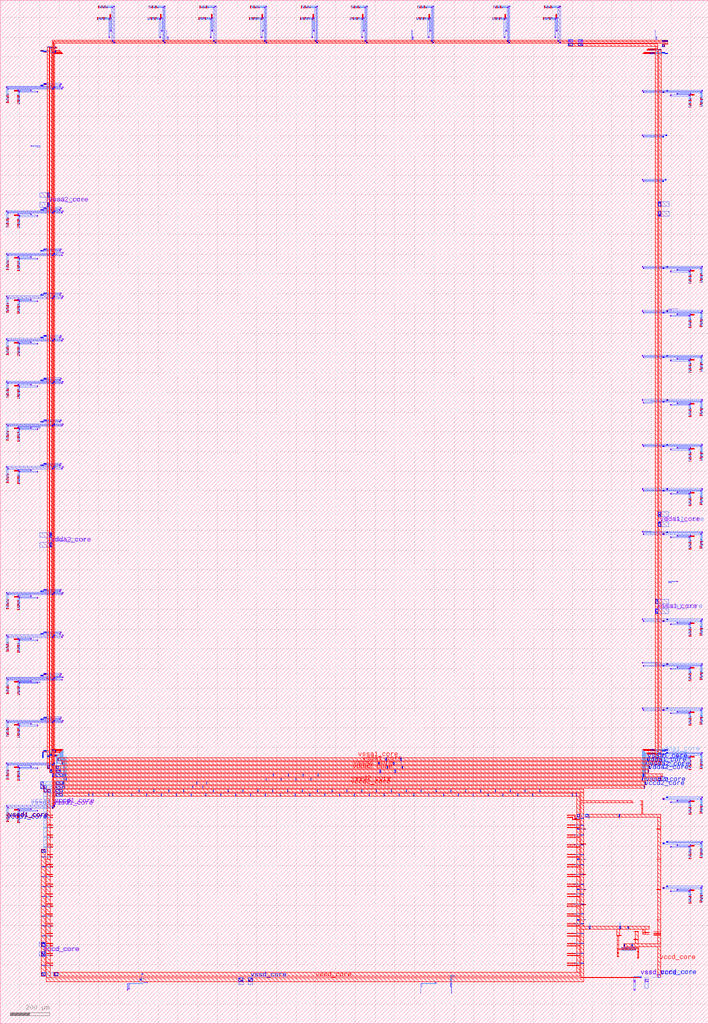
<source format=lef>
VERSION 5.7 ;
  NOWIREEXTENSIONATPIN ON ;
  DIVIDERCHAR "/" ;
  BUSBITCHARS "[]" ;
MACRO caravel_power_routing
  CLASS BLOCK ;
  FOREIGN caravel_power_routing ;
  ORIGIN 0.000 0.000 ;
  SIZE 3588.000 BY 5188.000 ;
  PIN vccd_core
    PORT
      LAYER met3 ;
        RECT 197.280 390.755 229.220 413.720 ;
        RECT 197.280 341.280 229.220 364.500 ;
      LAYER via3 ;
        RECT 209.885 391.210 228.205 413.530 ;
        RECT 209.765 341.690 228.085 364.010 ;
      LAYER met4 ;
        RECT 220.930 1152.330 315.800 1167.330 ;
        RECT 448.500 1152.330 450.780 1170.320 ;
        RECT 468.500 1152.330 470.780 1170.320 ;
        RECT 548.500 1152.330 550.780 1170.320 ;
        RECT 568.500 1152.330 570.780 1170.320 ;
        RECT 665.300 1152.330 667.580 1167.320 ;
        RECT 740.550 1152.330 742.830 1167.320 ;
        RECT 815.800 1152.330 818.080 1167.320 ;
        RECT 891.050 1152.330 893.330 1167.320 ;
        RECT 966.300 1152.330 968.580 1167.320 ;
        RECT 1041.550 1152.330 1043.830 1167.320 ;
        RECT 1116.800 1152.330 1119.080 1167.320 ;
        RECT 1192.050 1152.330 1194.330 1167.320 ;
        RECT 1267.300 1152.330 1269.580 1167.320 ;
        RECT 1342.550 1152.330 1344.830 1167.320 ;
        RECT 1417.800 1152.330 1420.080 1167.320 ;
        RECT 1493.050 1152.330 1495.330 1167.320 ;
        RECT 1568.300 1152.330 1570.580 1167.320 ;
        RECT 1643.550 1152.330 1645.830 1167.320 ;
        RECT 1718.800 1152.330 1721.080 1167.320 ;
        RECT 1794.050 1152.330 1796.330 1167.320 ;
        RECT 1869.300 1152.330 1871.580 1167.320 ;
        RECT 1944.550 1152.330 1946.830 1167.320 ;
        RECT 2019.800 1152.330 2022.080 1167.320 ;
        RECT 2095.050 1152.330 2097.330 1167.320 ;
        RECT 2170.300 1152.330 2172.580 1167.320 ;
        RECT 2245.550 1152.330 2247.830 1167.320 ;
        RECT 2320.800 1152.330 2323.080 1167.320 ;
        RECT 2396.050 1152.330 2398.330 1167.320 ;
        RECT 2471.300 1152.330 2473.580 1167.320 ;
        RECT 2546.550 1152.330 2548.830 1167.320 ;
        RECT 2621.800 1152.330 2624.080 1167.320 ;
        RECT 2696.800 1152.330 2699.080 1167.320 ;
        RECT 2898.600 1152.330 2900.880 1170.320 ;
        RECT 2918.600 1152.330 2920.880 1170.320 ;
        RECT 220.990 1046.990 233.990 1152.330 ;
        RECT 2921.840 1047.520 2984.810 1062.520 ;
        RECT 3135.220 1047.640 3140.540 1062.300 ;
        RECT 220.990 1043.790 257.600 1046.990 ;
        RECT 220.990 996.990 233.990 1043.790 ;
        RECT 2983.210 1038.460 2984.810 1047.520 ;
        RECT 3136.810 1038.420 3138.410 1047.640 ;
        RECT 220.990 993.790 257.600 996.990 ;
        RECT 220.990 946.990 233.990 993.790 ;
        RECT 2922.480 987.640 2935.870 989.380 ;
        RECT 2922.480 986.040 2964.880 987.640 ;
        RECT 2922.480 984.960 2935.870 986.040 ;
        RECT 220.990 943.790 257.600 946.990 ;
        RECT 220.990 896.990 233.990 943.790 ;
        RECT 220.990 893.790 257.600 896.990 ;
        RECT 220.990 883.710 233.990 893.790 ;
        RECT 209.320 865.630 233.990 883.710 ;
        RECT 208.840 843.790 257.600 846.990 ;
        RECT 2922.480 834.460 2935.870 836.180 ;
        RECT 2922.480 832.860 2964.880 834.460 ;
        RECT 2922.480 831.760 2935.870 832.860 ;
        RECT 208.840 793.790 257.600 796.990 ;
        RECT 208.840 743.790 257.600 746.990 ;
        RECT 208.840 693.790 257.600 696.990 ;
        RECT 2922.480 681.280 2935.870 682.980 ;
        RECT 2922.480 679.680 2964.880 681.280 ;
        RECT 2922.480 678.560 2935.870 679.680 ;
        RECT 208.840 643.790 257.600 646.990 ;
        RECT 208.840 593.790 257.600 596.990 ;
        RECT 208.840 543.790 257.600 546.990 ;
        RECT 2922.480 528.100 2935.870 528.380 ;
        RECT 2922.480 526.500 2964.880 528.100 ;
        RECT 2922.480 523.960 2935.870 526.500 ;
        RECT 208.840 493.790 257.600 496.990 ;
        RECT 208.840 443.790 257.600 446.990 ;
        RECT 209.320 396.990 228.890 413.970 ;
        RECT 3161.770 404.620 3163.370 410.310 ;
        RECT 3201.770 405.080 3203.370 410.000 ;
        RECT 208.840 393.790 257.600 396.990 ;
        RECT 209.320 390.770 228.890 393.790 ;
        RECT 3160.360 390.990 3165.050 404.620 ;
        RECT 3200.490 390.670 3204.610 405.080 ;
        RECT 3149.440 370.520 3151.040 386.870 ;
        RECT 3164.940 370.520 3166.540 386.870 ;
        RECT 3180.440 370.520 3182.040 386.870 ;
        RECT 3195.940 370.520 3197.540 386.870 ;
        RECT 3211.440 370.520 3213.040 386.870 ;
        RECT 209.290 346.990 228.860 364.450 ;
        RECT 208.840 343.790 257.600 346.990 ;
        RECT 209.290 341.250 228.860 343.790 ;
        RECT 208.840 293.790 257.600 296.990 ;
        RECT 209.370 241.110 292.680 260.610 ;
        RECT 716.620 249.680 723.690 253.440 ;
        RECT 719.300 248.190 720.200 249.680 ;
        RECT 3306.350 234.955 3347.130 236.600 ;
      LAYER via4 ;
        RECT 282.770 1153.675 314.350 1166.055 ;
        RECT 448.900 1165.630 450.080 1166.810 ;
        RECT 448.900 1164.030 450.080 1165.210 ;
        RECT 448.900 1162.430 450.080 1163.610 ;
        RECT 448.900 1160.830 450.080 1162.010 ;
        RECT 448.900 1159.230 450.080 1160.410 ;
        RECT 448.900 1157.630 450.080 1158.810 ;
        RECT 448.900 1156.030 450.080 1157.210 ;
        RECT 448.900 1154.430 450.080 1155.610 ;
        RECT 448.900 1152.830 450.080 1154.010 ;
        RECT 468.900 1165.630 470.080 1166.810 ;
        RECT 468.900 1164.030 470.080 1165.210 ;
        RECT 468.900 1162.430 470.080 1163.610 ;
        RECT 468.900 1160.830 470.080 1162.010 ;
        RECT 468.900 1159.230 470.080 1160.410 ;
        RECT 468.900 1157.630 470.080 1158.810 ;
        RECT 468.900 1156.030 470.080 1157.210 ;
        RECT 468.900 1154.430 470.080 1155.610 ;
        RECT 468.900 1152.830 470.080 1154.010 ;
        RECT 548.900 1165.630 550.080 1166.810 ;
        RECT 548.900 1164.030 550.080 1165.210 ;
        RECT 548.900 1162.430 550.080 1163.610 ;
        RECT 548.900 1160.830 550.080 1162.010 ;
        RECT 548.900 1159.230 550.080 1160.410 ;
        RECT 548.900 1157.630 550.080 1158.810 ;
        RECT 548.900 1156.030 550.080 1157.210 ;
        RECT 548.900 1154.430 550.080 1155.610 ;
        RECT 548.900 1152.830 550.080 1154.010 ;
        RECT 568.900 1165.630 570.080 1166.810 ;
        RECT 568.900 1164.030 570.080 1165.210 ;
        RECT 568.900 1162.430 570.080 1163.610 ;
        RECT 568.900 1160.830 570.080 1162.010 ;
        RECT 568.900 1159.230 570.080 1160.410 ;
        RECT 568.900 1157.630 570.080 1158.810 ;
        RECT 568.900 1156.030 570.080 1157.210 ;
        RECT 568.900 1154.430 570.080 1155.610 ;
        RECT 568.900 1152.830 570.080 1154.010 ;
        RECT 665.700 1165.630 666.880 1166.810 ;
        RECT 665.700 1164.030 666.880 1165.210 ;
        RECT 665.700 1162.430 666.880 1163.610 ;
        RECT 665.700 1160.830 666.880 1162.010 ;
        RECT 665.700 1159.230 666.880 1160.410 ;
        RECT 665.700 1157.630 666.880 1158.810 ;
        RECT 665.700 1156.030 666.880 1157.210 ;
        RECT 665.700 1154.430 666.880 1155.610 ;
        RECT 665.700 1152.830 666.880 1154.010 ;
        RECT 740.950 1165.630 742.130 1166.810 ;
        RECT 740.950 1164.030 742.130 1165.210 ;
        RECT 740.950 1162.430 742.130 1163.610 ;
        RECT 740.950 1160.830 742.130 1162.010 ;
        RECT 740.950 1159.230 742.130 1160.410 ;
        RECT 740.950 1157.630 742.130 1158.810 ;
        RECT 740.950 1156.030 742.130 1157.210 ;
        RECT 740.950 1154.430 742.130 1155.610 ;
        RECT 740.950 1152.830 742.130 1154.010 ;
        RECT 816.200 1165.630 817.380 1166.810 ;
        RECT 816.200 1164.030 817.380 1165.210 ;
        RECT 816.200 1162.430 817.380 1163.610 ;
        RECT 816.200 1160.830 817.380 1162.010 ;
        RECT 816.200 1159.230 817.380 1160.410 ;
        RECT 816.200 1157.630 817.380 1158.810 ;
        RECT 816.200 1156.030 817.380 1157.210 ;
        RECT 816.200 1154.430 817.380 1155.610 ;
        RECT 816.200 1152.830 817.380 1154.010 ;
        RECT 891.450 1165.630 892.630 1166.810 ;
        RECT 891.450 1164.030 892.630 1165.210 ;
        RECT 891.450 1162.430 892.630 1163.610 ;
        RECT 891.450 1160.830 892.630 1162.010 ;
        RECT 891.450 1159.230 892.630 1160.410 ;
        RECT 891.450 1157.630 892.630 1158.810 ;
        RECT 891.450 1156.030 892.630 1157.210 ;
        RECT 891.450 1154.430 892.630 1155.610 ;
        RECT 891.450 1152.830 892.630 1154.010 ;
        RECT 966.700 1165.630 967.880 1166.810 ;
        RECT 966.700 1164.030 967.880 1165.210 ;
        RECT 966.700 1162.430 967.880 1163.610 ;
        RECT 966.700 1160.830 967.880 1162.010 ;
        RECT 966.700 1159.230 967.880 1160.410 ;
        RECT 966.700 1157.630 967.880 1158.810 ;
        RECT 966.700 1156.030 967.880 1157.210 ;
        RECT 966.700 1154.430 967.880 1155.610 ;
        RECT 966.700 1152.830 967.880 1154.010 ;
        RECT 1041.950 1165.630 1043.130 1166.810 ;
        RECT 1041.950 1164.030 1043.130 1165.210 ;
        RECT 1041.950 1162.430 1043.130 1163.610 ;
        RECT 1041.950 1160.830 1043.130 1162.010 ;
        RECT 1041.950 1159.230 1043.130 1160.410 ;
        RECT 1041.950 1157.630 1043.130 1158.810 ;
        RECT 1041.950 1156.030 1043.130 1157.210 ;
        RECT 1041.950 1154.430 1043.130 1155.610 ;
        RECT 1041.950 1152.830 1043.130 1154.010 ;
        RECT 1117.200 1165.630 1118.380 1166.810 ;
        RECT 1117.200 1164.030 1118.380 1165.210 ;
        RECT 1117.200 1162.430 1118.380 1163.610 ;
        RECT 1117.200 1160.830 1118.380 1162.010 ;
        RECT 1117.200 1159.230 1118.380 1160.410 ;
        RECT 1117.200 1157.630 1118.380 1158.810 ;
        RECT 1117.200 1156.030 1118.380 1157.210 ;
        RECT 1117.200 1154.430 1118.380 1155.610 ;
        RECT 1117.200 1152.830 1118.380 1154.010 ;
        RECT 1192.450 1165.630 1193.630 1166.810 ;
        RECT 1192.450 1164.030 1193.630 1165.210 ;
        RECT 1192.450 1162.430 1193.630 1163.610 ;
        RECT 1192.450 1160.830 1193.630 1162.010 ;
        RECT 1192.450 1159.230 1193.630 1160.410 ;
        RECT 1192.450 1157.630 1193.630 1158.810 ;
        RECT 1192.450 1156.030 1193.630 1157.210 ;
        RECT 1192.450 1154.430 1193.630 1155.610 ;
        RECT 1192.450 1152.830 1193.630 1154.010 ;
        RECT 1267.700 1165.630 1268.880 1166.810 ;
        RECT 1267.700 1164.030 1268.880 1165.210 ;
        RECT 1267.700 1162.430 1268.880 1163.610 ;
        RECT 1267.700 1160.830 1268.880 1162.010 ;
        RECT 1267.700 1159.230 1268.880 1160.410 ;
        RECT 1267.700 1157.630 1268.880 1158.810 ;
        RECT 1267.700 1156.030 1268.880 1157.210 ;
        RECT 1267.700 1154.430 1268.880 1155.610 ;
        RECT 1267.700 1152.830 1268.880 1154.010 ;
        RECT 1342.950 1165.630 1344.130 1166.810 ;
        RECT 1342.950 1164.030 1344.130 1165.210 ;
        RECT 1342.950 1162.430 1344.130 1163.610 ;
        RECT 1342.950 1160.830 1344.130 1162.010 ;
        RECT 1342.950 1159.230 1344.130 1160.410 ;
        RECT 1342.950 1157.630 1344.130 1158.810 ;
        RECT 1342.950 1156.030 1344.130 1157.210 ;
        RECT 1342.950 1154.430 1344.130 1155.610 ;
        RECT 1342.950 1152.830 1344.130 1154.010 ;
        RECT 1418.200 1165.630 1419.380 1166.810 ;
        RECT 1418.200 1164.030 1419.380 1165.210 ;
        RECT 1418.200 1162.430 1419.380 1163.610 ;
        RECT 1418.200 1160.830 1419.380 1162.010 ;
        RECT 1418.200 1159.230 1419.380 1160.410 ;
        RECT 1418.200 1157.630 1419.380 1158.810 ;
        RECT 1418.200 1156.030 1419.380 1157.210 ;
        RECT 1418.200 1154.430 1419.380 1155.610 ;
        RECT 1418.200 1152.830 1419.380 1154.010 ;
        RECT 1493.450 1165.630 1494.630 1166.810 ;
        RECT 1493.450 1164.030 1494.630 1165.210 ;
        RECT 1493.450 1162.430 1494.630 1163.610 ;
        RECT 1493.450 1160.830 1494.630 1162.010 ;
        RECT 1493.450 1159.230 1494.630 1160.410 ;
        RECT 1493.450 1157.630 1494.630 1158.810 ;
        RECT 1493.450 1156.030 1494.630 1157.210 ;
        RECT 1493.450 1154.430 1494.630 1155.610 ;
        RECT 1493.450 1152.830 1494.630 1154.010 ;
        RECT 1568.700 1165.630 1569.880 1166.810 ;
        RECT 1568.700 1164.030 1569.880 1165.210 ;
        RECT 1568.700 1162.430 1569.880 1163.610 ;
        RECT 1568.700 1160.830 1569.880 1162.010 ;
        RECT 1568.700 1159.230 1569.880 1160.410 ;
        RECT 1568.700 1157.630 1569.880 1158.810 ;
        RECT 1568.700 1156.030 1569.880 1157.210 ;
        RECT 1568.700 1154.430 1569.880 1155.610 ;
        RECT 1568.700 1152.830 1569.880 1154.010 ;
        RECT 1643.950 1165.630 1645.130 1166.810 ;
        RECT 1643.950 1164.030 1645.130 1165.210 ;
        RECT 1643.950 1162.430 1645.130 1163.610 ;
        RECT 1643.950 1160.830 1645.130 1162.010 ;
        RECT 1643.950 1159.230 1645.130 1160.410 ;
        RECT 1643.950 1157.630 1645.130 1158.810 ;
        RECT 1643.950 1156.030 1645.130 1157.210 ;
        RECT 1643.950 1154.430 1645.130 1155.610 ;
        RECT 1643.950 1152.830 1645.130 1154.010 ;
        RECT 1719.200 1165.630 1720.380 1166.810 ;
        RECT 1719.200 1164.030 1720.380 1165.210 ;
        RECT 1719.200 1162.430 1720.380 1163.610 ;
        RECT 1719.200 1160.830 1720.380 1162.010 ;
        RECT 1719.200 1159.230 1720.380 1160.410 ;
        RECT 1719.200 1157.630 1720.380 1158.810 ;
        RECT 1719.200 1156.030 1720.380 1157.210 ;
        RECT 1719.200 1154.430 1720.380 1155.610 ;
        RECT 1719.200 1152.830 1720.380 1154.010 ;
        RECT 1794.450 1165.630 1795.630 1166.810 ;
        RECT 1794.450 1164.030 1795.630 1165.210 ;
        RECT 1794.450 1162.430 1795.630 1163.610 ;
        RECT 1794.450 1160.830 1795.630 1162.010 ;
        RECT 1794.450 1159.230 1795.630 1160.410 ;
        RECT 1794.450 1157.630 1795.630 1158.810 ;
        RECT 1794.450 1156.030 1795.630 1157.210 ;
        RECT 1794.450 1154.430 1795.630 1155.610 ;
        RECT 1794.450 1152.830 1795.630 1154.010 ;
        RECT 1869.700 1165.630 1870.880 1166.810 ;
        RECT 1869.700 1164.030 1870.880 1165.210 ;
        RECT 1869.700 1162.430 1870.880 1163.610 ;
        RECT 1869.700 1160.830 1870.880 1162.010 ;
        RECT 1869.700 1159.230 1870.880 1160.410 ;
        RECT 1869.700 1157.630 1870.880 1158.810 ;
        RECT 1869.700 1156.030 1870.880 1157.210 ;
        RECT 1869.700 1154.430 1870.880 1155.610 ;
        RECT 1869.700 1152.830 1870.880 1154.010 ;
        RECT 1944.950 1165.630 1946.130 1166.810 ;
        RECT 1944.950 1164.030 1946.130 1165.210 ;
        RECT 1944.950 1162.430 1946.130 1163.610 ;
        RECT 1944.950 1160.830 1946.130 1162.010 ;
        RECT 1944.950 1159.230 1946.130 1160.410 ;
        RECT 1944.950 1157.630 1946.130 1158.810 ;
        RECT 1944.950 1156.030 1946.130 1157.210 ;
        RECT 1944.950 1154.430 1946.130 1155.610 ;
        RECT 1944.950 1152.830 1946.130 1154.010 ;
        RECT 2020.200 1165.630 2021.380 1166.810 ;
        RECT 2020.200 1164.030 2021.380 1165.210 ;
        RECT 2020.200 1162.430 2021.380 1163.610 ;
        RECT 2020.200 1160.830 2021.380 1162.010 ;
        RECT 2020.200 1159.230 2021.380 1160.410 ;
        RECT 2020.200 1157.630 2021.380 1158.810 ;
        RECT 2020.200 1156.030 2021.380 1157.210 ;
        RECT 2020.200 1154.430 2021.380 1155.610 ;
        RECT 2020.200 1152.830 2021.380 1154.010 ;
        RECT 2095.450 1165.630 2096.630 1166.810 ;
        RECT 2095.450 1164.030 2096.630 1165.210 ;
        RECT 2095.450 1162.430 2096.630 1163.610 ;
        RECT 2095.450 1160.830 2096.630 1162.010 ;
        RECT 2095.450 1159.230 2096.630 1160.410 ;
        RECT 2095.450 1157.630 2096.630 1158.810 ;
        RECT 2095.450 1156.030 2096.630 1157.210 ;
        RECT 2095.450 1154.430 2096.630 1155.610 ;
        RECT 2095.450 1152.830 2096.630 1154.010 ;
        RECT 2170.700 1165.630 2171.880 1166.810 ;
        RECT 2170.700 1164.030 2171.880 1165.210 ;
        RECT 2170.700 1162.430 2171.880 1163.610 ;
        RECT 2170.700 1160.830 2171.880 1162.010 ;
        RECT 2170.700 1159.230 2171.880 1160.410 ;
        RECT 2170.700 1157.630 2171.880 1158.810 ;
        RECT 2170.700 1156.030 2171.880 1157.210 ;
        RECT 2170.700 1154.430 2171.880 1155.610 ;
        RECT 2170.700 1152.830 2171.880 1154.010 ;
        RECT 2245.950 1165.630 2247.130 1166.810 ;
        RECT 2245.950 1164.030 2247.130 1165.210 ;
        RECT 2245.950 1162.430 2247.130 1163.610 ;
        RECT 2245.950 1160.830 2247.130 1162.010 ;
        RECT 2245.950 1159.230 2247.130 1160.410 ;
        RECT 2245.950 1157.630 2247.130 1158.810 ;
        RECT 2245.950 1156.030 2247.130 1157.210 ;
        RECT 2245.950 1154.430 2247.130 1155.610 ;
        RECT 2245.950 1152.830 2247.130 1154.010 ;
        RECT 2321.200 1165.630 2322.380 1166.810 ;
        RECT 2321.200 1164.030 2322.380 1165.210 ;
        RECT 2321.200 1162.430 2322.380 1163.610 ;
        RECT 2321.200 1160.830 2322.380 1162.010 ;
        RECT 2321.200 1159.230 2322.380 1160.410 ;
        RECT 2321.200 1157.630 2322.380 1158.810 ;
        RECT 2321.200 1156.030 2322.380 1157.210 ;
        RECT 2321.200 1154.430 2322.380 1155.610 ;
        RECT 2321.200 1152.830 2322.380 1154.010 ;
        RECT 2396.450 1165.630 2397.630 1166.810 ;
        RECT 2396.450 1164.030 2397.630 1165.210 ;
        RECT 2396.450 1162.430 2397.630 1163.610 ;
        RECT 2396.450 1160.830 2397.630 1162.010 ;
        RECT 2396.450 1159.230 2397.630 1160.410 ;
        RECT 2396.450 1157.630 2397.630 1158.810 ;
        RECT 2396.450 1156.030 2397.630 1157.210 ;
        RECT 2396.450 1154.430 2397.630 1155.610 ;
        RECT 2396.450 1152.830 2397.630 1154.010 ;
        RECT 2471.700 1165.630 2472.880 1166.810 ;
        RECT 2471.700 1164.030 2472.880 1165.210 ;
        RECT 2471.700 1162.430 2472.880 1163.610 ;
        RECT 2471.700 1160.830 2472.880 1162.010 ;
        RECT 2471.700 1159.230 2472.880 1160.410 ;
        RECT 2471.700 1157.630 2472.880 1158.810 ;
        RECT 2471.700 1156.030 2472.880 1157.210 ;
        RECT 2471.700 1154.430 2472.880 1155.610 ;
        RECT 2471.700 1152.830 2472.880 1154.010 ;
        RECT 2546.950 1165.630 2548.130 1166.810 ;
        RECT 2546.950 1164.030 2548.130 1165.210 ;
        RECT 2546.950 1162.430 2548.130 1163.610 ;
        RECT 2546.950 1160.830 2548.130 1162.010 ;
        RECT 2546.950 1159.230 2548.130 1160.410 ;
        RECT 2546.950 1157.630 2548.130 1158.810 ;
        RECT 2546.950 1156.030 2548.130 1157.210 ;
        RECT 2546.950 1154.430 2548.130 1155.610 ;
        RECT 2546.950 1152.830 2548.130 1154.010 ;
        RECT 2622.200 1165.630 2623.380 1166.810 ;
        RECT 2622.200 1164.030 2623.380 1165.210 ;
        RECT 2622.200 1162.430 2623.380 1163.610 ;
        RECT 2622.200 1160.830 2623.380 1162.010 ;
        RECT 2622.200 1159.230 2623.380 1160.410 ;
        RECT 2622.200 1157.630 2623.380 1158.810 ;
        RECT 2622.200 1156.030 2623.380 1157.210 ;
        RECT 2622.200 1154.430 2623.380 1155.610 ;
        RECT 2622.200 1152.830 2623.380 1154.010 ;
        RECT 2697.200 1165.630 2698.380 1166.810 ;
        RECT 2697.200 1164.030 2698.380 1165.210 ;
        RECT 2697.200 1162.430 2698.380 1163.610 ;
        RECT 2697.200 1160.830 2698.380 1162.010 ;
        RECT 2697.200 1159.230 2698.380 1160.410 ;
        RECT 2697.200 1157.630 2698.380 1158.810 ;
        RECT 2697.200 1156.030 2698.380 1157.210 ;
        RECT 2697.200 1154.430 2698.380 1155.610 ;
        RECT 2697.200 1152.830 2698.380 1154.010 ;
        RECT 2899.000 1165.630 2900.180 1166.810 ;
        RECT 2899.000 1164.030 2900.180 1165.210 ;
        RECT 2899.000 1162.430 2900.180 1163.610 ;
        RECT 2899.000 1160.830 2900.180 1162.010 ;
        RECT 2899.000 1159.230 2900.180 1160.410 ;
        RECT 2899.000 1157.630 2900.180 1158.810 ;
        RECT 2899.000 1156.030 2900.180 1157.210 ;
        RECT 2899.000 1154.430 2900.180 1155.610 ;
        RECT 2899.000 1152.830 2900.180 1154.010 ;
        RECT 2919.000 1165.630 2920.180 1166.810 ;
        RECT 2919.000 1164.030 2920.180 1165.210 ;
        RECT 2919.000 1162.430 2920.180 1163.610 ;
        RECT 2919.000 1160.830 2920.180 1162.010 ;
        RECT 2919.000 1159.230 2920.180 1160.410 ;
        RECT 2919.000 1157.630 2920.180 1158.810 ;
        RECT 2919.000 1156.030 2920.180 1157.210 ;
        RECT 2919.000 1154.430 2920.180 1155.610 ;
        RECT 2919.000 1152.830 2920.180 1154.010 ;
        RECT 2923.050 1048.975 2935.430 1061.355 ;
        RECT 2967.320 1048.975 2979.700 1061.355 ;
        RECT 3136.515 1048.790 3139.295 1061.170 ;
        RECT 256.155 1045.600 257.335 1046.780 ;
        RECT 256.155 1044.000 257.335 1045.180 ;
        RECT 256.155 995.600 257.335 996.780 ;
        RECT 256.155 994.000 257.335 995.180 ;
        RECT 2923.915 985.825 2934.695 988.605 ;
        RECT 2960.190 986.235 2961.370 987.415 ;
        RECT 2961.790 986.235 2962.970 987.415 ;
        RECT 2963.390 986.235 2964.570 987.415 ;
        RECT 256.155 945.600 257.335 946.780 ;
        RECT 256.155 944.000 257.335 945.180 ;
        RECT 256.155 895.600 257.335 896.780 ;
        RECT 256.155 894.000 257.335 895.180 ;
        RECT 210.435 868.545 227.615 882.525 ;
        RECT 212.465 844.850 213.645 846.030 ;
        RECT 214.065 844.850 215.245 846.030 ;
        RECT 215.665 844.850 216.845 846.030 ;
        RECT 217.265 844.850 218.445 846.030 ;
        RECT 218.865 844.850 220.045 846.030 ;
        RECT 220.465 844.850 221.645 846.030 ;
        RECT 222.065 844.850 223.245 846.030 ;
        RECT 223.665 844.850 224.845 846.030 ;
        RECT 225.265 844.850 226.445 846.030 ;
        RECT 256.155 845.600 257.335 846.780 ;
        RECT 256.155 844.000 257.335 845.180 ;
        RECT 2923.915 832.625 2934.695 835.405 ;
        RECT 2960.105 833.095 2961.285 834.275 ;
        RECT 2961.705 833.095 2962.885 834.275 ;
        RECT 2963.305 833.095 2964.485 834.275 ;
        RECT 212.465 794.850 213.645 796.030 ;
        RECT 214.065 794.850 215.245 796.030 ;
        RECT 215.665 794.850 216.845 796.030 ;
        RECT 217.265 794.850 218.445 796.030 ;
        RECT 218.865 794.850 220.045 796.030 ;
        RECT 220.465 794.850 221.645 796.030 ;
        RECT 222.065 794.850 223.245 796.030 ;
        RECT 223.665 794.850 224.845 796.030 ;
        RECT 225.265 794.850 226.445 796.030 ;
        RECT 256.155 795.600 257.335 796.780 ;
        RECT 256.155 794.000 257.335 795.180 ;
        RECT 212.465 744.850 213.645 746.030 ;
        RECT 214.065 744.850 215.245 746.030 ;
        RECT 215.665 744.850 216.845 746.030 ;
        RECT 217.265 744.850 218.445 746.030 ;
        RECT 218.865 744.850 220.045 746.030 ;
        RECT 220.465 744.850 221.645 746.030 ;
        RECT 222.065 744.850 223.245 746.030 ;
        RECT 223.665 744.850 224.845 746.030 ;
        RECT 225.265 744.850 226.445 746.030 ;
        RECT 256.155 745.600 257.335 746.780 ;
        RECT 256.155 744.000 257.335 745.180 ;
        RECT 212.465 694.850 213.645 696.030 ;
        RECT 214.065 694.850 215.245 696.030 ;
        RECT 215.665 694.850 216.845 696.030 ;
        RECT 217.265 694.850 218.445 696.030 ;
        RECT 218.865 694.850 220.045 696.030 ;
        RECT 220.465 694.850 221.645 696.030 ;
        RECT 222.065 694.850 223.245 696.030 ;
        RECT 223.665 694.850 224.845 696.030 ;
        RECT 225.265 694.850 226.445 696.030 ;
        RECT 256.155 695.600 257.335 696.780 ;
        RECT 256.155 694.000 257.335 695.180 ;
        RECT 2923.915 679.425 2934.695 682.205 ;
        RECT 2960.055 679.895 2961.235 681.075 ;
        RECT 2961.655 679.895 2962.835 681.075 ;
        RECT 2963.255 679.895 2964.435 681.075 ;
        RECT 212.465 644.850 213.645 646.030 ;
        RECT 214.065 644.850 215.245 646.030 ;
        RECT 215.665 644.850 216.845 646.030 ;
        RECT 217.265 644.850 218.445 646.030 ;
        RECT 218.865 644.850 220.045 646.030 ;
        RECT 220.465 644.850 221.645 646.030 ;
        RECT 222.065 644.850 223.245 646.030 ;
        RECT 223.665 644.850 224.845 646.030 ;
        RECT 225.265 644.850 226.445 646.030 ;
        RECT 256.155 645.600 257.335 646.780 ;
        RECT 256.155 644.000 257.335 645.180 ;
        RECT 212.465 594.850 213.645 596.030 ;
        RECT 214.065 594.850 215.245 596.030 ;
        RECT 215.665 594.850 216.845 596.030 ;
        RECT 217.265 594.850 218.445 596.030 ;
        RECT 218.865 594.850 220.045 596.030 ;
        RECT 220.465 594.850 221.645 596.030 ;
        RECT 222.065 594.850 223.245 596.030 ;
        RECT 223.665 594.850 224.845 596.030 ;
        RECT 225.265 594.850 226.445 596.030 ;
        RECT 256.155 595.600 257.335 596.780 ;
        RECT 256.155 594.000 257.335 595.180 ;
        RECT 212.465 544.850 213.645 546.030 ;
        RECT 214.065 544.850 215.245 546.030 ;
        RECT 215.665 544.850 216.845 546.030 ;
        RECT 217.265 544.850 218.445 546.030 ;
        RECT 218.865 544.850 220.045 546.030 ;
        RECT 220.465 544.850 221.645 546.030 ;
        RECT 222.065 544.850 223.245 546.030 ;
        RECT 223.665 544.850 224.845 546.030 ;
        RECT 225.265 544.850 226.445 546.030 ;
        RECT 256.155 545.600 257.335 546.780 ;
        RECT 256.155 544.000 257.335 545.180 ;
        RECT 2923.915 524.825 2934.695 527.605 ;
        RECT 2960.115 526.710 2961.295 527.890 ;
        RECT 2961.715 526.710 2962.895 527.890 ;
        RECT 2963.315 526.710 2964.495 527.890 ;
        RECT 212.465 494.850 213.645 496.030 ;
        RECT 214.065 494.850 215.245 496.030 ;
        RECT 215.665 494.850 216.845 496.030 ;
        RECT 217.265 494.850 218.445 496.030 ;
        RECT 218.865 494.850 220.045 496.030 ;
        RECT 220.465 494.850 221.645 496.030 ;
        RECT 222.065 494.850 223.245 496.030 ;
        RECT 223.665 494.850 224.845 496.030 ;
        RECT 225.265 494.850 226.445 496.030 ;
        RECT 256.155 495.600 257.335 496.780 ;
        RECT 256.155 494.000 257.335 495.180 ;
        RECT 212.465 444.850 213.645 446.030 ;
        RECT 214.065 444.850 215.245 446.030 ;
        RECT 215.665 444.850 216.845 446.030 ;
        RECT 217.265 444.850 218.445 446.030 ;
        RECT 218.865 444.850 220.045 446.030 ;
        RECT 220.465 444.850 221.645 446.030 ;
        RECT 222.065 444.850 223.245 446.030 ;
        RECT 223.665 444.850 224.845 446.030 ;
        RECT 225.265 444.850 226.445 446.030 ;
        RECT 256.155 445.600 257.335 446.780 ;
        RECT 256.155 444.000 257.335 445.180 ;
        RECT 210.455 407.500 227.635 413.360 ;
        RECT 210.455 406.320 228.335 407.500 ;
        RECT 210.455 391.380 227.635 406.320 ;
        RECT 256.155 395.600 257.335 396.780 ;
        RECT 256.155 394.000 257.335 395.180 ;
        RECT 3161.270 392.365 3164.050 403.145 ;
        RECT 3201.160 391.700 3203.940 404.080 ;
        RECT 3149.595 384.785 3150.775 385.965 ;
        RECT 3149.595 383.185 3150.775 384.365 ;
        RECT 3149.595 381.585 3150.775 382.765 ;
        RECT 3165.155 384.855 3166.335 386.035 ;
        RECT 3165.155 383.255 3166.335 384.435 ;
        RECT 3165.155 381.655 3166.335 382.835 ;
        RECT 3180.605 384.835 3181.785 386.015 ;
        RECT 3180.605 383.235 3181.785 384.415 ;
        RECT 3180.605 381.635 3181.785 382.815 ;
        RECT 3196.075 384.835 3197.255 386.015 ;
        RECT 3196.075 383.235 3197.255 384.415 ;
        RECT 3196.075 381.635 3197.255 382.815 ;
        RECT 3211.615 384.895 3212.795 386.075 ;
        RECT 3211.615 383.295 3212.795 384.475 ;
        RECT 3211.615 381.695 3212.795 382.875 ;
        RECT 210.335 357.500 227.515 363.840 ;
        RECT 210.335 356.320 228.335 357.500 ;
        RECT 210.335 341.860 227.515 356.320 ;
        RECT 256.155 345.600 257.335 346.780 ;
        RECT 256.155 344.000 257.335 345.180 ;
        RECT 212.465 294.750 213.645 295.930 ;
        RECT 214.065 294.750 215.245 295.930 ;
        RECT 215.665 294.750 216.845 295.930 ;
        RECT 217.265 294.750 218.445 295.930 ;
        RECT 218.865 294.750 220.045 295.930 ;
        RECT 220.465 294.750 221.645 295.930 ;
        RECT 222.065 294.750 223.245 295.930 ;
        RECT 223.665 294.750 224.845 295.930 ;
        RECT 225.265 294.750 226.445 295.930 ;
        RECT 256.155 295.600 257.335 296.780 ;
        RECT 256.155 294.000 257.335 295.180 ;
        RECT 210.400 242.390 227.580 259.570 ;
        RECT 273.250 242.220 290.430 259.400 ;
        RECT 717.115 250.180 723.095 252.960 ;
        RECT 3332.610 235.190 3333.790 236.370 ;
        RECT 3334.210 235.190 3335.390 236.370 ;
        RECT 3335.810 235.190 3336.990 236.370 ;
        RECT 3337.410 235.190 3338.590 236.370 ;
        RECT 3339.010 235.190 3340.190 236.370 ;
        RECT 3340.610 235.190 3341.790 236.370 ;
        RECT 3342.210 235.190 3343.390 236.370 ;
        RECT 3343.810 235.190 3344.990 236.370 ;
        RECT 3345.410 235.190 3346.590 236.370 ;
      LAYER met5 ;
        RECT 281.480 1152.330 2936.870 1167.330 ;
        RECT 255.920 1043.790 266.080 1046.990 ;
        RECT 2873.230 1043.790 2901.550 1046.990 ;
        RECT 2898.350 1037.390 2901.550 1043.790 ;
        RECT 2921.870 1037.390 2936.870 1152.330 ;
        RECT 3243.040 1129.360 3256.790 1130.960 ;
        RECT 3251.120 1110.960 3256.790 1129.360 ;
        RECT 3243.200 1109.360 3256.790 1110.960 ;
        RECT 3251.120 1062.520 3256.790 1109.360 ;
        RECT 2966.260 1047.520 3347.130 1062.520 ;
        RECT 2898.350 1034.210 2936.870 1037.390 ;
        RECT 2901.550 1034.190 2936.870 1034.210 ;
        RECT 2921.870 996.990 2936.870 1034.190 ;
        RECT 255.920 993.790 266.080 996.990 ;
        RECT 2873.230 993.790 2936.870 996.990 ;
        RECT 2921.870 946.990 2936.870 993.790 ;
        RECT 3332.130 987.640 3347.130 1047.520 ;
        RECT 2959.880 986.040 2967.970 987.640 ;
        RECT 3326.190 986.040 3347.130 987.640 ;
        RECT 255.920 943.790 266.080 946.990 ;
        RECT 2873.230 943.790 2936.870 946.990 ;
        RECT 2921.870 896.990 2936.870 943.790 ;
        RECT 255.920 893.790 266.080 896.990 ;
        RECT 2873.230 893.790 2936.870 896.990 ;
        RECT 208.840 240.370 228.840 884.370 ;
        RECT 2921.870 846.990 2936.870 893.790 ;
        RECT 255.920 843.790 266.080 846.990 ;
        RECT 2873.230 843.790 2936.870 846.990 ;
        RECT 2921.870 796.990 2936.870 843.790 ;
        RECT 3332.130 834.460 3347.130 986.040 ;
        RECT 2959.760 832.860 2967.970 834.460 ;
        RECT 3326.030 832.860 3347.130 834.460 ;
        RECT 255.920 793.790 266.080 796.990 ;
        RECT 2873.230 793.790 2936.870 796.990 ;
        RECT 2921.870 746.990 2936.870 793.790 ;
        RECT 255.920 743.790 266.080 746.990 ;
        RECT 2873.230 743.790 2936.870 746.990 ;
        RECT 2921.870 696.990 2936.870 743.790 ;
        RECT 255.920 693.790 266.080 696.990 ;
        RECT 2873.230 693.790 2936.870 696.990 ;
        RECT 2921.870 646.990 2936.870 693.790 ;
        RECT 3332.130 681.280 3347.130 832.860 ;
        RECT 2959.700 679.680 2967.970 681.280 ;
        RECT 3325.820 679.680 3347.130 681.280 ;
        RECT 255.920 643.790 266.080 646.990 ;
        RECT 2873.230 643.790 2936.870 646.990 ;
        RECT 2921.870 596.990 2936.870 643.790 ;
        RECT 255.920 593.790 266.080 596.990 ;
        RECT 2873.230 593.790 2936.870 596.990 ;
        RECT 2921.870 546.990 2936.870 593.790 ;
        RECT 255.920 543.790 266.080 546.990 ;
        RECT 2873.230 543.790 2936.870 546.990 ;
        RECT 2921.870 496.990 2936.870 543.790 ;
        RECT 3332.130 528.100 3347.130 679.680 ;
        RECT 2959.700 526.500 2967.970 528.100 ;
        RECT 3325.880 526.500 3347.130 528.100 ;
        RECT 255.920 493.790 266.080 496.990 ;
        RECT 2873.230 493.790 2936.870 496.990 ;
        RECT 2921.870 446.990 2936.870 493.790 ;
        RECT 3217.720 467.370 3232.720 467.940 ;
        RECT 3209.530 465.770 3232.720 467.370 ;
        RECT 3332.130 467.030 3347.130 526.500 ;
        RECT 255.920 443.790 266.080 446.990 ;
        RECT 2873.230 443.790 2936.870 446.990 ;
        RECT 2921.870 396.990 2936.870 443.790 ;
        RECT 3217.720 427.370 3232.720 465.770 ;
        RECT 3312.610 465.430 3347.130 467.030 ;
        RECT 3332.130 458.870 3347.130 465.430 ;
        RECT 3312.420 457.270 3347.130 458.870 ;
        RECT 3332.130 450.710 3347.130 457.270 ;
        RECT 3312.520 449.110 3347.130 450.710 ;
        RECT 3209.840 425.770 3232.720 427.370 ;
        RECT 3217.720 405.410 3232.720 425.770 ;
        RECT 3332.130 405.410 3347.130 449.110 ;
        RECT 255.920 393.790 266.080 396.990 ;
        RECT 2873.230 393.790 2936.870 396.990 ;
        RECT 2921.870 346.990 2936.870 393.790 ;
        RECT 3160.010 390.410 3347.130 405.410 ;
        RECT 3226.280 386.340 3235.420 390.410 ;
        RECT 3148.930 381.340 3235.420 386.340 ;
        RECT 3231.420 367.430 3235.420 381.340 ;
        RECT 3227.680 365.830 3235.420 367.430 ;
        RECT 3231.420 350.530 3235.420 365.830 ;
        RECT 3227.510 348.930 3235.420 350.530 ;
        RECT 255.920 343.790 266.080 346.990 ;
        RECT 2873.230 343.790 2936.870 346.990 ;
        RECT 2921.870 296.990 2936.870 343.790 ;
        RECT 3231.420 333.630 3235.420 348.930 ;
        RECT 3228.120 332.030 3235.420 333.630 ;
        RECT 255.920 293.790 266.080 296.990 ;
        RECT 2873.230 293.790 2936.870 296.990 ;
        RECT 2921.870 261.110 2936.870 293.790 ;
        RECT 271.870 241.110 2936.870 261.110 ;
        RECT 3332.130 234.890 3347.130 390.410 ;
    END
  END vccd_core
  PIN vssd_core
    PORT
      LAYER met1 ;
        RECT 3240.520 233.690 3248.350 235.940 ;
        RECT 3240.520 232.990 3250.800 233.690 ;
        RECT 3240.520 232.950 3248.350 232.990 ;
      LAYER via ;
        RECT 3240.945 233.370 3247.925 235.550 ;
      LAYER met2 ;
        RECT 3240.520 233.690 3248.350 235.940 ;
        RECT 3240.520 232.990 3250.800 233.690 ;
        RECT 3240.520 232.950 3248.350 232.990 ;
      LAYER via2 ;
        RECT 3240.895 233.320 3247.975 235.600 ;
      LAYER met3 ;
        RECT 3240.520 234.220 3248.350 235.940 ;
        RECT 1208.450 197.130 1230.245 233.430 ;
        RECT 1256.500 197.130 1278.510 233.430 ;
        RECT 3240.520 232.990 3250.790 234.220 ;
        RECT 3240.520 232.950 3248.350 232.990 ;
      LAYER via3 ;
        RECT 1208.755 214.285 1229.875 233.005 ;
        RECT 1257.015 214.355 1278.135 233.075 ;
        RECT 3240.875 233.300 3247.995 235.620 ;
      LAYER met4 ;
        RECT 238.930 1172.330 316.250 1187.330 ;
        RECT 702.220 1172.240 704.620 1187.370 ;
        RECT 777.620 1172.240 780.020 1187.370 ;
        RECT 852.870 1172.240 855.270 1187.370 ;
        RECT 927.920 1172.240 930.320 1187.370 ;
        RECT 1078.620 1172.240 1081.020 1187.370 ;
        RECT 1153.870 1172.240 1156.270 1187.370 ;
        RECT 1229.120 1172.240 1231.520 1187.370 ;
        RECT 1304.370 1172.240 1306.770 1187.370 ;
        RECT 1379.620 1172.240 1382.020 1187.370 ;
        RECT 1454.870 1172.240 1457.270 1187.370 ;
        RECT 1529.920 1172.240 1532.320 1187.370 ;
        RECT 1605.870 1172.240 1608.270 1187.370 ;
        RECT 1680.620 1172.240 1683.020 1187.370 ;
        RECT 1755.570 1172.240 1757.970 1187.370 ;
        RECT 1831.120 1172.240 1833.520 1187.370 ;
        RECT 1905.770 1172.240 1908.170 1187.370 ;
        RECT 1981.220 1172.240 1983.620 1187.370 ;
        RECT 2056.870 1172.240 2059.270 1187.370 ;
        RECT 2132.120 1172.240 2134.520 1187.370 ;
        RECT 2207.370 1172.240 2209.770 1187.370 ;
        RECT 2282.620 1172.240 2285.020 1187.370 ;
        RECT 2357.870 1172.240 2360.270 1187.370 ;
        RECT 2433.120 1172.240 2435.520 1187.370 ;
        RECT 2508.370 1172.240 2510.770 1187.370 ;
        RECT 2583.620 1172.240 2586.020 1187.370 ;
        RECT 2658.870 1172.240 2661.270 1187.370 ;
        RECT 2733.870 1172.240 2736.270 1187.370 ;
        RECT 2911.310 1039.310 2956.940 1042.510 ;
        RECT 2910.360 1005.310 2956.940 1008.510 ;
        RECT 2910.360 955.310 2956.940 958.510 ;
        RECT 2910.360 905.310 2956.940 908.510 ;
        RECT 2910.360 855.310 2956.940 858.510 ;
        RECT 2910.360 805.310 2956.940 808.510 ;
        RECT 2910.360 755.310 2956.940 758.510 ;
        RECT 2910.360 705.310 2956.940 708.510 ;
        RECT 2910.360 655.310 2956.940 658.510 ;
        RECT 2910.360 605.310 2956.940 608.510 ;
        RECT 2910.360 555.310 2956.940 558.510 ;
        RECT 2910.360 505.310 2956.940 508.510 ;
        RECT 2986.510 493.800 2988.110 511.580 ;
        RECT 3140.110 494.020 3141.710 511.190 ;
        RECT 2983.710 479.780 2990.760 493.800 ;
        RECT 3137.920 480.250 3144.510 494.020 ;
        RECT 3180.400 482.170 3184.970 493.790 ;
        RECT 3181.770 472.240 3183.370 482.170 ;
        RECT 2910.360 455.310 2956.940 458.510 ;
        RECT 2910.360 405.310 2956.940 408.510 ;
        RECT 3157.190 370.520 3158.790 386.870 ;
        RECT 3172.690 370.520 3174.290 386.870 ;
        RECT 3188.190 370.520 3189.790 386.870 ;
        RECT 3203.690 370.520 3205.290 386.870 ;
        RECT 3219.190 370.520 3220.790 386.870 ;
        RECT 2910.360 355.310 2956.940 358.510 ;
        RECT 2910.360 305.310 2956.940 308.510 ;
        RECT 712.800 226.980 713.700 236.280 ;
        RECT 708.880 226.970 714.330 226.980 ;
        RECT 706.880 220.650 714.330 226.970 ;
        RECT 1208.400 213.920 1230.280 233.460 ;
        RECT 1256.510 213.940 1278.500 233.420 ;
        RECT 3240.520 232.950 3248.350 235.940 ;
      LAYER via4 ;
        RECT 240.455 1173.695 252.835 1186.075 ;
        RECT 282.275 1173.725 315.455 1186.105 ;
        RECT 702.600 1185.625 703.780 1186.805 ;
        RECT 702.600 1184.025 703.780 1185.205 ;
        RECT 702.600 1182.425 703.780 1183.605 ;
        RECT 702.600 1180.825 703.780 1182.005 ;
        RECT 702.600 1179.225 703.780 1180.405 ;
        RECT 702.600 1177.625 703.780 1178.805 ;
        RECT 702.600 1176.025 703.780 1177.205 ;
        RECT 702.600 1174.425 703.780 1175.605 ;
        RECT 702.600 1172.825 703.780 1174.005 ;
        RECT 778.000 1185.625 779.180 1186.805 ;
        RECT 778.000 1184.025 779.180 1185.205 ;
        RECT 778.000 1182.425 779.180 1183.605 ;
        RECT 778.000 1180.825 779.180 1182.005 ;
        RECT 778.000 1179.225 779.180 1180.405 ;
        RECT 778.000 1177.625 779.180 1178.805 ;
        RECT 778.000 1176.025 779.180 1177.205 ;
        RECT 778.000 1174.425 779.180 1175.605 ;
        RECT 778.000 1172.825 779.180 1174.005 ;
        RECT 853.250 1185.625 854.430 1186.805 ;
        RECT 853.250 1184.025 854.430 1185.205 ;
        RECT 853.250 1182.425 854.430 1183.605 ;
        RECT 853.250 1180.825 854.430 1182.005 ;
        RECT 853.250 1179.225 854.430 1180.405 ;
        RECT 853.250 1177.625 854.430 1178.805 ;
        RECT 853.250 1176.025 854.430 1177.205 ;
        RECT 853.250 1174.425 854.430 1175.605 ;
        RECT 853.250 1172.825 854.430 1174.005 ;
        RECT 928.300 1185.625 929.480 1186.805 ;
        RECT 928.300 1184.025 929.480 1185.205 ;
        RECT 928.300 1182.425 929.480 1183.605 ;
        RECT 928.300 1180.825 929.480 1182.005 ;
        RECT 928.300 1179.225 929.480 1180.405 ;
        RECT 928.300 1177.625 929.480 1178.805 ;
        RECT 928.300 1176.025 929.480 1177.205 ;
        RECT 928.300 1174.425 929.480 1175.605 ;
        RECT 928.300 1172.825 929.480 1174.005 ;
        RECT 1079.000 1185.625 1080.180 1186.805 ;
        RECT 1079.000 1184.025 1080.180 1185.205 ;
        RECT 1079.000 1182.425 1080.180 1183.605 ;
        RECT 1079.000 1180.825 1080.180 1182.005 ;
        RECT 1079.000 1179.225 1080.180 1180.405 ;
        RECT 1079.000 1177.625 1080.180 1178.805 ;
        RECT 1079.000 1176.025 1080.180 1177.205 ;
        RECT 1079.000 1174.425 1080.180 1175.605 ;
        RECT 1079.000 1172.825 1080.180 1174.005 ;
        RECT 1154.250 1185.625 1155.430 1186.805 ;
        RECT 1154.250 1184.025 1155.430 1185.205 ;
        RECT 1154.250 1182.425 1155.430 1183.605 ;
        RECT 1154.250 1180.825 1155.430 1182.005 ;
        RECT 1154.250 1179.225 1155.430 1180.405 ;
        RECT 1154.250 1177.625 1155.430 1178.805 ;
        RECT 1154.250 1176.025 1155.430 1177.205 ;
        RECT 1154.250 1174.425 1155.430 1175.605 ;
        RECT 1154.250 1172.825 1155.430 1174.005 ;
        RECT 1229.500 1185.625 1230.680 1186.805 ;
        RECT 1229.500 1184.025 1230.680 1185.205 ;
        RECT 1229.500 1182.425 1230.680 1183.605 ;
        RECT 1229.500 1180.825 1230.680 1182.005 ;
        RECT 1229.500 1179.225 1230.680 1180.405 ;
        RECT 1229.500 1177.625 1230.680 1178.805 ;
        RECT 1229.500 1176.025 1230.680 1177.205 ;
        RECT 1229.500 1174.425 1230.680 1175.605 ;
        RECT 1229.500 1172.825 1230.680 1174.005 ;
        RECT 1304.750 1185.625 1305.930 1186.805 ;
        RECT 1304.750 1184.025 1305.930 1185.205 ;
        RECT 1304.750 1182.425 1305.930 1183.605 ;
        RECT 1304.750 1180.825 1305.930 1182.005 ;
        RECT 1304.750 1179.225 1305.930 1180.405 ;
        RECT 1304.750 1177.625 1305.930 1178.805 ;
        RECT 1304.750 1176.025 1305.930 1177.205 ;
        RECT 1304.750 1174.425 1305.930 1175.605 ;
        RECT 1304.750 1172.825 1305.930 1174.005 ;
        RECT 1380.000 1185.625 1381.180 1186.805 ;
        RECT 1380.000 1184.025 1381.180 1185.205 ;
        RECT 1380.000 1182.425 1381.180 1183.605 ;
        RECT 1380.000 1180.825 1381.180 1182.005 ;
        RECT 1380.000 1179.225 1381.180 1180.405 ;
        RECT 1380.000 1177.625 1381.180 1178.805 ;
        RECT 1380.000 1176.025 1381.180 1177.205 ;
        RECT 1380.000 1174.425 1381.180 1175.605 ;
        RECT 1380.000 1172.825 1381.180 1174.005 ;
        RECT 1455.250 1185.625 1456.430 1186.805 ;
        RECT 1455.250 1184.025 1456.430 1185.205 ;
        RECT 1455.250 1182.425 1456.430 1183.605 ;
        RECT 1455.250 1180.825 1456.430 1182.005 ;
        RECT 1455.250 1179.225 1456.430 1180.405 ;
        RECT 1455.250 1177.625 1456.430 1178.805 ;
        RECT 1455.250 1176.025 1456.430 1177.205 ;
        RECT 1455.250 1174.425 1456.430 1175.605 ;
        RECT 1455.250 1172.825 1456.430 1174.005 ;
        RECT 1530.300 1185.625 1531.480 1186.805 ;
        RECT 1530.300 1184.025 1531.480 1185.205 ;
        RECT 1530.300 1182.425 1531.480 1183.605 ;
        RECT 1530.300 1180.825 1531.480 1182.005 ;
        RECT 1530.300 1179.225 1531.480 1180.405 ;
        RECT 1530.300 1177.625 1531.480 1178.805 ;
        RECT 1530.300 1176.025 1531.480 1177.205 ;
        RECT 1530.300 1174.425 1531.480 1175.605 ;
        RECT 1530.300 1172.825 1531.480 1174.005 ;
        RECT 1606.250 1185.625 1607.430 1186.805 ;
        RECT 1606.250 1184.025 1607.430 1185.205 ;
        RECT 1606.250 1182.425 1607.430 1183.605 ;
        RECT 1606.250 1180.825 1607.430 1182.005 ;
        RECT 1606.250 1179.225 1607.430 1180.405 ;
        RECT 1606.250 1177.625 1607.430 1178.805 ;
        RECT 1606.250 1176.025 1607.430 1177.205 ;
        RECT 1606.250 1174.425 1607.430 1175.605 ;
        RECT 1606.250 1172.825 1607.430 1174.005 ;
        RECT 1681.000 1185.625 1682.180 1186.805 ;
        RECT 1681.000 1184.025 1682.180 1185.205 ;
        RECT 1681.000 1182.425 1682.180 1183.605 ;
        RECT 1681.000 1180.825 1682.180 1182.005 ;
        RECT 1681.000 1179.225 1682.180 1180.405 ;
        RECT 1681.000 1177.625 1682.180 1178.805 ;
        RECT 1681.000 1176.025 1682.180 1177.205 ;
        RECT 1681.000 1174.425 1682.180 1175.605 ;
        RECT 1681.000 1172.825 1682.180 1174.005 ;
        RECT 1755.950 1185.625 1757.130 1186.805 ;
        RECT 1755.950 1184.025 1757.130 1185.205 ;
        RECT 1755.950 1182.425 1757.130 1183.605 ;
        RECT 1755.950 1180.825 1757.130 1182.005 ;
        RECT 1755.950 1179.225 1757.130 1180.405 ;
        RECT 1755.950 1177.625 1757.130 1178.805 ;
        RECT 1755.950 1176.025 1757.130 1177.205 ;
        RECT 1755.950 1174.425 1757.130 1175.605 ;
        RECT 1755.950 1172.825 1757.130 1174.005 ;
        RECT 1831.500 1185.625 1832.680 1186.805 ;
        RECT 1831.500 1184.025 1832.680 1185.205 ;
        RECT 1831.500 1182.425 1832.680 1183.605 ;
        RECT 1831.500 1180.825 1832.680 1182.005 ;
        RECT 1831.500 1179.225 1832.680 1180.405 ;
        RECT 1831.500 1177.625 1832.680 1178.805 ;
        RECT 1831.500 1176.025 1832.680 1177.205 ;
        RECT 1831.500 1174.425 1832.680 1175.605 ;
        RECT 1831.500 1172.825 1832.680 1174.005 ;
        RECT 1906.150 1185.625 1907.330 1186.805 ;
        RECT 1906.150 1184.025 1907.330 1185.205 ;
        RECT 1906.150 1182.425 1907.330 1183.605 ;
        RECT 1906.150 1180.825 1907.330 1182.005 ;
        RECT 1906.150 1179.225 1907.330 1180.405 ;
        RECT 1906.150 1177.625 1907.330 1178.805 ;
        RECT 1906.150 1176.025 1907.330 1177.205 ;
        RECT 1906.150 1174.425 1907.330 1175.605 ;
        RECT 1906.150 1172.825 1907.330 1174.005 ;
        RECT 1981.600 1185.625 1982.780 1186.805 ;
        RECT 1981.600 1184.025 1982.780 1185.205 ;
        RECT 1981.600 1182.425 1982.780 1183.605 ;
        RECT 1981.600 1180.825 1982.780 1182.005 ;
        RECT 1981.600 1179.225 1982.780 1180.405 ;
        RECT 1981.600 1177.625 1982.780 1178.805 ;
        RECT 1981.600 1176.025 1982.780 1177.205 ;
        RECT 1981.600 1174.425 1982.780 1175.605 ;
        RECT 1981.600 1172.825 1982.780 1174.005 ;
        RECT 2057.250 1185.625 2058.430 1186.805 ;
        RECT 2057.250 1184.025 2058.430 1185.205 ;
        RECT 2057.250 1182.425 2058.430 1183.605 ;
        RECT 2057.250 1180.825 2058.430 1182.005 ;
        RECT 2057.250 1179.225 2058.430 1180.405 ;
        RECT 2057.250 1177.625 2058.430 1178.805 ;
        RECT 2057.250 1176.025 2058.430 1177.205 ;
        RECT 2057.250 1174.425 2058.430 1175.605 ;
        RECT 2057.250 1172.825 2058.430 1174.005 ;
        RECT 2132.500 1185.625 2133.680 1186.805 ;
        RECT 2132.500 1184.025 2133.680 1185.205 ;
        RECT 2132.500 1182.425 2133.680 1183.605 ;
        RECT 2132.500 1180.825 2133.680 1182.005 ;
        RECT 2132.500 1179.225 2133.680 1180.405 ;
        RECT 2132.500 1177.625 2133.680 1178.805 ;
        RECT 2132.500 1176.025 2133.680 1177.205 ;
        RECT 2132.500 1174.425 2133.680 1175.605 ;
        RECT 2132.500 1172.825 2133.680 1174.005 ;
        RECT 2207.750 1185.625 2208.930 1186.805 ;
        RECT 2207.750 1184.025 2208.930 1185.205 ;
        RECT 2207.750 1182.425 2208.930 1183.605 ;
        RECT 2207.750 1180.825 2208.930 1182.005 ;
        RECT 2207.750 1179.225 2208.930 1180.405 ;
        RECT 2207.750 1177.625 2208.930 1178.805 ;
        RECT 2207.750 1176.025 2208.930 1177.205 ;
        RECT 2207.750 1174.425 2208.930 1175.605 ;
        RECT 2207.750 1172.825 2208.930 1174.005 ;
        RECT 2283.000 1185.625 2284.180 1186.805 ;
        RECT 2283.000 1184.025 2284.180 1185.205 ;
        RECT 2283.000 1182.425 2284.180 1183.605 ;
        RECT 2283.000 1180.825 2284.180 1182.005 ;
        RECT 2283.000 1179.225 2284.180 1180.405 ;
        RECT 2283.000 1177.625 2284.180 1178.805 ;
        RECT 2283.000 1176.025 2284.180 1177.205 ;
        RECT 2283.000 1174.425 2284.180 1175.605 ;
        RECT 2283.000 1172.825 2284.180 1174.005 ;
        RECT 2358.250 1185.625 2359.430 1186.805 ;
        RECT 2358.250 1184.025 2359.430 1185.205 ;
        RECT 2358.250 1182.425 2359.430 1183.605 ;
        RECT 2358.250 1180.825 2359.430 1182.005 ;
        RECT 2358.250 1179.225 2359.430 1180.405 ;
        RECT 2358.250 1177.625 2359.430 1178.805 ;
        RECT 2358.250 1176.025 2359.430 1177.205 ;
        RECT 2358.250 1174.425 2359.430 1175.605 ;
        RECT 2358.250 1172.825 2359.430 1174.005 ;
        RECT 2433.500 1185.625 2434.680 1186.805 ;
        RECT 2433.500 1184.025 2434.680 1185.205 ;
        RECT 2433.500 1182.425 2434.680 1183.605 ;
        RECT 2433.500 1180.825 2434.680 1182.005 ;
        RECT 2433.500 1179.225 2434.680 1180.405 ;
        RECT 2433.500 1177.625 2434.680 1178.805 ;
        RECT 2433.500 1176.025 2434.680 1177.205 ;
        RECT 2433.500 1174.425 2434.680 1175.605 ;
        RECT 2433.500 1172.825 2434.680 1174.005 ;
        RECT 2508.750 1185.625 2509.930 1186.805 ;
        RECT 2508.750 1184.025 2509.930 1185.205 ;
        RECT 2508.750 1182.425 2509.930 1183.605 ;
        RECT 2508.750 1180.825 2509.930 1182.005 ;
        RECT 2508.750 1179.225 2509.930 1180.405 ;
        RECT 2508.750 1177.625 2509.930 1178.805 ;
        RECT 2508.750 1176.025 2509.930 1177.205 ;
        RECT 2508.750 1174.425 2509.930 1175.605 ;
        RECT 2508.750 1172.825 2509.930 1174.005 ;
        RECT 2584.000 1185.625 2585.180 1186.805 ;
        RECT 2584.000 1184.025 2585.180 1185.205 ;
        RECT 2584.000 1182.425 2585.180 1183.605 ;
        RECT 2584.000 1180.825 2585.180 1182.005 ;
        RECT 2584.000 1179.225 2585.180 1180.405 ;
        RECT 2584.000 1177.625 2585.180 1178.805 ;
        RECT 2584.000 1176.025 2585.180 1177.205 ;
        RECT 2584.000 1174.425 2585.180 1175.605 ;
        RECT 2584.000 1172.825 2585.180 1174.005 ;
        RECT 2659.250 1185.625 2660.430 1186.805 ;
        RECT 2659.250 1184.025 2660.430 1185.205 ;
        RECT 2659.250 1182.425 2660.430 1183.605 ;
        RECT 2659.250 1180.825 2660.430 1182.005 ;
        RECT 2659.250 1179.225 2660.430 1180.405 ;
        RECT 2659.250 1177.625 2660.430 1178.805 ;
        RECT 2659.250 1176.025 2660.430 1177.205 ;
        RECT 2659.250 1174.425 2660.430 1175.605 ;
        RECT 2659.250 1172.825 2660.430 1174.005 ;
        RECT 2734.250 1185.625 2735.430 1186.805 ;
        RECT 2734.250 1184.025 2735.430 1185.205 ;
        RECT 2734.250 1182.425 2735.430 1183.605 ;
        RECT 2734.250 1180.825 2735.430 1182.005 ;
        RECT 2734.250 1179.225 2735.430 1180.405 ;
        RECT 2734.250 1177.625 2735.430 1178.805 ;
        RECT 2734.250 1176.025 2735.430 1177.205 ;
        RECT 2734.250 1174.425 2735.430 1175.605 ;
        RECT 2734.250 1172.825 2735.430 1174.005 ;
        RECT 2912.000 1040.330 2913.180 1041.510 ;
        RECT 2913.600 1040.330 2914.780 1041.510 ;
        RECT 2915.200 1040.330 2916.380 1041.510 ;
        RECT 2916.800 1040.330 2917.980 1041.510 ;
        RECT 2942.465 1040.330 2943.645 1041.510 ;
        RECT 2944.065 1040.330 2945.245 1041.510 ;
        RECT 2945.665 1040.330 2946.845 1041.510 ;
        RECT 2947.265 1040.330 2948.445 1041.510 ;
        RECT 2948.865 1040.330 2950.045 1041.510 ;
        RECT 2950.465 1040.330 2951.645 1041.510 ;
        RECT 2952.065 1040.330 2953.245 1041.510 ;
        RECT 2953.665 1040.330 2954.845 1041.510 ;
        RECT 2955.265 1040.330 2956.445 1041.510 ;
        RECT 2911.020 1006.270 2912.200 1007.450 ;
        RECT 2912.620 1006.270 2913.800 1007.450 ;
        RECT 2942.465 1006.250 2943.645 1007.430 ;
        RECT 2944.065 1006.250 2945.245 1007.430 ;
        RECT 2945.665 1006.250 2946.845 1007.430 ;
        RECT 2947.265 1006.250 2948.445 1007.430 ;
        RECT 2948.865 1006.250 2950.045 1007.430 ;
        RECT 2950.465 1006.250 2951.645 1007.430 ;
        RECT 2952.065 1006.250 2953.245 1007.430 ;
        RECT 2953.665 1006.250 2954.845 1007.430 ;
        RECT 2955.265 1006.250 2956.445 1007.430 ;
        RECT 2911.020 956.270 2912.200 957.450 ;
        RECT 2912.620 956.270 2913.800 957.450 ;
        RECT 2942.465 956.250 2943.645 957.430 ;
        RECT 2944.065 956.250 2945.245 957.430 ;
        RECT 2945.665 956.250 2946.845 957.430 ;
        RECT 2947.265 956.250 2948.445 957.430 ;
        RECT 2948.865 956.250 2950.045 957.430 ;
        RECT 2950.465 956.250 2951.645 957.430 ;
        RECT 2952.065 956.250 2953.245 957.430 ;
        RECT 2953.665 956.250 2954.845 957.430 ;
        RECT 2955.265 956.250 2956.445 957.430 ;
        RECT 2911.020 906.270 2912.200 907.450 ;
        RECT 2912.620 906.270 2913.800 907.450 ;
        RECT 2942.465 906.250 2943.645 907.430 ;
        RECT 2944.065 906.250 2945.245 907.430 ;
        RECT 2945.665 906.250 2946.845 907.430 ;
        RECT 2947.265 906.250 2948.445 907.430 ;
        RECT 2948.865 906.250 2950.045 907.430 ;
        RECT 2950.465 906.250 2951.645 907.430 ;
        RECT 2952.065 906.250 2953.245 907.430 ;
        RECT 2953.665 906.250 2954.845 907.430 ;
        RECT 2955.265 906.250 2956.445 907.430 ;
        RECT 2911.020 856.270 2912.200 857.450 ;
        RECT 2912.620 856.270 2913.800 857.450 ;
        RECT 2942.465 856.250 2943.645 857.430 ;
        RECT 2944.065 856.250 2945.245 857.430 ;
        RECT 2945.665 856.250 2946.845 857.430 ;
        RECT 2947.265 856.250 2948.445 857.430 ;
        RECT 2948.865 856.250 2950.045 857.430 ;
        RECT 2950.465 856.250 2951.645 857.430 ;
        RECT 2952.065 856.250 2953.245 857.430 ;
        RECT 2953.665 856.250 2954.845 857.430 ;
        RECT 2955.265 856.250 2956.445 857.430 ;
        RECT 2911.020 806.270 2912.200 807.450 ;
        RECT 2912.620 806.270 2913.800 807.450 ;
        RECT 2942.465 806.250 2943.645 807.430 ;
        RECT 2944.065 806.250 2945.245 807.430 ;
        RECT 2945.665 806.250 2946.845 807.430 ;
        RECT 2947.265 806.250 2948.445 807.430 ;
        RECT 2948.865 806.250 2950.045 807.430 ;
        RECT 2950.465 806.250 2951.645 807.430 ;
        RECT 2952.065 806.250 2953.245 807.430 ;
        RECT 2953.665 806.250 2954.845 807.430 ;
        RECT 2955.265 806.250 2956.445 807.430 ;
        RECT 2911.020 756.270 2912.200 757.450 ;
        RECT 2912.620 756.270 2913.800 757.450 ;
        RECT 2942.465 756.250 2943.645 757.430 ;
        RECT 2944.065 756.250 2945.245 757.430 ;
        RECT 2945.665 756.250 2946.845 757.430 ;
        RECT 2947.265 756.250 2948.445 757.430 ;
        RECT 2948.865 756.250 2950.045 757.430 ;
        RECT 2950.465 756.250 2951.645 757.430 ;
        RECT 2952.065 756.250 2953.245 757.430 ;
        RECT 2953.665 756.250 2954.845 757.430 ;
        RECT 2955.265 756.250 2956.445 757.430 ;
        RECT 2911.020 706.270 2912.200 707.450 ;
        RECT 2912.620 706.270 2913.800 707.450 ;
        RECT 2942.465 706.250 2943.645 707.430 ;
        RECT 2944.065 706.250 2945.245 707.430 ;
        RECT 2945.665 706.250 2946.845 707.430 ;
        RECT 2947.265 706.250 2948.445 707.430 ;
        RECT 2948.865 706.250 2950.045 707.430 ;
        RECT 2950.465 706.250 2951.645 707.430 ;
        RECT 2952.065 706.250 2953.245 707.430 ;
        RECT 2953.665 706.250 2954.845 707.430 ;
        RECT 2955.265 706.250 2956.445 707.430 ;
        RECT 2911.020 656.270 2912.200 657.450 ;
        RECT 2912.620 656.270 2913.800 657.450 ;
        RECT 2942.465 656.250 2943.645 657.430 ;
        RECT 2944.065 656.250 2945.245 657.430 ;
        RECT 2945.665 656.250 2946.845 657.430 ;
        RECT 2947.265 656.250 2948.445 657.430 ;
        RECT 2948.865 656.250 2950.045 657.430 ;
        RECT 2950.465 656.250 2951.645 657.430 ;
        RECT 2952.065 656.250 2953.245 657.430 ;
        RECT 2953.665 656.250 2954.845 657.430 ;
        RECT 2955.265 656.250 2956.445 657.430 ;
        RECT 2911.020 606.270 2912.200 607.450 ;
        RECT 2912.620 606.270 2913.800 607.450 ;
        RECT 2942.465 606.250 2943.645 607.430 ;
        RECT 2944.065 606.250 2945.245 607.430 ;
        RECT 2945.665 606.250 2946.845 607.430 ;
        RECT 2947.265 606.250 2948.445 607.430 ;
        RECT 2948.865 606.250 2950.045 607.430 ;
        RECT 2950.465 606.250 2951.645 607.430 ;
        RECT 2952.065 606.250 2953.245 607.430 ;
        RECT 2953.665 606.250 2954.845 607.430 ;
        RECT 2955.265 606.250 2956.445 607.430 ;
        RECT 2911.020 556.270 2912.200 557.450 ;
        RECT 2912.620 556.270 2913.800 557.450 ;
        RECT 2942.465 556.250 2943.645 557.430 ;
        RECT 2944.065 556.250 2945.245 557.430 ;
        RECT 2945.665 556.250 2946.845 557.430 ;
        RECT 2947.265 556.250 2948.445 557.430 ;
        RECT 2948.865 556.250 2950.045 557.430 ;
        RECT 2950.465 556.250 2951.645 557.430 ;
        RECT 2952.065 556.250 2953.245 557.430 ;
        RECT 2953.665 556.250 2954.845 557.430 ;
        RECT 2955.265 556.250 2956.445 557.430 ;
        RECT 2911.020 506.270 2912.200 507.450 ;
        RECT 2912.620 506.270 2913.800 507.450 ;
        RECT 2942.465 506.250 2943.645 507.430 ;
        RECT 2944.065 506.250 2945.245 507.430 ;
        RECT 2945.665 506.250 2946.845 507.430 ;
        RECT 2947.265 506.250 2948.445 507.430 ;
        RECT 2948.865 506.250 2950.045 507.430 ;
        RECT 2950.465 506.250 2951.645 507.430 ;
        RECT 2952.065 506.250 2953.245 507.430 ;
        RECT 2953.665 506.250 2954.845 507.430 ;
        RECT 2955.265 506.250 2956.445 507.430 ;
        RECT 2985.060 480.635 2989.440 493.015 ;
        RECT 3139.115 480.945 3143.495 493.325 ;
        RECT 3181.295 483.425 3184.075 492.605 ;
        RECT 2911.020 456.270 2912.200 457.450 ;
        RECT 2912.620 456.270 2913.800 457.450 ;
        RECT 2942.465 456.250 2943.645 457.430 ;
        RECT 2944.065 456.250 2945.245 457.430 ;
        RECT 2945.665 456.250 2946.845 457.430 ;
        RECT 2947.265 456.250 2948.445 457.430 ;
        RECT 2948.865 456.250 2950.045 457.430 ;
        RECT 2950.465 456.250 2951.645 457.430 ;
        RECT 2952.065 456.250 2953.245 457.430 ;
        RECT 2953.665 456.250 2954.845 457.430 ;
        RECT 2955.265 456.250 2956.445 457.430 ;
        RECT 2911.020 406.270 2912.200 407.450 ;
        RECT 2912.620 406.270 2913.800 407.450 ;
        RECT 2942.465 406.250 2943.645 407.430 ;
        RECT 2944.065 406.250 2945.245 407.430 ;
        RECT 2945.665 406.250 2946.845 407.430 ;
        RECT 2947.265 406.250 2948.445 407.430 ;
        RECT 2948.865 406.250 2950.045 407.430 ;
        RECT 2950.465 406.250 2951.645 407.430 ;
        RECT 2952.065 406.250 2953.245 407.430 ;
        RECT 2953.665 406.250 2954.845 407.430 ;
        RECT 2955.265 406.250 2956.445 407.430 ;
        RECT 3157.355 377.775 3158.535 378.955 ;
        RECT 3157.355 376.175 3158.535 377.355 ;
        RECT 3157.355 374.575 3158.535 375.755 ;
        RECT 3172.825 377.795 3174.005 378.975 ;
        RECT 3172.825 376.195 3174.005 377.375 ;
        RECT 3172.825 374.595 3174.005 375.775 ;
        RECT 3188.365 377.815 3189.545 378.995 ;
        RECT 3188.365 376.215 3189.545 377.395 ;
        RECT 3188.365 374.615 3189.545 375.795 ;
        RECT 3203.885 377.775 3205.065 378.955 ;
        RECT 3203.885 376.175 3205.065 377.355 ;
        RECT 3203.885 374.575 3205.065 375.755 ;
        RECT 3219.395 377.905 3220.575 379.085 ;
        RECT 3219.395 376.305 3220.575 377.485 ;
        RECT 3219.395 374.705 3220.575 375.885 ;
        RECT 2911.020 356.270 2912.200 357.450 ;
        RECT 2912.620 356.270 2913.800 357.450 ;
        RECT 2942.465 356.250 2943.645 357.430 ;
        RECT 2944.065 356.250 2945.245 357.430 ;
        RECT 2945.665 356.250 2946.845 357.430 ;
        RECT 2947.265 356.250 2948.445 357.430 ;
        RECT 2948.865 356.250 2950.045 357.430 ;
        RECT 2950.465 356.250 2951.645 357.430 ;
        RECT 2952.065 356.250 2953.245 357.430 ;
        RECT 2953.665 356.250 2954.845 357.430 ;
        RECT 2955.265 356.250 2956.445 357.430 ;
        RECT 2911.020 306.270 2912.200 307.450 ;
        RECT 2912.620 306.270 2913.800 307.450 ;
        RECT 2942.465 306.250 2943.645 307.430 ;
        RECT 2944.065 306.250 2945.245 307.430 ;
        RECT 2945.665 306.250 2946.845 307.430 ;
        RECT 2947.265 306.250 2948.445 307.430 ;
        RECT 2948.865 306.250 2950.045 307.430 ;
        RECT 2950.465 306.250 2951.645 307.430 ;
        RECT 2952.065 306.250 2953.245 307.430 ;
        RECT 2953.665 306.250 2954.845 307.430 ;
        RECT 2955.265 306.250 2956.445 307.430 ;
        RECT 3241.445 233.870 3242.625 235.050 ;
        RECT 3243.045 233.870 3244.225 235.050 ;
        RECT 3244.645 233.870 3245.825 235.050 ;
        RECT 3246.245 233.870 3247.425 235.050 ;
        RECT 707.640 221.590 713.620 225.970 ;
        RECT 1209.125 214.255 1229.505 233.035 ;
        RECT 1257.385 214.325 1277.765 233.105 ;
      LAYER met5 ;
        RECT 239.180 1058.490 254.180 1188.060 ;
        RECT 281.440 1172.330 2956.950 1187.330 ;
        RECT 2941.950 1130.420 2956.950 1172.330 ;
        RECT 2941.950 1120.960 3201.830 1130.420 ;
        RECT 2941.950 1120.410 3209.990 1120.960 ;
        RECT 239.180 1055.290 266.160 1058.490 ;
        RECT 2873.230 1055.290 2914.550 1058.490 ;
        RECT 239.180 1008.490 254.180 1055.290 ;
        RECT 2911.350 1042.510 2914.550 1055.290 ;
        RECT 2911.350 1039.310 2918.710 1042.510 ;
        RECT 239.180 1005.290 266.160 1008.490 ;
        RECT 2873.230 1005.290 2914.550 1008.490 ;
        RECT 239.180 958.490 254.180 1005.290 ;
        RECT 239.180 955.290 266.160 958.490 ;
        RECT 2873.230 955.290 2914.550 958.490 ;
        RECT 239.180 908.490 254.180 955.290 ;
        RECT 2941.950 911.050 2956.950 1120.410 ;
        RECT 3197.330 1119.360 3209.990 1120.410 ;
        RECT 2941.950 909.450 2967.970 911.050 ;
        RECT 239.180 905.290 266.160 908.490 ;
        RECT 2873.230 905.290 2914.550 908.490 ;
        RECT 239.180 858.490 254.180 905.290 ;
        RECT 239.180 855.290 266.160 858.490 ;
        RECT 2873.230 855.290 2914.550 858.490 ;
        RECT 239.180 833.940 254.180 855.290 ;
        RECT 234.180 808.490 254.180 833.940 ;
        RECT 234.180 805.290 266.160 808.490 ;
        RECT 2873.230 805.290 2914.550 808.490 ;
        RECT 234.180 758.490 254.180 805.290 ;
        RECT 234.180 755.290 266.160 758.490 ;
        RECT 2873.230 755.290 2914.550 758.490 ;
        RECT 2941.950 757.870 2956.950 909.450 ;
        RECT 2941.950 756.270 2967.970 757.870 ;
        RECT 234.180 708.490 254.180 755.290 ;
        RECT 234.180 705.290 266.160 708.490 ;
        RECT 2873.230 705.290 2914.550 708.490 ;
        RECT 234.180 658.490 254.180 705.290 ;
        RECT 234.180 655.290 266.160 658.490 ;
        RECT 2873.230 655.290 2914.550 658.490 ;
        RECT 234.180 608.490 254.180 655.290 ;
        RECT 234.180 605.290 266.160 608.490 ;
        RECT 2873.230 605.290 2914.550 608.490 ;
        RECT 234.180 558.490 254.180 605.290 ;
        RECT 2941.950 604.690 2956.950 756.270 ;
        RECT 2941.950 603.090 2968.050 604.690 ;
        RECT 234.180 555.290 266.160 558.490 ;
        RECT 2873.230 555.290 2914.550 558.490 ;
        RECT 234.180 508.490 254.180 555.290 ;
        RECT 234.180 505.290 266.160 508.490 ;
        RECT 2873.230 505.290 2914.550 508.490 ;
        RECT 234.180 458.490 254.180 505.290 ;
        RECT 2941.950 494.780 2956.950 603.090 ;
        RECT 2941.950 479.780 3288.640 494.780 ;
        RECT 234.180 455.290 266.160 458.490 ;
        RECT 2873.230 455.290 2914.550 458.490 ;
        RECT 234.180 408.490 254.180 455.290 ;
        RECT 234.180 405.290 266.160 408.490 ;
        RECT 2873.230 405.290 2914.550 408.490 ;
        RECT 234.180 358.490 254.180 405.290 ;
        RECT 234.180 355.290 266.160 358.490 ;
        RECT 2873.230 355.290 2914.550 358.490 ;
        RECT 234.180 308.490 254.180 355.290 ;
        RECT 234.180 305.290 266.160 308.490 ;
        RECT 2873.230 305.290 2914.550 308.490 ;
        RECT 234.180 233.940 254.180 305.290 ;
        RECT 2941.950 235.940 2956.950 479.780 ;
        RECT 3124.120 447.370 3139.120 479.780 ;
        RECT 3254.970 462.950 3269.970 479.780 ;
        RECT 3254.970 461.350 3288.770 462.950 ;
        RECT 3254.970 454.790 3269.970 461.350 ;
        RECT 3254.970 453.190 3288.920 454.790 ;
        RECT 3254.970 452.610 3269.970 453.190 ;
        RECT 3124.120 445.770 3146.810 447.370 ;
        RECT 3124.120 445.060 3139.120 445.770 ;
        RECT 3128.090 379.340 3135.170 445.060 ;
        RECT 3128.090 374.340 3220.940 379.340 ;
        RECT 3128.090 358.980 3132.090 374.340 ;
        RECT 3128.090 357.380 3134.840 358.980 ;
        RECT 3128.090 342.080 3132.090 357.380 ;
        RECT 3128.090 340.480 3134.840 342.080 ;
        RECT 2941.950 233.940 3248.340 235.940 ;
        RECT 234.180 232.940 3248.340 233.940 ;
        RECT 234.180 213.940 2956.980 232.940 ;
    END
  END vssd_core
  PIN vccd2_core
    PORT
      LAYER met4 ;
        RECT 306.910 1342.690 310.010 1379.380 ;
        RECT 306.910 1339.590 326.260 1342.690 ;
        RECT 323.160 1207.330 326.260 1339.590 ;
        RECT 220.980 1192.330 326.260 1207.330 ;
        RECT 974.410 1192.330 976.070 1207.320 ;
        RECT 1025.010 1192.330 1026.670 1207.320 ;
        RECT 220.980 1172.330 234.010 1192.330 ;
        RECT 323.160 1192.000 326.260 1192.330 ;
        RECT 3262.690 1191.330 3265.790 1379.380 ;
      LAYER via4 ;
        RECT 222.040 1173.135 232.820 1206.315 ;
        RECT 282.830 1193.695 316.010 1206.075 ;
        RECT 324.065 1205.650 325.245 1206.830 ;
        RECT 324.065 1204.050 325.245 1205.230 ;
        RECT 324.065 1202.450 325.245 1203.630 ;
        RECT 324.065 1200.850 325.245 1202.030 ;
        RECT 324.065 1199.250 325.245 1200.430 ;
        RECT 324.065 1197.650 325.245 1198.830 ;
        RECT 324.065 1196.050 325.245 1197.230 ;
        RECT 324.065 1194.450 325.245 1195.630 ;
        RECT 324.065 1192.850 325.245 1194.030 ;
        RECT 974.650 1205.685 975.830 1206.865 ;
        RECT 974.650 1204.085 975.830 1205.265 ;
        RECT 974.650 1202.485 975.830 1203.665 ;
        RECT 974.650 1200.885 975.830 1202.065 ;
        RECT 974.650 1199.285 975.830 1200.465 ;
        RECT 974.650 1197.685 975.830 1198.865 ;
        RECT 974.650 1196.085 975.830 1197.265 ;
        RECT 974.650 1194.485 975.830 1195.665 ;
        RECT 974.650 1192.885 975.830 1194.065 ;
        RECT 1025.250 1205.685 1026.430 1206.865 ;
        RECT 1025.250 1204.085 1026.430 1205.265 ;
        RECT 1025.250 1202.485 1026.430 1203.665 ;
        RECT 1025.250 1200.885 1026.430 1202.065 ;
        RECT 1025.250 1199.285 1026.430 1200.465 ;
        RECT 1025.250 1197.685 1026.430 1198.865 ;
        RECT 1025.250 1196.085 1026.430 1197.265 ;
        RECT 1025.250 1194.485 1026.430 1195.665 ;
        RECT 1025.250 1192.885 1026.430 1194.065 ;
        RECT 3263.605 1205.675 3264.785 1206.855 ;
        RECT 3263.605 1204.075 3264.785 1205.255 ;
        RECT 3263.605 1202.475 3264.785 1203.655 ;
        RECT 3263.605 1200.875 3264.785 1202.055 ;
        RECT 3263.605 1199.275 3264.785 1200.455 ;
        RECT 3263.605 1197.675 3264.785 1198.855 ;
        RECT 3263.605 1196.075 3264.785 1197.255 ;
        RECT 3263.605 1194.475 3264.785 1195.655 ;
        RECT 3263.605 1192.875 3264.785 1194.055 ;
      LAYER met5 ;
        RECT 221.270 1172.660 233.590 1206.790 ;
        RECT 281.390 1192.330 3266.530 1207.330 ;
    END
  END vccd2_core
  PIN vssd2_core
    PORT
      LAYER met4 ;
        RECT 302.110 1337.890 305.210 1374.610 ;
        RECT 302.110 1334.790 321.460 1337.890 ;
        RECT 318.360 1227.330 321.460 1334.790 ;
        RECT 204.920 1212.330 321.460 1227.330 ;
        RECT 995.310 1212.330 996.970 1227.320 ;
        RECT 1045.610 1212.340 1047.270 1227.330 ;
        RECT 204.920 1191.330 218.060 1212.330 ;
        RECT 318.360 1211.790 321.460 1212.330 ;
        RECT 3267.490 1211.810 3270.590 1374.580 ;
      LAYER via4 ;
        RECT 206.100 1191.985 216.880 1226.765 ;
        RECT 282.755 1213.525 315.935 1225.905 ;
        RECT 319.315 1225.670 320.495 1226.850 ;
        RECT 319.315 1224.070 320.495 1225.250 ;
        RECT 319.315 1222.470 320.495 1223.650 ;
        RECT 319.315 1220.870 320.495 1222.050 ;
        RECT 319.315 1219.270 320.495 1220.450 ;
        RECT 319.315 1217.670 320.495 1218.850 ;
        RECT 319.315 1216.070 320.495 1217.250 ;
        RECT 319.315 1214.470 320.495 1215.650 ;
        RECT 319.315 1212.870 320.495 1214.050 ;
        RECT 995.550 1225.685 996.730 1226.865 ;
        RECT 995.550 1224.085 996.730 1225.265 ;
        RECT 995.550 1222.485 996.730 1223.665 ;
        RECT 995.550 1220.885 996.730 1222.065 ;
        RECT 995.550 1219.285 996.730 1220.465 ;
        RECT 995.550 1217.685 996.730 1218.865 ;
        RECT 995.550 1216.085 996.730 1217.265 ;
        RECT 995.550 1214.485 996.730 1215.665 ;
        RECT 995.550 1212.885 996.730 1214.065 ;
        RECT 1045.850 1225.695 1047.030 1226.875 ;
        RECT 1045.850 1224.095 1047.030 1225.275 ;
        RECT 1045.850 1222.495 1047.030 1223.675 ;
        RECT 1045.850 1220.895 1047.030 1222.075 ;
        RECT 1045.850 1219.295 1047.030 1220.475 ;
        RECT 1045.850 1217.695 1047.030 1218.875 ;
        RECT 1045.850 1216.095 1047.030 1217.275 ;
        RECT 1045.850 1214.495 1047.030 1215.675 ;
        RECT 1045.850 1212.895 1047.030 1214.075 ;
        RECT 3268.395 1225.685 3269.575 1226.865 ;
        RECT 3268.395 1224.085 3269.575 1225.265 ;
        RECT 3268.395 1222.485 3269.575 1223.665 ;
        RECT 3268.395 1220.885 3269.575 1222.065 ;
        RECT 3268.395 1219.285 3269.575 1220.465 ;
        RECT 3268.395 1217.685 3269.575 1218.865 ;
        RECT 3268.395 1216.085 3269.575 1217.265 ;
        RECT 3268.395 1214.485 3269.575 1215.665 ;
        RECT 3268.395 1212.885 3269.575 1214.065 ;
      LAYER met5 ;
        RECT 205.330 1191.810 217.650 1226.940 ;
        RECT 281.390 1212.330 3271.110 1227.330 ;
    END
  END vssd2_core
  PIN vdda2_core
    PORT
      LAYER met3 ;
        RECT 199.620 2465.390 261.460 2489.290 ;
        RECT 199.620 2415.495 261.460 2439.395 ;
      LAYER via3 ;
        RECT 251.980 2466.295 260.300 2488.615 ;
        RECT 251.920 2416.345 260.240 2438.665 ;
      LAYER met4 ;
        RECT 250.970 4943.680 282.170 4946.740 ;
        RECT 250.860 2465.420 260.980 2489.370 ;
        RECT 250.990 2415.470 261.110 2439.420 ;
        RECT 250.930 1363.190 260.990 1367.190 ;
        RECT 250.930 1360.130 282.030 1363.190 ;
        RECT 287.710 1323.490 290.810 1360.210 ;
        RECT 287.710 1320.390 307.060 1323.490 ;
        RECT 303.960 1287.330 307.060 1320.390 ;
        RECT 250.850 1272.330 307.060 1287.330 ;
        RECT 303.960 1272.110 307.060 1272.330 ;
        RECT 1922.930 1272.260 1928.540 1287.350 ;
        RECT 1998.430 1272.260 2004.040 1287.350 ;
        RECT 3281.890 1271.930 3284.990 1360.180 ;
      LAYER via4 ;
        RECT 251.400 4944.625 252.580 4945.805 ;
        RECT 253.000 4944.625 254.180 4945.805 ;
        RECT 254.600 4944.625 255.780 4945.805 ;
        RECT 256.200 4944.625 257.380 4945.805 ;
        RECT 257.800 4944.625 258.980 4945.805 ;
        RECT 259.400 4944.625 260.580 4945.805 ;
        RECT 279.165 4944.650 280.345 4945.830 ;
        RECT 280.765 4944.650 281.945 4945.830 ;
        RECT 252.350 2466.465 259.930 2488.445 ;
        RECT 252.290 2416.515 259.870 2438.495 ;
        RECT 251.365 1360.680 260.545 1366.660 ;
        RECT 279.010 1360.285 281.790 1363.065 ;
        RECT 252.355 1273.845 259.935 1286.225 ;
        RECT 282.820 1273.540 301.600 1285.920 ;
        RECT 304.900 1285.630 306.080 1286.810 ;
        RECT 304.900 1284.030 306.080 1285.210 ;
        RECT 304.900 1282.430 306.080 1283.610 ;
        RECT 304.900 1280.830 306.080 1282.010 ;
        RECT 304.900 1279.230 306.080 1280.410 ;
        RECT 304.900 1277.630 306.080 1278.810 ;
        RECT 304.900 1276.030 306.080 1277.210 ;
        RECT 304.900 1274.430 306.080 1275.610 ;
        RECT 304.900 1272.830 306.080 1274.010 ;
        RECT 1923.575 1272.850 1927.955 1286.830 ;
        RECT 1999.075 1272.850 2003.455 1286.830 ;
        RECT 3282.805 1285.595 3283.985 1286.775 ;
        RECT 3282.805 1283.995 3283.985 1285.175 ;
        RECT 3282.805 1282.395 3283.985 1283.575 ;
        RECT 3282.805 1280.795 3283.985 1281.975 ;
        RECT 3282.805 1279.195 3283.985 1280.375 ;
        RECT 3282.805 1277.595 3283.985 1278.775 ;
        RECT 3282.805 1275.995 3283.985 1277.175 ;
        RECT 3282.805 1274.395 3283.985 1275.575 ;
        RECT 3282.805 1272.795 3283.985 1273.975 ;
      LAYER met5 ;
        RECT 250.990 1272.490 260.990 4952.330 ;
        RECT 278.880 4943.640 287.760 4946.740 ;
        RECT 278.770 1360.120 287.730 1363.220 ;
        RECT 281.850 1272.330 3285.380 1287.330 ;
    END
  END vdda2_core
  PIN vssa2_core
    PORT
      LAYER met3 ;
        RECT 199.260 4188.390 250.010 4212.290 ;
        RECT 199.260 4138.495 250.010 4162.395 ;
      LAYER via3 ;
        RECT 239.645 4189.150 248.365 4211.470 ;
        RECT 239.645 4139.490 248.365 4161.810 ;
      LAYER met4 ;
        RECT 238.980 4948.460 282.910 4951.550 ;
        RECT 238.960 4188.290 249.110 4212.310 ;
        RECT 238.960 4138.510 249.110 4162.530 ;
        RECT 238.960 1355.410 283.080 1358.440 ;
        RECT 238.960 1355.290 286.010 1355.410 ;
        RECT 238.960 1351.290 249.010 1355.290 ;
        RECT 282.860 1307.330 286.010 1355.290 ;
        RECT 238.850 1292.330 297.350 1307.330 ;
        RECT 1959.720 1292.340 1964.230 1307.250 ;
        RECT 2035.320 1292.340 2039.830 1307.250 ;
        RECT 3286.690 1291.950 3289.790 1355.410 ;
      LAYER via4 ;
        RECT 239.370 4949.445 240.550 4950.625 ;
        RECT 240.970 4949.445 242.150 4950.625 ;
        RECT 242.570 4949.445 243.750 4950.625 ;
        RECT 244.170 4949.445 245.350 4950.625 ;
        RECT 245.770 4949.445 246.950 4950.625 ;
        RECT 247.370 4949.445 248.550 4950.625 ;
        RECT 279.145 4949.450 280.325 4950.630 ;
        RECT 280.745 4949.450 281.925 4950.630 ;
        RECT 240.215 4189.320 247.795 4211.300 ;
        RECT 240.215 4139.660 247.795 4161.640 ;
        RECT 239.395 1351.915 248.575 1357.895 ;
        RECT 279.280 1355.470 282.060 1358.250 ;
        RECT 240.355 1293.845 247.935 1306.225 ;
        RECT 282.775 1293.540 296.755 1305.920 ;
        RECT 1960.585 1293.565 1963.365 1305.945 ;
        RECT 2036.185 1293.565 2038.965 1305.945 ;
        RECT 3287.615 1305.685 3288.795 1306.865 ;
        RECT 3287.615 1304.085 3288.795 1305.265 ;
        RECT 3287.615 1302.485 3288.795 1303.665 ;
        RECT 3287.615 1300.885 3288.795 1302.065 ;
        RECT 3287.615 1299.285 3288.795 1300.465 ;
        RECT 3287.615 1297.685 3288.795 1298.865 ;
        RECT 3287.615 1296.085 3288.795 1297.265 ;
        RECT 3287.615 1294.485 3288.795 1295.665 ;
        RECT 3287.615 1292.885 3288.795 1294.065 ;
      LAYER met5 ;
        RECT 238.990 1292.420 248.990 4952.330 ;
        RECT 278.880 4948.440 282.980 4951.540 ;
        RECT 278.770 1355.320 282.950 1358.420 ;
        RECT 281.850 1292.330 3290.450 1307.330 ;
    END
  END vssa2_core
  PIN vssd1_core
    PORT
      LAYER met3 ;
        RECT 565.910 4977.510 571.910 5152.410 ;
        RECT 822.910 4977.510 828.910 5152.410 ;
        RECT 1079.910 4977.510 1085.910 5152.410 ;
        RECT 1336.910 4977.510 1342.910 5152.410 ;
        RECT 1594.910 4977.510 1600.910 5152.410 ;
        RECT 1846.910 4977.510 1852.910 5152.410 ;
        RECT 2183.910 4977.510 2189.910 5152.410 ;
        RECT 2568.910 4977.510 2574.910 5152.410 ;
        RECT 2825.910 4977.510 2831.910 5152.410 ;
        RECT 36.180 4740.910 283.050 4741.910 ;
        RECT 36.180 4735.910 314.720 4740.910 ;
        RECT 277.160 4734.910 314.720 4735.910 ;
        RECT 36.180 4106.910 314.720 4112.910 ;
        RECT 36.180 3890.910 314.720 3896.910 ;
        RECT 36.180 3674.910 314.720 3680.910 ;
        RECT 36.180 3458.910 314.720 3464.910 ;
        RECT 36.180 3242.910 314.720 3248.910 ;
        RECT 36.180 3026.910 314.720 3032.910 ;
        RECT 36.180 2810.910 314.720 2816.910 ;
        RECT 36.180 2172.910 314.720 2178.910 ;
        RECT 36.180 1956.910 314.720 1962.910 ;
        RECT 36.180 1740.910 314.720 1746.910 ;
        RECT 36.180 1524.910 314.720 1530.910 ;
        RECT 36.180 1308.910 269.080 1314.910 ;
        RECT 36.180 1092.910 269.080 1098.910 ;
      LAYER via3 ;
        RECT 566.165 5148.530 571.685 5151.650 ;
        RECT 566.335 4978.065 571.455 4983.185 ;
        RECT 823.165 5148.530 828.685 5151.650 ;
        RECT 823.335 4978.065 828.455 4983.185 ;
        RECT 1080.165 5148.530 1085.685 5151.650 ;
        RECT 1080.335 4978.065 1085.455 4983.185 ;
        RECT 1337.165 5148.530 1342.685 5151.650 ;
        RECT 1337.335 4978.065 1342.455 4983.185 ;
        RECT 1595.165 5148.530 1600.685 5151.650 ;
        RECT 1595.335 4978.065 1600.455 4983.185 ;
        RECT 1847.165 5148.530 1852.685 5151.650 ;
        RECT 1847.335 4978.065 1852.455 4983.185 ;
        RECT 2184.165 5148.530 2189.685 5151.650 ;
        RECT 2184.335 4978.065 2189.455 4983.185 ;
        RECT 2569.165 5148.530 2574.685 5151.650 ;
        RECT 2569.335 4978.065 2574.455 4983.185 ;
        RECT 2826.165 5148.530 2831.685 5151.650 ;
        RECT 2826.335 4978.065 2831.455 4983.185 ;
        RECT 36.940 4736.165 40.060 4741.685 ;
        RECT 263.405 4736.335 268.525 4741.455 ;
        RECT 312.055 4735.085 314.375 4740.605 ;
        RECT 36.940 4107.165 40.060 4112.685 ;
        RECT 263.405 4107.335 268.525 4112.455 ;
        RECT 312.055 4107.085 314.375 4112.605 ;
        RECT 36.940 3891.165 40.060 3896.685 ;
        RECT 263.405 3891.335 268.525 3896.455 ;
        RECT 312.055 3891.085 314.375 3896.605 ;
        RECT 36.940 3675.165 40.060 3680.685 ;
        RECT 263.405 3675.335 268.525 3680.455 ;
        RECT 312.055 3675.085 314.375 3680.605 ;
        RECT 36.940 3459.165 40.060 3464.685 ;
        RECT 263.405 3459.335 268.525 3464.455 ;
        RECT 312.055 3459.085 314.375 3464.605 ;
        RECT 36.940 3243.165 40.060 3248.685 ;
        RECT 263.405 3243.335 268.525 3248.455 ;
        RECT 312.055 3243.085 314.375 3248.605 ;
        RECT 36.940 3027.165 40.060 3032.685 ;
        RECT 263.405 3027.335 268.525 3032.455 ;
        RECT 312.055 3027.085 314.375 3032.605 ;
        RECT 36.940 2811.165 40.060 2816.685 ;
        RECT 263.405 2811.335 268.525 2816.455 ;
        RECT 312.055 2811.085 314.375 2816.605 ;
        RECT 36.940 2173.165 40.060 2178.685 ;
        RECT 263.405 2173.335 268.525 2178.455 ;
        RECT 312.055 2173.085 314.375 2178.605 ;
        RECT 36.940 1957.165 40.060 1962.685 ;
        RECT 263.405 1957.335 268.525 1962.455 ;
        RECT 312.055 1957.085 314.375 1962.605 ;
        RECT 36.940 1741.165 40.060 1746.685 ;
        RECT 263.405 1741.335 268.525 1746.455 ;
        RECT 312.055 1741.085 314.375 1746.605 ;
        RECT 36.940 1525.165 40.060 1530.685 ;
        RECT 263.405 1525.335 268.525 1530.455 ;
        RECT 312.055 1525.085 314.375 1530.605 ;
        RECT 36.940 1309.165 40.060 1314.685 ;
        RECT 263.405 1309.335 268.525 1314.455 ;
        RECT 36.940 1093.165 40.060 1098.685 ;
        RECT 263.405 1093.335 268.525 1098.455 ;
      LAYER met4 ;
        RECT 505.380 5148.060 572.210 5152.060 ;
        RECT 762.380 5148.060 829.210 5152.060 ;
        RECT 1019.380 5148.060 1086.210 5152.060 ;
        RECT 1276.380 5148.060 1343.210 5152.060 ;
        RECT 1534.380 5148.060 1601.210 5152.060 ;
        RECT 1786.380 5148.060 1853.210 5152.060 ;
        RECT 2123.380 5148.060 2190.210 5152.060 ;
        RECT 2508.380 5148.060 2575.210 5152.060 ;
        RECT 2765.380 5148.060 2832.210 5152.060 ;
        RECT 565.870 4977.660 571.940 4983.690 ;
        RECT 822.870 4977.660 828.940 4983.690 ;
        RECT 1079.870 4977.660 1085.940 4983.690 ;
        RECT 1336.870 4977.660 1342.940 4983.690 ;
        RECT 1594.870 4977.660 1600.940 4983.690 ;
        RECT 1846.870 4977.660 1852.940 4983.690 ;
        RECT 2183.870 4977.660 2189.940 4983.690 ;
        RECT 2568.870 4977.660 2574.940 4983.690 ;
        RECT 2825.870 4977.660 2831.940 4983.690 ;
        RECT 3354.080 4983.460 3367.130 4983.480 ;
        RECT 3354.040 4977.460 3383.270 4983.460 ;
        RECT 3354.080 4951.000 3367.130 4977.460 ;
        RECT 262.980 4919.640 282.020 4922.740 ;
        RECT 36.530 4675.380 40.530 4742.210 ;
        RECT 262.900 4735.870 268.930 4741.940 ;
        RECT 311.910 4735.070 314.520 4740.620 ;
        RECT 36.530 4046.380 40.530 4113.210 ;
        RECT 262.900 4106.870 268.930 4112.940 ;
        RECT 311.910 4107.070 314.520 4112.620 ;
        RECT 36.530 3830.380 40.530 3897.210 ;
        RECT 262.900 3890.870 268.930 3896.940 ;
        RECT 311.910 3891.070 314.520 3896.620 ;
        RECT 36.530 3614.380 40.530 3681.210 ;
        RECT 262.900 3674.870 268.930 3680.940 ;
        RECT 311.910 3675.070 314.520 3680.620 ;
        RECT 36.530 3398.380 40.530 3465.210 ;
        RECT 262.900 3458.870 268.930 3464.940 ;
        RECT 311.910 3459.070 314.520 3464.620 ;
        RECT 36.530 3182.380 40.530 3249.210 ;
        RECT 262.900 3242.870 268.930 3248.940 ;
        RECT 311.910 3243.070 314.520 3248.620 ;
        RECT 36.530 2966.380 40.530 3033.210 ;
        RECT 262.900 3026.870 268.930 3032.940 ;
        RECT 311.910 3027.070 314.520 3032.620 ;
        RECT 36.530 2750.380 40.530 2817.210 ;
        RECT 262.900 2810.870 268.930 2816.940 ;
        RECT 311.910 2811.070 314.520 2816.620 ;
        RECT 36.530 2112.380 40.530 2179.210 ;
        RECT 262.900 2172.870 268.930 2178.940 ;
        RECT 311.910 2173.070 314.520 2178.620 ;
        RECT 36.530 1896.380 40.530 1963.210 ;
        RECT 262.900 1956.870 268.930 1962.940 ;
        RECT 311.910 1957.070 314.520 1962.620 ;
        RECT 36.530 1680.380 40.530 1747.210 ;
        RECT 262.900 1740.870 268.930 1746.940 ;
        RECT 311.910 1741.070 314.520 1746.620 ;
        RECT 36.530 1464.380 40.530 1531.210 ;
        RECT 262.900 1524.870 268.930 1530.940 ;
        RECT 311.910 1525.070 314.520 1530.620 ;
        RECT 262.910 1387.230 269.000 1390.230 ;
        RECT 262.910 1384.110 282.080 1387.230 ;
        RECT 311.710 1347.490 314.810 1384.170 ;
        RECT 311.710 1344.390 331.060 1347.490 ;
        RECT 36.530 1248.380 40.530 1315.210 ;
        RECT 262.900 1308.870 268.930 1314.940 ;
        RECT 262.890 1252.330 316.460 1267.330 ;
        RECT 327.960 1251.930 331.060 1344.390 ;
        RECT 1383.610 1252.350 1386.300 1267.360 ;
        RECT 1458.610 1252.350 1461.300 1267.360 ;
        RECT 1533.810 1252.350 1536.500 1267.360 ;
        RECT 1609.410 1252.350 1612.100 1267.360 ;
        RECT 3257.890 1251.960 3260.990 1384.220 ;
        RECT 36.530 1032.380 40.530 1099.210 ;
        RECT 262.900 1092.870 268.930 1098.940 ;
      LAYER via4 ;
        RECT 505.795 5150.285 506.975 5151.465 ;
        RECT 522.710 5150.285 523.890 5151.465 ;
        RECT 539.590 5150.275 540.770 5151.455 ;
        RECT 505.795 5148.685 506.975 5149.865 ;
        RECT 522.710 5148.685 523.890 5149.865 ;
        RECT 539.590 5148.675 540.770 5149.855 ;
        RECT 762.795 5150.285 763.975 5151.465 ;
        RECT 779.710 5150.285 780.890 5151.465 ;
        RECT 796.590 5150.275 797.770 5151.455 ;
        RECT 762.795 5148.685 763.975 5149.865 ;
        RECT 779.710 5148.685 780.890 5149.865 ;
        RECT 796.590 5148.675 797.770 5149.855 ;
        RECT 1019.795 5150.285 1020.975 5151.465 ;
        RECT 1036.710 5150.285 1037.890 5151.465 ;
        RECT 1053.590 5150.275 1054.770 5151.455 ;
        RECT 1019.795 5148.685 1020.975 5149.865 ;
        RECT 1036.710 5148.685 1037.890 5149.865 ;
        RECT 1053.590 5148.675 1054.770 5149.855 ;
        RECT 1276.795 5150.285 1277.975 5151.465 ;
        RECT 1293.710 5150.285 1294.890 5151.465 ;
        RECT 1310.590 5150.275 1311.770 5151.455 ;
        RECT 1276.795 5148.685 1277.975 5149.865 ;
        RECT 1293.710 5148.685 1294.890 5149.865 ;
        RECT 1310.590 5148.675 1311.770 5149.855 ;
        RECT 1534.795 5150.285 1535.975 5151.465 ;
        RECT 1551.710 5150.285 1552.890 5151.465 ;
        RECT 1568.590 5150.275 1569.770 5151.455 ;
        RECT 1534.795 5148.685 1535.975 5149.865 ;
        RECT 1551.710 5148.685 1552.890 5149.865 ;
        RECT 1568.590 5148.675 1569.770 5149.855 ;
        RECT 1786.795 5150.285 1787.975 5151.465 ;
        RECT 1803.710 5150.285 1804.890 5151.465 ;
        RECT 1820.590 5150.275 1821.770 5151.455 ;
        RECT 1786.795 5148.685 1787.975 5149.865 ;
        RECT 1803.710 5148.685 1804.890 5149.865 ;
        RECT 1820.590 5148.675 1821.770 5149.855 ;
        RECT 2123.795 5150.285 2124.975 5151.465 ;
        RECT 2140.710 5150.285 2141.890 5151.465 ;
        RECT 2157.590 5150.275 2158.770 5151.455 ;
        RECT 2123.795 5148.685 2124.975 5149.865 ;
        RECT 2140.710 5148.685 2141.890 5149.865 ;
        RECT 2157.590 5148.675 2158.770 5149.855 ;
        RECT 2508.795 5150.285 2509.975 5151.465 ;
        RECT 2525.710 5150.285 2526.890 5151.465 ;
        RECT 2542.590 5150.275 2543.770 5151.455 ;
        RECT 2508.795 5148.685 2509.975 5149.865 ;
        RECT 2525.710 5148.685 2526.890 5149.865 ;
        RECT 2542.590 5148.675 2543.770 5149.855 ;
        RECT 2765.795 5150.285 2766.975 5151.465 ;
        RECT 2782.710 5150.285 2783.890 5151.465 ;
        RECT 2799.590 5150.275 2800.770 5151.455 ;
        RECT 2765.795 5148.685 2766.975 5149.865 ;
        RECT 2782.710 5148.685 2783.890 5149.865 ;
        RECT 2799.590 5148.675 2800.770 5149.855 ;
        RECT 566.705 4978.435 571.085 4982.815 ;
        RECT 823.705 4978.435 828.085 4982.815 ;
        RECT 1080.705 4978.435 1085.085 4982.815 ;
        RECT 1337.705 4978.435 1342.085 4982.815 ;
        RECT 1595.705 4978.435 1600.085 4982.815 ;
        RECT 1847.705 4978.435 1852.085 4982.815 ;
        RECT 2184.705 4978.435 2189.085 4982.815 ;
        RECT 2569.705 4978.435 2574.085 4982.815 ;
        RECT 2826.705 4978.435 2831.085 4982.815 ;
        RECT 3355.180 4978.340 3381.960 4982.720 ;
        RECT 3355.210 4951.820 3365.990 4962.600 ;
        RECT 263.795 4920.605 264.975 4921.785 ;
        RECT 265.395 4920.605 266.575 4921.785 ;
        RECT 266.995 4920.605 268.175 4921.785 ;
        RECT 279.055 4919.805 281.835 4922.585 ;
        RECT 263.775 4736.705 268.155 4741.085 ;
        RECT 37.135 4709.595 38.315 4710.775 ;
        RECT 38.735 4709.595 39.915 4710.775 ;
        RECT 37.140 4692.695 38.320 4693.875 ;
        RECT 38.740 4692.695 39.920 4693.875 ;
        RECT 37.125 4675.795 38.305 4676.975 ;
        RECT 38.725 4675.795 39.905 4676.975 ;
        RECT 263.775 4107.705 268.155 4112.085 ;
        RECT 37.135 4080.595 38.315 4081.775 ;
        RECT 38.735 4080.595 39.915 4081.775 ;
        RECT 37.140 4063.695 38.320 4064.875 ;
        RECT 38.740 4063.695 39.920 4064.875 ;
        RECT 37.125 4046.795 38.305 4047.975 ;
        RECT 38.725 4046.795 39.905 4047.975 ;
        RECT 263.775 3891.705 268.155 3896.085 ;
        RECT 37.135 3864.595 38.315 3865.775 ;
        RECT 38.735 3864.595 39.915 3865.775 ;
        RECT 37.140 3847.695 38.320 3848.875 ;
        RECT 38.740 3847.695 39.920 3848.875 ;
        RECT 37.125 3830.795 38.305 3831.975 ;
        RECT 38.725 3830.795 39.905 3831.975 ;
        RECT 263.775 3675.705 268.155 3680.085 ;
        RECT 37.135 3648.595 38.315 3649.775 ;
        RECT 38.735 3648.595 39.915 3649.775 ;
        RECT 37.140 3631.695 38.320 3632.875 ;
        RECT 38.740 3631.695 39.920 3632.875 ;
        RECT 37.125 3614.795 38.305 3615.975 ;
        RECT 38.725 3614.795 39.905 3615.975 ;
        RECT 263.775 3459.705 268.155 3464.085 ;
        RECT 37.135 3432.595 38.315 3433.775 ;
        RECT 38.735 3432.595 39.915 3433.775 ;
        RECT 37.140 3415.695 38.320 3416.875 ;
        RECT 38.740 3415.695 39.920 3416.875 ;
        RECT 37.125 3398.795 38.305 3399.975 ;
        RECT 38.725 3398.795 39.905 3399.975 ;
        RECT 263.775 3243.705 268.155 3248.085 ;
        RECT 37.135 3216.595 38.315 3217.775 ;
        RECT 38.735 3216.595 39.915 3217.775 ;
        RECT 37.140 3199.695 38.320 3200.875 ;
        RECT 38.740 3199.695 39.920 3200.875 ;
        RECT 37.125 3182.795 38.305 3183.975 ;
        RECT 38.725 3182.795 39.905 3183.975 ;
        RECT 263.775 3027.705 268.155 3032.085 ;
        RECT 37.135 3000.595 38.315 3001.775 ;
        RECT 38.735 3000.595 39.915 3001.775 ;
        RECT 37.140 2983.695 38.320 2984.875 ;
        RECT 38.740 2983.695 39.920 2984.875 ;
        RECT 37.125 2966.795 38.305 2967.975 ;
        RECT 38.725 2966.795 39.905 2967.975 ;
        RECT 263.775 2811.705 268.155 2816.085 ;
        RECT 37.135 2784.595 38.315 2785.775 ;
        RECT 38.735 2784.595 39.915 2785.775 ;
        RECT 37.140 2767.695 38.320 2768.875 ;
        RECT 38.740 2767.695 39.920 2768.875 ;
        RECT 37.125 2750.795 38.305 2751.975 ;
        RECT 38.725 2750.795 39.905 2751.975 ;
        RECT 263.775 2173.705 268.155 2178.085 ;
        RECT 37.135 2146.595 38.315 2147.775 ;
        RECT 38.735 2146.595 39.915 2147.775 ;
        RECT 37.140 2129.695 38.320 2130.875 ;
        RECT 38.740 2129.695 39.920 2130.875 ;
        RECT 37.125 2112.795 38.305 2113.975 ;
        RECT 38.725 2112.795 39.905 2113.975 ;
        RECT 263.775 1957.705 268.155 1962.085 ;
        RECT 37.135 1930.595 38.315 1931.775 ;
        RECT 38.735 1930.595 39.915 1931.775 ;
        RECT 37.140 1913.695 38.320 1914.875 ;
        RECT 38.740 1913.695 39.920 1914.875 ;
        RECT 37.125 1896.795 38.305 1897.975 ;
        RECT 38.725 1896.795 39.905 1897.975 ;
        RECT 263.775 1741.705 268.155 1746.085 ;
        RECT 37.135 1714.595 38.315 1715.775 ;
        RECT 38.735 1714.595 39.915 1715.775 ;
        RECT 37.140 1697.695 38.320 1698.875 ;
        RECT 38.740 1697.695 39.920 1698.875 ;
        RECT 37.125 1680.795 38.305 1681.975 ;
        RECT 38.725 1680.795 39.905 1681.975 ;
        RECT 263.775 1525.705 268.155 1530.085 ;
        RECT 37.135 1498.595 38.315 1499.775 ;
        RECT 38.735 1498.595 39.915 1499.775 ;
        RECT 37.140 1481.695 38.320 1482.875 ;
        RECT 38.740 1481.695 39.920 1482.875 ;
        RECT 37.125 1464.795 38.305 1465.975 ;
        RECT 38.725 1464.795 39.905 1465.975 ;
        RECT 263.765 1385.050 268.145 1389.430 ;
        RECT 279.030 1384.295 281.810 1387.075 ;
        RECT 263.775 1309.705 268.155 1314.085 ;
        RECT 37.135 1282.595 38.315 1283.775 ;
        RECT 38.735 1282.595 39.915 1283.775 ;
        RECT 37.140 1265.695 38.320 1266.875 ;
        RECT 38.740 1265.695 39.920 1266.875 ;
        RECT 263.810 1252.860 268.190 1266.840 ;
        RECT 281.160 1252.870 315.940 1266.850 ;
        RECT 328.875 1265.610 330.055 1266.790 ;
        RECT 328.875 1264.010 330.055 1265.190 ;
        RECT 328.875 1262.410 330.055 1263.590 ;
        RECT 328.875 1260.810 330.055 1261.990 ;
        RECT 328.875 1259.210 330.055 1260.390 ;
        RECT 328.875 1257.610 330.055 1258.790 ;
        RECT 328.875 1256.010 330.055 1257.190 ;
        RECT 328.875 1254.410 330.055 1255.590 ;
        RECT 328.875 1252.810 330.055 1253.990 ;
        RECT 1384.135 1265.700 1385.315 1266.880 ;
        RECT 1384.135 1264.100 1385.315 1265.280 ;
        RECT 1384.135 1262.500 1385.315 1263.680 ;
        RECT 1384.135 1260.900 1385.315 1262.080 ;
        RECT 1384.135 1259.300 1385.315 1260.480 ;
        RECT 1384.135 1257.700 1385.315 1258.880 ;
        RECT 1384.135 1256.100 1385.315 1257.280 ;
        RECT 1384.135 1254.500 1385.315 1255.680 ;
        RECT 1384.135 1252.900 1385.315 1254.080 ;
        RECT 1459.135 1265.700 1460.315 1266.880 ;
        RECT 1459.135 1264.100 1460.315 1265.280 ;
        RECT 1459.135 1262.500 1460.315 1263.680 ;
        RECT 1459.135 1260.900 1460.315 1262.080 ;
        RECT 1459.135 1259.300 1460.315 1260.480 ;
        RECT 1459.135 1257.700 1460.315 1258.880 ;
        RECT 1459.135 1256.100 1460.315 1257.280 ;
        RECT 1459.135 1254.500 1460.315 1255.680 ;
        RECT 1459.135 1252.900 1460.315 1254.080 ;
        RECT 1534.335 1265.700 1535.515 1266.880 ;
        RECT 1534.335 1264.100 1535.515 1265.280 ;
        RECT 1534.335 1262.500 1535.515 1263.680 ;
        RECT 1534.335 1260.900 1535.515 1262.080 ;
        RECT 1534.335 1259.300 1535.515 1260.480 ;
        RECT 1534.335 1257.700 1535.515 1258.880 ;
        RECT 1534.335 1256.100 1535.515 1257.280 ;
        RECT 1534.335 1254.500 1535.515 1255.680 ;
        RECT 1534.335 1252.900 1535.515 1254.080 ;
        RECT 1609.935 1265.700 1611.115 1266.880 ;
        RECT 1609.935 1264.100 1611.115 1265.280 ;
        RECT 1609.935 1262.500 1611.115 1263.680 ;
        RECT 1609.935 1260.900 1611.115 1262.080 ;
        RECT 1609.935 1259.300 1611.115 1260.480 ;
        RECT 1609.935 1257.700 1611.115 1258.880 ;
        RECT 1609.935 1256.100 1611.115 1257.280 ;
        RECT 1609.935 1254.500 1611.115 1255.680 ;
        RECT 1609.935 1252.900 1611.115 1254.080 ;
        RECT 3258.070 1252.805 3260.850 1266.785 ;
        RECT 37.125 1248.795 38.305 1249.975 ;
        RECT 38.725 1248.795 39.905 1249.975 ;
        RECT 263.775 1093.705 268.155 1098.085 ;
        RECT 37.135 1066.595 38.315 1067.775 ;
        RECT 38.735 1066.595 39.915 1067.775 ;
        RECT 37.140 1049.695 38.320 1050.875 ;
        RECT 38.740 1049.695 39.920 1050.875 ;
        RECT 37.125 1032.795 38.305 1033.975 ;
        RECT 38.725 1032.795 39.905 1033.975 ;
      LAYER met5 ;
        RECT 505.510 5147.980 507.260 5152.140 ;
        RECT 505.590 5145.520 507.190 5147.980 ;
        RECT 522.400 5147.940 524.130 5152.320 ;
        RECT 539.340 5147.970 541.070 5152.350 ;
        RECT 762.510 5147.980 764.260 5152.140 ;
        RECT 522.490 5145.680 524.090 5147.940 ;
        RECT 539.390 5145.680 540.990 5147.970 ;
        RECT 762.590 5145.520 764.190 5147.980 ;
        RECT 779.400 5147.940 781.130 5152.320 ;
        RECT 796.340 5147.970 798.070 5152.350 ;
        RECT 1019.510 5147.980 1021.260 5152.140 ;
        RECT 779.490 5145.680 781.090 5147.940 ;
        RECT 796.390 5145.680 797.990 5147.970 ;
        RECT 1019.590 5145.520 1021.190 5147.980 ;
        RECT 1036.400 5147.940 1038.130 5152.320 ;
        RECT 1053.340 5147.970 1055.070 5152.350 ;
        RECT 1276.510 5147.980 1278.260 5152.140 ;
        RECT 1036.490 5145.680 1038.090 5147.940 ;
        RECT 1053.390 5145.680 1054.990 5147.970 ;
        RECT 1276.590 5145.520 1278.190 5147.980 ;
        RECT 1293.400 5147.940 1295.130 5152.320 ;
        RECT 1310.340 5147.970 1312.070 5152.350 ;
        RECT 1534.510 5147.980 1536.260 5152.140 ;
        RECT 1293.490 5145.680 1295.090 5147.940 ;
        RECT 1310.390 5145.680 1311.990 5147.970 ;
        RECT 1534.590 5145.520 1536.190 5147.980 ;
        RECT 1551.400 5147.940 1553.130 5152.320 ;
        RECT 1568.340 5147.970 1570.070 5152.350 ;
        RECT 1786.510 5147.980 1788.260 5152.140 ;
        RECT 1551.490 5145.680 1553.090 5147.940 ;
        RECT 1568.390 5145.680 1569.990 5147.970 ;
        RECT 1786.590 5145.520 1788.190 5147.980 ;
        RECT 1803.400 5147.940 1805.130 5152.320 ;
        RECT 1820.340 5147.970 1822.070 5152.350 ;
        RECT 2123.510 5147.980 2125.260 5152.140 ;
        RECT 1803.490 5145.680 1805.090 5147.940 ;
        RECT 1820.390 5145.680 1821.990 5147.970 ;
        RECT 2123.590 5145.520 2125.190 5147.980 ;
        RECT 2140.400 5147.940 2142.130 5152.320 ;
        RECT 2157.340 5147.970 2159.070 5152.350 ;
        RECT 2508.510 5147.980 2510.260 5152.140 ;
        RECT 2140.490 5145.680 2142.090 5147.940 ;
        RECT 2157.390 5145.680 2158.990 5147.970 ;
        RECT 2508.590 5145.520 2510.190 5147.980 ;
        RECT 2525.400 5147.940 2527.130 5152.320 ;
        RECT 2542.340 5147.970 2544.070 5152.350 ;
        RECT 2765.510 5147.980 2767.260 5152.140 ;
        RECT 2525.490 5145.680 2527.090 5147.940 ;
        RECT 2542.390 5145.680 2543.990 5147.970 ;
        RECT 2765.590 5145.520 2767.190 5147.980 ;
        RECT 2782.400 5147.940 2784.130 5152.320 ;
        RECT 2799.340 5147.970 2801.070 5152.350 ;
        RECT 2782.490 5145.680 2784.090 5147.940 ;
        RECT 2799.390 5145.680 2800.990 5147.970 ;
        RECT 262.990 4977.510 3383.300 4983.510 ;
        RECT 36.395 4710.990 40.590 4711.095 ;
        RECT 36.300 4709.390 42.910 4710.990 ;
        RECT 36.395 4709.290 40.590 4709.390 ;
        RECT 36.485 4694.090 40.680 4694.205 ;
        RECT 36.330 4692.490 42.910 4694.090 ;
        RECT 36.485 4692.400 40.680 4692.490 ;
        RECT 36.385 4677.190 40.860 4677.265 ;
        RECT 36.385 4675.590 43.070 4677.190 ;
        RECT 36.385 4675.510 40.860 4675.590 ;
        RECT 36.395 4081.990 40.590 4082.095 ;
        RECT 36.300 4080.390 42.910 4081.990 ;
        RECT 36.395 4080.290 40.590 4080.390 ;
        RECT 36.485 4065.090 40.680 4065.205 ;
        RECT 36.330 4063.490 42.910 4065.090 ;
        RECT 36.485 4063.400 40.680 4063.490 ;
        RECT 36.385 4048.190 40.860 4048.265 ;
        RECT 36.385 4046.590 43.070 4048.190 ;
        RECT 36.385 4046.510 40.860 4046.590 ;
        RECT 36.395 3865.990 40.590 3866.095 ;
        RECT 36.300 3864.390 42.910 3865.990 ;
        RECT 36.395 3864.290 40.590 3864.390 ;
        RECT 36.485 3849.090 40.680 3849.205 ;
        RECT 36.330 3847.490 42.910 3849.090 ;
        RECT 36.485 3847.400 40.680 3847.490 ;
        RECT 36.385 3832.190 40.860 3832.265 ;
        RECT 36.385 3830.590 43.070 3832.190 ;
        RECT 36.385 3830.510 40.860 3830.590 ;
        RECT 36.395 3649.990 40.590 3650.095 ;
        RECT 36.300 3648.390 42.910 3649.990 ;
        RECT 36.395 3648.290 40.590 3648.390 ;
        RECT 36.485 3633.090 40.680 3633.205 ;
        RECT 36.330 3631.490 42.910 3633.090 ;
        RECT 36.485 3631.400 40.680 3631.490 ;
        RECT 36.385 3616.190 40.860 3616.265 ;
        RECT 36.385 3614.590 43.070 3616.190 ;
        RECT 36.385 3614.510 40.860 3614.590 ;
        RECT 36.395 3433.990 40.590 3434.095 ;
        RECT 36.300 3432.390 42.910 3433.990 ;
        RECT 36.395 3432.290 40.590 3432.390 ;
        RECT 36.485 3417.090 40.680 3417.205 ;
        RECT 36.330 3415.490 42.910 3417.090 ;
        RECT 36.485 3415.400 40.680 3415.490 ;
        RECT 36.385 3400.190 40.860 3400.265 ;
        RECT 36.385 3398.590 43.070 3400.190 ;
        RECT 36.385 3398.510 40.860 3398.590 ;
        RECT 36.395 3217.990 40.590 3218.095 ;
        RECT 36.300 3216.390 42.910 3217.990 ;
        RECT 36.395 3216.290 40.590 3216.390 ;
        RECT 36.485 3201.090 40.680 3201.205 ;
        RECT 36.330 3199.490 42.910 3201.090 ;
        RECT 36.485 3199.400 40.680 3199.490 ;
        RECT 36.385 3184.190 40.860 3184.265 ;
        RECT 36.385 3182.590 43.070 3184.190 ;
        RECT 36.385 3182.510 40.860 3182.590 ;
        RECT 36.395 3001.990 40.590 3002.095 ;
        RECT 36.300 3000.390 42.910 3001.990 ;
        RECT 36.395 3000.290 40.590 3000.390 ;
        RECT 36.485 2985.090 40.680 2985.205 ;
        RECT 36.330 2983.490 42.910 2985.090 ;
        RECT 36.485 2983.400 40.680 2983.490 ;
        RECT 36.385 2968.190 40.860 2968.265 ;
        RECT 36.385 2966.590 43.070 2968.190 ;
        RECT 36.385 2966.510 40.860 2966.590 ;
        RECT 36.395 2785.990 40.590 2786.095 ;
        RECT 36.300 2784.390 42.910 2785.990 ;
        RECT 36.395 2784.290 40.590 2784.390 ;
        RECT 36.485 2769.090 40.680 2769.205 ;
        RECT 36.330 2767.490 42.910 2769.090 ;
        RECT 36.485 2767.400 40.680 2767.490 ;
        RECT 36.385 2752.190 40.860 2752.265 ;
        RECT 36.385 2750.590 43.070 2752.190 ;
        RECT 36.385 2750.510 40.860 2750.590 ;
        RECT 36.395 2147.990 40.590 2148.095 ;
        RECT 36.300 2146.390 42.910 2147.990 ;
        RECT 36.395 2146.290 40.590 2146.390 ;
        RECT 36.485 2131.090 40.680 2131.205 ;
        RECT 36.330 2129.490 42.910 2131.090 ;
        RECT 36.485 2129.400 40.680 2129.490 ;
        RECT 36.385 2114.190 40.860 2114.265 ;
        RECT 36.385 2112.590 43.070 2114.190 ;
        RECT 36.385 2112.510 40.860 2112.590 ;
        RECT 36.395 1931.990 40.590 1932.095 ;
        RECT 36.300 1930.390 42.910 1931.990 ;
        RECT 36.395 1930.290 40.590 1930.390 ;
        RECT 36.485 1915.090 40.680 1915.205 ;
        RECT 36.330 1913.490 42.910 1915.090 ;
        RECT 36.485 1913.400 40.680 1913.490 ;
        RECT 36.385 1898.190 40.860 1898.265 ;
        RECT 36.385 1896.590 43.070 1898.190 ;
        RECT 36.385 1896.510 40.860 1896.590 ;
        RECT 36.395 1715.990 40.590 1716.095 ;
        RECT 36.300 1714.390 42.910 1715.990 ;
        RECT 36.395 1714.290 40.590 1714.390 ;
        RECT 36.485 1699.090 40.680 1699.205 ;
        RECT 36.330 1697.490 42.910 1699.090 ;
        RECT 36.485 1697.400 40.680 1697.490 ;
        RECT 36.385 1682.190 40.860 1682.265 ;
        RECT 36.385 1680.590 43.070 1682.190 ;
        RECT 36.385 1680.510 40.860 1680.590 ;
        RECT 36.395 1499.990 40.590 1500.095 ;
        RECT 36.300 1498.390 42.910 1499.990 ;
        RECT 36.395 1498.290 40.590 1498.390 ;
        RECT 36.485 1483.090 40.680 1483.205 ;
        RECT 36.330 1481.490 42.910 1483.090 ;
        RECT 36.485 1481.400 40.680 1481.490 ;
        RECT 36.385 1466.190 40.860 1466.265 ;
        RECT 36.385 1464.590 43.070 1466.190 ;
        RECT 36.385 1464.510 40.860 1464.590 ;
        RECT 36.395 1283.990 40.590 1284.095 ;
        RECT 36.300 1282.390 42.910 1283.990 ;
        RECT 36.395 1282.290 40.590 1282.390 ;
        RECT 36.485 1267.090 40.680 1267.205 ;
        RECT 36.330 1265.490 42.910 1267.090 ;
        RECT 36.485 1265.400 40.680 1265.490 ;
        RECT 36.385 1250.190 40.860 1250.265 ;
        RECT 36.385 1248.590 43.070 1250.190 ;
        RECT 36.385 1248.510 40.860 1248.590 ;
        RECT 262.990 1088.710 268.990 4977.510 ;
        RECT 3354.880 4951.770 3366.320 4962.650 ;
        RECT 278.880 4919.640 311.790 4922.740 ;
        RECT 278.770 1384.120 311.760 1387.220 ;
        RECT 280.630 1252.330 3354.930 1267.330 ;
        RECT 36.395 1067.990 40.590 1068.095 ;
        RECT 36.300 1066.390 42.910 1067.990 ;
        RECT 36.395 1066.290 40.590 1066.390 ;
        RECT 36.485 1051.090 40.680 1051.205 ;
        RECT 36.330 1049.490 42.910 1051.090 ;
        RECT 36.485 1049.400 40.680 1049.490 ;
        RECT 36.385 1034.190 40.860 1034.265 ;
        RECT 36.385 1032.590 43.070 1034.190 ;
        RECT 36.385 1032.510 40.860 1032.590 ;
    END
  END vssd1_core
  PIN vccd1_core
    PORT
      LAYER met3 ;
        RECT 573.910 4969.290 579.910 5158.480 ;
        RECT 830.910 4969.290 836.910 5158.480 ;
        RECT 1087.910 4969.290 1093.910 5158.480 ;
        RECT 1344.910 4969.290 1350.910 5158.480 ;
        RECT 1602.910 4969.290 1608.910 5158.480 ;
        RECT 1854.910 4969.290 1860.910 5158.480 ;
        RECT 2191.910 4969.290 2197.910 5158.480 ;
        RECT 2576.910 4969.290 2582.910 5158.480 ;
        RECT 2833.910 4969.290 2839.910 5158.480 ;
        RECT 30.110 4748.410 291.090 4749.910 ;
        RECT 30.110 4743.910 319.610 4748.410 ;
        RECT 285.190 4742.410 319.610 4743.910 ;
        RECT 30.110 4114.910 319.610 4120.910 ;
        RECT 280.390 3904.910 319.610 3910.910 ;
        RECT 30.110 3898.910 286.850 3904.910 ;
        RECT 30.110 3682.910 319.610 3688.910 ;
        RECT 30.110 3466.910 319.610 3472.910 ;
        RECT 30.110 3250.910 319.610 3256.910 ;
        RECT 30.110 3034.910 319.610 3040.910 ;
        RECT 30.110 2818.910 319.610 2824.910 ;
        RECT 30.110 2180.910 319.610 2186.910 ;
        RECT 30.110 1964.910 319.610 1970.910 ;
        RECT 279.840 1754.910 319.610 1758.910 ;
        RECT 30.110 1752.910 319.610 1754.910 ;
        RECT 30.110 1748.910 286.320 1752.910 ;
        RECT 30.110 1532.910 319.610 1538.910 ;
        RECT 30.110 1316.910 277.300 1322.910 ;
        RECT 30.110 1100.910 277.300 1106.910 ;
      LAYER via3 ;
        RECT 574.145 5154.520 579.665 5157.640 ;
        RECT 574.425 4970.095 579.545 4975.215 ;
        RECT 831.145 5154.520 836.665 5157.640 ;
        RECT 831.425 4970.095 836.545 4975.215 ;
        RECT 1088.145 5154.520 1093.665 5157.640 ;
        RECT 1088.425 4970.095 1093.545 4975.215 ;
        RECT 1345.145 5154.520 1350.665 5157.640 ;
        RECT 1345.425 4970.095 1350.545 4975.215 ;
        RECT 1603.145 5154.520 1608.665 5157.640 ;
        RECT 1603.425 4970.095 1608.545 4975.215 ;
        RECT 1855.145 5154.520 1860.665 5157.640 ;
        RECT 1855.425 4970.095 1860.545 4975.215 ;
        RECT 2192.145 5154.520 2197.665 5157.640 ;
        RECT 2192.425 4970.095 2197.545 4975.215 ;
        RECT 2577.145 5154.520 2582.665 5157.640 ;
        RECT 2577.425 4970.095 2582.545 4975.215 ;
        RECT 2834.145 5154.520 2839.665 5157.640 ;
        RECT 2834.425 4970.095 2839.545 4975.215 ;
        RECT 30.950 4744.145 34.070 4749.665 ;
        RECT 271.375 4744.425 276.495 4749.545 ;
        RECT 316.895 4742.625 319.215 4748.145 ;
        RECT 30.950 4115.145 34.070 4120.665 ;
        RECT 271.375 4115.425 276.495 4120.545 ;
        RECT 316.895 4115.125 319.215 4120.645 ;
        RECT 316.895 3905.125 319.215 3910.645 ;
        RECT 30.950 3899.145 34.070 3904.665 ;
        RECT 271.375 3899.425 276.495 3904.545 ;
        RECT 30.950 3683.145 34.070 3688.665 ;
        RECT 271.375 3683.425 276.495 3688.545 ;
        RECT 316.895 3683.125 319.215 3688.645 ;
        RECT 30.950 3467.145 34.070 3472.665 ;
        RECT 271.375 3467.425 276.495 3472.545 ;
        RECT 316.895 3467.125 319.215 3472.645 ;
        RECT 30.950 3251.145 34.070 3256.665 ;
        RECT 271.375 3251.425 276.495 3256.545 ;
        RECT 316.895 3251.125 319.215 3256.645 ;
        RECT 30.950 3035.145 34.070 3040.665 ;
        RECT 271.375 3035.425 276.495 3040.545 ;
        RECT 316.895 3035.125 319.215 3040.645 ;
        RECT 30.950 2819.145 34.070 2824.665 ;
        RECT 271.375 2819.425 276.495 2824.545 ;
        RECT 316.895 2819.125 319.215 2824.645 ;
        RECT 30.950 2181.145 34.070 2186.665 ;
        RECT 271.375 2181.425 276.495 2186.545 ;
        RECT 316.895 2181.125 319.215 2186.645 ;
        RECT 30.950 1965.145 34.070 1970.665 ;
        RECT 271.375 1965.425 276.495 1970.545 ;
        RECT 316.895 1965.125 319.215 1970.645 ;
        RECT 30.950 1749.145 34.070 1754.665 ;
        RECT 271.375 1749.425 276.495 1754.545 ;
        RECT 316.895 1753.125 319.215 1758.645 ;
        RECT 30.950 1533.145 34.070 1538.665 ;
        RECT 271.375 1533.425 276.495 1538.545 ;
        RECT 316.895 1533.125 319.215 1538.645 ;
        RECT 30.950 1317.145 34.070 1322.665 ;
        RECT 271.375 1317.425 276.495 1322.545 ;
        RECT 30.950 1101.145 34.070 1106.665 ;
        RECT 271.375 1101.425 276.495 1106.545 ;
      LAYER met4 ;
        RECT 496.730 5154.060 580.350 5158.060 ;
        RECT 753.730 5154.060 837.350 5158.060 ;
        RECT 1010.730 5154.060 1094.350 5158.060 ;
        RECT 1267.730 5154.060 1351.350 5158.060 ;
        RECT 1525.730 5154.060 1609.350 5158.060 ;
        RECT 1777.730 5154.060 1861.350 5158.060 ;
        RECT 2114.730 5154.060 2198.350 5158.060 ;
        RECT 2499.730 5154.060 2583.350 5158.060 ;
        RECT 2756.730 5154.060 2840.350 5158.060 ;
        RECT 573.870 4969.640 579.940 4975.670 ;
        RECT 830.870 4969.640 836.940 4975.670 ;
        RECT 1087.870 4969.640 1093.940 4975.670 ;
        RECT 1344.870 4969.640 1350.940 4975.670 ;
        RECT 1602.870 4969.640 1608.940 4975.670 ;
        RECT 1854.870 4969.640 1860.940 4975.670 ;
        RECT 2191.870 4969.640 2197.940 4975.670 ;
        RECT 2576.870 4969.640 2582.940 4975.670 ;
        RECT 2833.870 4969.640 2839.940 4975.670 ;
        RECT 30.530 4666.730 34.530 4750.350 ;
        RECT 270.920 4743.870 276.950 4749.940 ;
        RECT 316.750 4742.610 319.360 4748.160 ;
        RECT 30.530 4037.730 34.530 4121.350 ;
        RECT 270.920 4114.870 276.950 4120.940 ;
        RECT 316.750 4115.110 319.360 4120.660 ;
        RECT 30.530 3821.730 34.530 3905.350 ;
        RECT 316.750 3905.110 319.360 3910.660 ;
        RECT 270.920 3898.870 276.950 3904.940 ;
        RECT 30.530 3605.730 34.530 3689.350 ;
        RECT 270.920 3682.870 276.950 3688.940 ;
        RECT 316.750 3683.110 319.360 3688.660 ;
        RECT 30.530 3389.730 34.530 3473.350 ;
        RECT 270.920 3466.870 276.950 3472.940 ;
        RECT 316.750 3467.110 319.360 3472.660 ;
        RECT 30.530 3173.730 34.530 3257.350 ;
        RECT 270.920 3250.870 276.950 3256.940 ;
        RECT 316.750 3251.110 319.360 3256.660 ;
        RECT 30.530 2957.730 34.530 3041.350 ;
        RECT 270.920 3034.870 276.950 3040.940 ;
        RECT 316.750 3035.110 319.360 3040.660 ;
        RECT 30.530 2741.730 34.530 2825.350 ;
        RECT 270.920 2818.870 276.950 2824.940 ;
        RECT 316.750 2819.110 319.360 2824.660 ;
        RECT 30.530 2103.730 34.530 2187.350 ;
        RECT 270.920 2180.870 276.950 2186.940 ;
        RECT 316.750 2181.110 319.360 2186.660 ;
        RECT 30.530 1887.730 34.530 1971.350 ;
        RECT 270.920 1964.870 276.950 1970.940 ;
        RECT 316.750 1965.110 319.360 1970.660 ;
        RECT 30.530 1671.730 34.530 1755.350 ;
        RECT 270.920 1748.870 276.950 1754.940 ;
        RECT 316.750 1753.110 319.360 1758.660 ;
        RECT 30.530 1455.730 34.530 1539.350 ;
        RECT 270.920 1532.870 276.950 1538.940 ;
        RECT 316.750 1533.110 319.360 1538.660 ;
        RECT 316.510 1352.290 319.610 1388.960 ;
        RECT 316.510 1349.190 335.860 1352.290 ;
        RECT 30.530 1239.730 34.530 1323.350 ;
        RECT 270.920 1316.870 276.950 1322.940 ;
        RECT 332.760 1231.740 335.860 1349.190 ;
        RECT 1346.820 1232.340 1349.060 1246.620 ;
        RECT 1421.770 1232.340 1424.010 1246.620 ;
        RECT 1496.770 1232.340 1499.010 1246.620 ;
        RECT 1573.070 1232.340 1575.310 1246.620 ;
        RECT 3253.090 1231.480 3256.190 1388.990 ;
        RECT 3334.450 1232.330 3383.350 1247.380 ;
        RECT 30.530 1023.730 34.530 1107.350 ;
        RECT 270.920 1100.870 276.950 1106.940 ;
      LAYER via4 ;
        RECT 497.355 5156.255 498.535 5157.435 ;
        RECT 514.290 5156.275 515.470 5157.455 ;
        RECT 531.140 5156.265 532.320 5157.445 ;
        RECT 497.355 5154.655 498.535 5155.835 ;
        RECT 514.290 5154.675 515.470 5155.855 ;
        RECT 531.140 5154.665 532.320 5155.845 ;
        RECT 754.355 5156.255 755.535 5157.435 ;
        RECT 771.290 5156.275 772.470 5157.455 ;
        RECT 788.140 5156.265 789.320 5157.445 ;
        RECT 754.355 5154.655 755.535 5155.835 ;
        RECT 771.290 5154.675 772.470 5155.855 ;
        RECT 788.140 5154.665 789.320 5155.845 ;
        RECT 1011.355 5156.255 1012.535 5157.435 ;
        RECT 1028.290 5156.275 1029.470 5157.455 ;
        RECT 1045.140 5156.265 1046.320 5157.445 ;
        RECT 1011.355 5154.655 1012.535 5155.835 ;
        RECT 1028.290 5154.675 1029.470 5155.855 ;
        RECT 1045.140 5154.665 1046.320 5155.845 ;
        RECT 1268.355 5156.255 1269.535 5157.435 ;
        RECT 1285.290 5156.275 1286.470 5157.455 ;
        RECT 1302.140 5156.265 1303.320 5157.445 ;
        RECT 1268.355 5154.655 1269.535 5155.835 ;
        RECT 1285.290 5154.675 1286.470 5155.855 ;
        RECT 1302.140 5154.665 1303.320 5155.845 ;
        RECT 1526.355 5156.255 1527.535 5157.435 ;
        RECT 1543.290 5156.275 1544.470 5157.455 ;
        RECT 1560.140 5156.265 1561.320 5157.445 ;
        RECT 1526.355 5154.655 1527.535 5155.835 ;
        RECT 1543.290 5154.675 1544.470 5155.855 ;
        RECT 1560.140 5154.665 1561.320 5155.845 ;
        RECT 1778.355 5156.255 1779.535 5157.435 ;
        RECT 1795.290 5156.275 1796.470 5157.455 ;
        RECT 1812.140 5156.265 1813.320 5157.445 ;
        RECT 1778.355 5154.655 1779.535 5155.835 ;
        RECT 1795.290 5154.675 1796.470 5155.855 ;
        RECT 1812.140 5154.665 1813.320 5155.845 ;
        RECT 2115.355 5156.255 2116.535 5157.435 ;
        RECT 2132.290 5156.275 2133.470 5157.455 ;
        RECT 2149.140 5156.265 2150.320 5157.445 ;
        RECT 2115.355 5154.655 2116.535 5155.835 ;
        RECT 2132.290 5154.675 2133.470 5155.855 ;
        RECT 2149.140 5154.665 2150.320 5155.845 ;
        RECT 2500.355 5156.255 2501.535 5157.435 ;
        RECT 2517.290 5156.275 2518.470 5157.455 ;
        RECT 2534.140 5156.265 2535.320 5157.445 ;
        RECT 2500.355 5154.655 2501.535 5155.835 ;
        RECT 2517.290 5154.675 2518.470 5155.855 ;
        RECT 2534.140 5154.665 2535.320 5155.845 ;
        RECT 2757.355 5156.255 2758.535 5157.435 ;
        RECT 2774.290 5156.275 2775.470 5157.455 ;
        RECT 2791.140 5156.265 2792.320 5157.445 ;
        RECT 2757.355 5154.655 2758.535 5155.835 ;
        RECT 2774.290 5154.675 2775.470 5155.855 ;
        RECT 2791.140 5154.665 2792.320 5155.845 ;
        RECT 574.795 4970.465 579.175 4974.845 ;
        RECT 831.795 4970.465 836.175 4974.845 ;
        RECT 1088.795 4970.465 1093.175 4974.845 ;
        RECT 1345.795 4970.465 1350.175 4974.845 ;
        RECT 1603.795 4970.465 1608.175 4974.845 ;
        RECT 1855.795 4970.465 1860.175 4974.845 ;
        RECT 2192.795 4970.465 2197.175 4974.845 ;
        RECT 2577.795 4970.465 2582.175 4974.845 ;
        RECT 2834.795 4970.465 2839.175 4974.845 ;
        RECT 271.745 4744.795 276.125 4749.175 ;
        RECT 31.120 4701.135 32.300 4702.315 ;
        RECT 32.720 4701.135 33.900 4702.315 ;
        RECT 31.150 4684.305 32.330 4685.485 ;
        RECT 32.750 4684.305 33.930 4685.485 ;
        RECT 31.155 4667.355 32.335 4668.535 ;
        RECT 32.755 4667.355 33.935 4668.535 ;
        RECT 271.745 4115.795 276.125 4120.175 ;
        RECT 31.120 4072.135 32.300 4073.315 ;
        RECT 32.720 4072.135 33.900 4073.315 ;
        RECT 31.150 4055.305 32.330 4056.485 ;
        RECT 32.750 4055.305 33.930 4056.485 ;
        RECT 31.155 4038.355 32.335 4039.535 ;
        RECT 32.755 4038.355 33.935 4039.535 ;
        RECT 271.745 3899.795 276.125 3904.175 ;
        RECT 31.120 3856.135 32.300 3857.315 ;
        RECT 32.720 3856.135 33.900 3857.315 ;
        RECT 31.150 3839.305 32.330 3840.485 ;
        RECT 32.750 3839.305 33.930 3840.485 ;
        RECT 31.155 3822.355 32.335 3823.535 ;
        RECT 32.755 3822.355 33.935 3823.535 ;
        RECT 271.745 3683.795 276.125 3688.175 ;
        RECT 31.120 3640.135 32.300 3641.315 ;
        RECT 32.720 3640.135 33.900 3641.315 ;
        RECT 31.150 3623.305 32.330 3624.485 ;
        RECT 32.750 3623.305 33.930 3624.485 ;
        RECT 31.155 3606.355 32.335 3607.535 ;
        RECT 32.755 3606.355 33.935 3607.535 ;
        RECT 271.745 3467.795 276.125 3472.175 ;
        RECT 31.120 3424.135 32.300 3425.315 ;
        RECT 32.720 3424.135 33.900 3425.315 ;
        RECT 31.150 3407.305 32.330 3408.485 ;
        RECT 32.750 3407.305 33.930 3408.485 ;
        RECT 31.155 3390.355 32.335 3391.535 ;
        RECT 32.755 3390.355 33.935 3391.535 ;
        RECT 271.745 3251.795 276.125 3256.175 ;
        RECT 31.120 3208.135 32.300 3209.315 ;
        RECT 32.720 3208.135 33.900 3209.315 ;
        RECT 31.150 3191.305 32.330 3192.485 ;
        RECT 32.750 3191.305 33.930 3192.485 ;
        RECT 31.155 3174.355 32.335 3175.535 ;
        RECT 32.755 3174.355 33.935 3175.535 ;
        RECT 271.745 3035.795 276.125 3040.175 ;
        RECT 31.120 2992.135 32.300 2993.315 ;
        RECT 32.720 2992.135 33.900 2993.315 ;
        RECT 31.150 2975.305 32.330 2976.485 ;
        RECT 32.750 2975.305 33.930 2976.485 ;
        RECT 31.155 2958.355 32.335 2959.535 ;
        RECT 32.755 2958.355 33.935 2959.535 ;
        RECT 271.745 2819.795 276.125 2824.175 ;
        RECT 31.120 2776.135 32.300 2777.315 ;
        RECT 32.720 2776.135 33.900 2777.315 ;
        RECT 31.150 2759.305 32.330 2760.485 ;
        RECT 32.750 2759.305 33.930 2760.485 ;
        RECT 31.155 2742.355 32.335 2743.535 ;
        RECT 32.755 2742.355 33.935 2743.535 ;
        RECT 271.745 2181.795 276.125 2186.175 ;
        RECT 31.120 2138.135 32.300 2139.315 ;
        RECT 32.720 2138.135 33.900 2139.315 ;
        RECT 31.150 2121.305 32.330 2122.485 ;
        RECT 32.750 2121.305 33.930 2122.485 ;
        RECT 31.155 2104.355 32.335 2105.535 ;
        RECT 32.755 2104.355 33.935 2105.535 ;
        RECT 271.745 1965.795 276.125 1970.175 ;
        RECT 31.120 1922.135 32.300 1923.315 ;
        RECT 32.720 1922.135 33.900 1923.315 ;
        RECT 31.150 1905.305 32.330 1906.485 ;
        RECT 32.750 1905.305 33.930 1906.485 ;
        RECT 31.155 1888.355 32.335 1889.535 ;
        RECT 32.755 1888.355 33.935 1889.535 ;
        RECT 271.745 1749.795 276.125 1754.175 ;
        RECT 31.120 1706.135 32.300 1707.315 ;
        RECT 32.720 1706.135 33.900 1707.315 ;
        RECT 31.150 1689.305 32.330 1690.485 ;
        RECT 32.750 1689.305 33.930 1690.485 ;
        RECT 31.155 1672.355 32.335 1673.535 ;
        RECT 32.755 1672.355 33.935 1673.535 ;
        RECT 271.745 1533.795 276.125 1538.175 ;
        RECT 31.120 1490.135 32.300 1491.315 ;
        RECT 32.720 1490.135 33.900 1491.315 ;
        RECT 31.150 1473.305 32.330 1474.485 ;
        RECT 32.750 1473.305 33.930 1474.485 ;
        RECT 31.155 1456.355 32.335 1457.535 ;
        RECT 32.755 1456.355 33.935 1457.535 ;
        RECT 271.745 1317.795 276.125 1322.175 ;
        RECT 31.120 1274.135 32.300 1275.315 ;
        RECT 32.720 1274.135 33.900 1275.315 ;
        RECT 31.150 1257.305 32.330 1258.485 ;
        RECT 32.750 1257.305 33.930 1258.485 ;
        RECT 31.155 1240.355 32.335 1241.535 ;
        RECT 32.755 1240.355 33.935 1241.535 ;
        RECT 333.695 1245.670 334.875 1246.850 ;
        RECT 333.695 1244.070 334.875 1245.250 ;
        RECT 333.695 1242.470 334.875 1243.650 ;
        RECT 333.695 1240.870 334.875 1242.050 ;
        RECT 333.695 1239.270 334.875 1240.450 ;
        RECT 333.695 1237.670 334.875 1238.850 ;
        RECT 333.695 1236.070 334.875 1237.250 ;
        RECT 333.695 1234.470 334.875 1235.650 ;
        RECT 333.695 1232.870 334.875 1234.050 ;
        RECT 1347.350 1244.705 1348.530 1245.885 ;
        RECT 1347.350 1243.105 1348.530 1244.285 ;
        RECT 1347.350 1241.505 1348.530 1242.685 ;
        RECT 1347.350 1239.905 1348.530 1241.085 ;
        RECT 1347.350 1238.305 1348.530 1239.485 ;
        RECT 1347.350 1236.705 1348.530 1237.885 ;
        RECT 1347.350 1235.105 1348.530 1236.285 ;
        RECT 1347.350 1233.505 1348.530 1234.685 ;
        RECT 1422.300 1244.705 1423.480 1245.885 ;
        RECT 1422.300 1243.105 1423.480 1244.285 ;
        RECT 1422.300 1241.505 1423.480 1242.685 ;
        RECT 1422.300 1239.905 1423.480 1241.085 ;
        RECT 1422.300 1238.305 1423.480 1239.485 ;
        RECT 1422.300 1236.705 1423.480 1237.885 ;
        RECT 1422.300 1235.105 1423.480 1236.285 ;
        RECT 1422.300 1233.505 1423.480 1234.685 ;
        RECT 1497.300 1244.705 1498.480 1245.885 ;
        RECT 1497.300 1243.105 1498.480 1244.285 ;
        RECT 1497.300 1241.505 1498.480 1242.685 ;
        RECT 1497.300 1239.905 1498.480 1241.085 ;
        RECT 1497.300 1238.305 1498.480 1239.485 ;
        RECT 1497.300 1236.705 1498.480 1237.885 ;
        RECT 1497.300 1235.105 1498.480 1236.285 ;
        RECT 1497.300 1233.505 1498.480 1234.685 ;
        RECT 1573.600 1244.705 1574.780 1245.885 ;
        RECT 1573.600 1243.105 1574.780 1244.285 ;
        RECT 1573.600 1241.505 1574.780 1242.685 ;
        RECT 1573.600 1239.905 1574.780 1241.085 ;
        RECT 1573.600 1238.305 1574.780 1239.485 ;
        RECT 1573.600 1236.705 1574.780 1237.885 ;
        RECT 1573.600 1235.105 1574.780 1236.285 ;
        RECT 1573.600 1233.505 1574.780 1234.685 ;
        RECT 3253.240 1232.895 3256.020 1246.875 ;
        RECT 3335.560 1233.685 3347.940 1246.065 ;
        RECT 3371.130 1233.590 3381.910 1245.970 ;
        RECT 271.745 1101.795 276.125 1106.175 ;
        RECT 31.120 1058.135 32.300 1059.315 ;
        RECT 32.720 1058.135 33.900 1059.315 ;
        RECT 31.150 1041.305 32.330 1042.485 ;
        RECT 32.750 1041.305 33.930 1042.485 ;
        RECT 31.155 1024.355 32.335 1025.535 ;
        RECT 32.755 1024.355 33.935 1025.535 ;
      LAYER met5 ;
        RECT 497.060 5153.970 498.810 5158.130 ;
        RECT 514.010 5154.010 515.740 5158.390 ;
        RECT 497.140 5145.520 498.740 5153.970 ;
        RECT 514.040 5145.680 515.640 5154.010 ;
        RECT 530.830 5153.990 532.560 5158.370 ;
        RECT 530.940 5145.680 532.540 5153.990 ;
        RECT 754.060 5153.970 755.810 5158.130 ;
        RECT 771.010 5154.010 772.740 5158.390 ;
        RECT 754.140 5145.520 755.740 5153.970 ;
        RECT 771.040 5145.680 772.640 5154.010 ;
        RECT 787.830 5153.990 789.560 5158.370 ;
        RECT 787.940 5145.680 789.540 5153.990 ;
        RECT 1011.060 5153.970 1012.810 5158.130 ;
        RECT 1028.010 5154.010 1029.740 5158.390 ;
        RECT 1011.140 5145.520 1012.740 5153.970 ;
        RECT 1028.040 5145.680 1029.640 5154.010 ;
        RECT 1044.830 5153.990 1046.560 5158.370 ;
        RECT 1044.940 5145.680 1046.540 5153.990 ;
        RECT 1268.060 5153.970 1269.810 5158.130 ;
        RECT 1285.010 5154.010 1286.740 5158.390 ;
        RECT 1268.140 5145.520 1269.740 5153.970 ;
        RECT 1285.040 5145.680 1286.640 5154.010 ;
        RECT 1301.830 5153.990 1303.560 5158.370 ;
        RECT 1301.940 5145.680 1303.540 5153.990 ;
        RECT 1526.060 5153.970 1527.810 5158.130 ;
        RECT 1543.010 5154.010 1544.740 5158.390 ;
        RECT 1526.140 5145.520 1527.740 5153.970 ;
        RECT 1543.040 5145.680 1544.640 5154.010 ;
        RECT 1559.830 5153.990 1561.560 5158.370 ;
        RECT 1559.940 5145.680 1561.540 5153.990 ;
        RECT 1778.060 5153.970 1779.810 5158.130 ;
        RECT 1795.010 5154.010 1796.740 5158.390 ;
        RECT 1778.140 5145.520 1779.740 5153.970 ;
        RECT 1795.040 5145.680 1796.640 5154.010 ;
        RECT 1811.830 5153.990 1813.560 5158.370 ;
        RECT 1811.940 5145.680 1813.540 5153.990 ;
        RECT 2115.060 5153.970 2116.810 5158.130 ;
        RECT 2132.010 5154.010 2133.740 5158.390 ;
        RECT 2115.140 5145.520 2116.740 5153.970 ;
        RECT 2132.040 5145.680 2133.640 5154.010 ;
        RECT 2148.830 5153.990 2150.560 5158.370 ;
        RECT 2148.940 5145.680 2150.540 5153.990 ;
        RECT 2500.060 5153.970 2501.810 5158.130 ;
        RECT 2517.010 5154.010 2518.740 5158.390 ;
        RECT 2500.140 5145.520 2501.740 5153.970 ;
        RECT 2517.040 5145.680 2518.640 5154.010 ;
        RECT 2533.830 5153.990 2535.560 5158.370 ;
        RECT 2533.940 5145.680 2535.540 5153.990 ;
        RECT 2757.060 5153.970 2758.810 5158.130 ;
        RECT 2774.010 5154.010 2775.740 5158.390 ;
        RECT 2757.140 5145.520 2758.740 5153.970 ;
        RECT 2774.040 5145.680 2775.640 5154.010 ;
        RECT 2790.830 5153.990 2792.560 5158.370 ;
        RECT 2790.940 5145.680 2792.540 5153.990 ;
        RECT 270.990 4969.510 3383.100 4975.510 ;
        RECT 270.990 4917.940 276.990 4969.510 ;
        RECT 3370.100 4963.480 3383.100 4969.510 ;
        RECT 270.990 4914.840 316.580 4917.940 ;
        RECT 30.440 4702.540 34.635 4702.700 ;
        RECT 30.240 4700.940 42.910 4702.540 ;
        RECT 30.440 4700.895 34.635 4700.940 ;
        RECT 30.170 4685.640 34.645 4685.770 ;
        RECT 30.170 4684.040 42.910 4685.640 ;
        RECT 30.170 4684.030 34.645 4684.040 ;
        RECT 30.425 4668.740 34.900 4668.850 ;
        RECT 30.425 4667.140 43.070 4668.740 ;
        RECT 30.425 4667.040 34.900 4667.140 ;
        RECT 30.440 4073.540 34.635 4073.700 ;
        RECT 30.240 4071.940 42.910 4073.540 ;
        RECT 30.440 4071.895 34.635 4071.940 ;
        RECT 30.170 4056.640 34.645 4056.770 ;
        RECT 30.170 4055.040 42.910 4056.640 ;
        RECT 30.170 4055.030 34.645 4055.040 ;
        RECT 30.425 4039.740 34.900 4039.850 ;
        RECT 30.425 4038.140 43.070 4039.740 ;
        RECT 30.425 4038.040 34.900 4038.140 ;
        RECT 30.440 3857.540 34.635 3857.700 ;
        RECT 30.240 3855.940 42.910 3857.540 ;
        RECT 30.440 3855.895 34.635 3855.940 ;
        RECT 30.170 3840.640 34.645 3840.770 ;
        RECT 30.170 3839.040 42.910 3840.640 ;
        RECT 30.170 3839.030 34.645 3839.040 ;
        RECT 30.425 3823.740 34.900 3823.850 ;
        RECT 30.425 3822.140 43.070 3823.740 ;
        RECT 30.425 3822.040 34.900 3822.140 ;
        RECT 30.440 3641.540 34.635 3641.700 ;
        RECT 30.240 3639.940 42.910 3641.540 ;
        RECT 30.440 3639.895 34.635 3639.940 ;
        RECT 30.170 3624.640 34.645 3624.770 ;
        RECT 30.170 3623.040 42.910 3624.640 ;
        RECT 30.170 3623.030 34.645 3623.040 ;
        RECT 30.425 3607.740 34.900 3607.850 ;
        RECT 30.425 3606.140 43.070 3607.740 ;
        RECT 30.425 3606.040 34.900 3606.140 ;
        RECT 30.440 3425.540 34.635 3425.700 ;
        RECT 30.240 3423.940 42.910 3425.540 ;
        RECT 30.440 3423.895 34.635 3423.940 ;
        RECT 30.170 3408.640 34.645 3408.770 ;
        RECT 30.170 3407.040 42.910 3408.640 ;
        RECT 30.170 3407.030 34.645 3407.040 ;
        RECT 30.425 3391.740 34.900 3391.850 ;
        RECT 30.425 3390.140 43.070 3391.740 ;
        RECT 30.425 3390.040 34.900 3390.140 ;
        RECT 30.440 3209.540 34.635 3209.700 ;
        RECT 30.240 3207.940 42.910 3209.540 ;
        RECT 30.440 3207.895 34.635 3207.940 ;
        RECT 30.170 3192.640 34.645 3192.770 ;
        RECT 30.170 3191.040 42.910 3192.640 ;
        RECT 30.170 3191.030 34.645 3191.040 ;
        RECT 30.425 3175.740 34.900 3175.850 ;
        RECT 30.425 3174.140 43.070 3175.740 ;
        RECT 30.425 3174.040 34.900 3174.140 ;
        RECT 30.440 2993.540 34.635 2993.700 ;
        RECT 30.240 2991.940 42.910 2993.540 ;
        RECT 30.440 2991.895 34.635 2991.940 ;
        RECT 30.170 2976.640 34.645 2976.770 ;
        RECT 30.170 2975.040 42.910 2976.640 ;
        RECT 30.170 2975.030 34.645 2975.040 ;
        RECT 30.425 2959.740 34.900 2959.850 ;
        RECT 30.425 2958.140 43.070 2959.740 ;
        RECT 30.425 2958.040 34.900 2958.140 ;
        RECT 30.440 2777.540 34.635 2777.700 ;
        RECT 30.240 2775.940 42.910 2777.540 ;
        RECT 30.440 2775.895 34.635 2775.940 ;
        RECT 30.170 2760.640 34.645 2760.770 ;
        RECT 30.170 2759.040 42.910 2760.640 ;
        RECT 30.170 2759.030 34.645 2759.040 ;
        RECT 30.425 2743.740 34.900 2743.850 ;
        RECT 30.425 2742.140 43.070 2743.740 ;
        RECT 30.425 2742.040 34.900 2742.140 ;
        RECT 30.440 2139.540 34.635 2139.700 ;
        RECT 30.240 2137.940 42.910 2139.540 ;
        RECT 30.440 2137.895 34.635 2137.940 ;
        RECT 30.170 2122.640 34.645 2122.770 ;
        RECT 30.170 2121.040 42.910 2122.640 ;
        RECT 30.170 2121.030 34.645 2121.040 ;
        RECT 30.425 2105.740 34.900 2105.850 ;
        RECT 30.425 2104.140 43.070 2105.740 ;
        RECT 30.425 2104.040 34.900 2104.140 ;
        RECT 30.440 1923.540 34.635 1923.700 ;
        RECT 30.240 1921.940 42.910 1923.540 ;
        RECT 30.440 1921.895 34.635 1921.940 ;
        RECT 30.170 1906.640 34.645 1906.770 ;
        RECT 30.170 1905.040 42.910 1906.640 ;
        RECT 30.170 1905.030 34.645 1905.040 ;
        RECT 30.425 1889.740 34.900 1889.850 ;
        RECT 30.425 1888.140 43.070 1889.740 ;
        RECT 30.425 1888.040 34.900 1888.140 ;
        RECT 30.440 1707.540 34.635 1707.700 ;
        RECT 30.240 1705.940 42.910 1707.540 ;
        RECT 30.440 1705.895 34.635 1705.940 ;
        RECT 30.170 1690.640 34.645 1690.770 ;
        RECT 30.170 1689.040 42.910 1690.640 ;
        RECT 30.170 1689.030 34.645 1689.040 ;
        RECT 30.425 1673.740 34.900 1673.850 ;
        RECT 30.425 1672.140 43.070 1673.740 ;
        RECT 30.425 1672.040 34.900 1672.140 ;
        RECT 30.440 1491.540 34.635 1491.700 ;
        RECT 30.240 1489.940 42.910 1491.540 ;
        RECT 30.440 1489.895 34.635 1489.940 ;
        RECT 30.170 1474.640 34.645 1474.770 ;
        RECT 30.170 1473.040 42.910 1474.640 ;
        RECT 30.170 1473.030 34.645 1473.040 ;
        RECT 30.425 1457.740 34.900 1457.850 ;
        RECT 30.425 1456.140 43.070 1457.740 ;
        RECT 30.425 1456.040 34.900 1456.140 ;
        RECT 270.990 1392.020 276.990 4914.840 ;
        RECT 270.990 1388.920 316.560 1392.020 ;
        RECT 30.440 1275.540 34.635 1275.700 ;
        RECT 30.240 1273.940 42.910 1275.540 ;
        RECT 30.440 1273.895 34.635 1273.940 ;
        RECT 30.170 1258.640 34.645 1258.770 ;
        RECT 30.170 1257.040 42.910 1258.640 ;
        RECT 30.170 1257.030 34.645 1257.040 ;
        RECT 270.990 1247.330 276.990 1388.920 ;
        RECT 30.425 1241.740 34.900 1241.850 ;
        RECT 30.425 1240.140 43.070 1241.740 ;
        RECT 30.425 1240.040 34.900 1240.140 ;
        RECT 270.990 1232.330 3349.450 1247.330 ;
        RECT 3370.780 1233.080 3382.260 1246.480 ;
        RECT 270.990 1096.710 276.990 1232.330 ;
        RECT 30.440 1059.540 34.635 1059.700 ;
        RECT 30.240 1057.940 42.910 1059.540 ;
        RECT 30.440 1057.895 34.635 1057.940 ;
        RECT 30.170 1042.640 34.645 1042.770 ;
        RECT 30.170 1041.040 42.910 1042.640 ;
        RECT 30.170 1041.030 34.645 1041.040 ;
        RECT 30.425 1025.740 34.900 1025.850 ;
        RECT 30.425 1024.140 43.070 1025.740 ;
        RECT 30.425 1024.040 34.900 1024.140 ;
    END
  END vccd1_core
  PIN vssa1_core
    PORT
      LAYER met3 ;
        RECT 2878.500 4975.160 2902.395 4988.390 ;
        RECT 2928.390 4975.160 2952.290 4988.390 ;
        RECT 3319.570 2128.740 3388.560 2152.505 ;
        RECT 3319.570 2127.810 3335.550 2128.740 ;
        RECT 3319.570 2078.710 3388.560 2102.610 ;
      LAYER via3 ;
        RECT 2879.070 4975.715 2901.790 4985.235 ;
        RECT 2928.920 4975.745 2951.640 4985.265 ;
        RECT 3320.725 2128.425 3332.645 2151.945 ;
        RECT 3320.640 2079.435 3332.560 2102.155 ;
      LAYER met4 ;
        RECT 2878.400 4953.940 2902.390 4985.650 ;
        RECT 2928.350 4954.010 2952.340 4985.720 ;
        RECT 3320.040 2127.860 3333.060 2152.450 ;
        RECT 3320.090 2078.800 3333.170 2102.620 ;
        RECT 292.510 1332.040 295.610 1364.960 ;
        RECT 1953.860 1332.370 1957.790 1347.350 ;
        RECT 2029.110 1332.370 2033.040 1347.350 ;
        RECT 1956.870 1311.040 1957.770 1332.370 ;
        RECT 2032.120 1311.040 2033.020 1332.370 ;
        RECT 3277.090 1331.930 3280.190 1365.020 ;
      LAYER via4 ;
        RECT 2879.375 4955.105 2901.355 4965.885 ;
        RECT 2929.355 4955.175 2951.335 4965.955 ;
        RECT 3321.295 2129.195 3332.075 2151.175 ;
        RECT 3321.210 2079.805 3331.990 2101.785 ;
        RECT 293.445 1345.640 294.625 1346.820 ;
        RECT 293.445 1344.040 294.625 1345.220 ;
        RECT 293.445 1342.440 294.625 1343.620 ;
        RECT 293.445 1340.840 294.625 1342.020 ;
        RECT 293.445 1339.240 294.625 1340.420 ;
        RECT 293.445 1337.640 294.625 1338.820 ;
        RECT 293.445 1336.040 294.625 1337.220 ;
        RECT 293.445 1334.440 294.625 1335.620 ;
        RECT 293.445 1332.840 294.625 1334.020 ;
        RECT 1954.455 1332.825 1957.235 1346.805 ;
        RECT 2029.705 1332.825 2032.485 1346.805 ;
        RECT 3278.035 1345.625 3279.215 1346.805 ;
        RECT 3278.035 1344.025 3279.215 1345.205 ;
        RECT 3278.035 1342.425 3279.215 1343.605 ;
        RECT 3278.035 1340.825 3279.215 1342.005 ;
        RECT 3278.035 1339.225 3279.215 1340.405 ;
        RECT 3278.035 1337.625 3279.215 1338.805 ;
        RECT 3278.035 1336.025 3279.215 1337.205 ;
        RECT 3278.035 1334.425 3279.215 1335.605 ;
        RECT 3278.035 1332.825 3279.215 1334.005 ;
      LAYER met5 ;
        RECT 2878.200 4953.980 3333.100 4966.980 ;
        RECT 3320.100 4941.940 3333.100 4953.980 ;
        RECT 3280.190 4938.840 3333.100 4941.940 ;
        RECT 3320.100 1368.020 3333.100 4938.840 ;
        RECT 3280.130 1364.920 3333.100 1368.020 ;
        RECT 3320.100 1347.330 3333.100 1364.920 ;
        RECT 291.940 1332.330 3333.100 1347.330 ;
    END
  END vssa1_core
  PIN vdda1_core
    PORT
      LAYER met3 ;
        RECT 3335.860 4142.605 3389.090 4166.505 ;
        RECT 3335.860 4092.710 3389.090 4116.610 ;
        RECT 3335.310 2569.605 3388.500 2593.505 ;
        RECT 3335.310 2519.710 3388.500 2543.610 ;
      LAYER via3 ;
        RECT 3336.580 4143.230 3348.500 4165.950 ;
        RECT 3336.510 4093.260 3348.430 4115.980 ;
        RECT 3336.845 2570.435 3348.365 2592.755 ;
        RECT 3336.915 2520.485 3348.435 2542.805 ;
      LAYER met4 ;
        RECT 3291.900 4934.060 3349.130 4937.180 ;
        RECT 3336.010 4142.600 3349.010 4166.550 ;
        RECT 3336.070 4092.730 3349.070 4116.680 ;
        RECT 3336.030 2569.600 3349.070 2593.480 ;
        RECT 3336.090 2519.750 3349.130 2543.630 ;
        RECT 297.310 1333.090 300.410 1369.760 ;
        RECT 297.310 1329.990 316.660 1333.090 ;
        RECT 313.560 1312.010 316.660 1329.990 ;
        RECT 1919.970 1327.310 1920.870 1327.380 ;
        RECT 1995.220 1327.310 1996.120 1327.380 ;
        RECT 1916.830 1314.270 1920.870 1327.310 ;
        RECT 1992.080 1314.270 1996.120 1327.310 ;
        RECT 1919.970 1311.220 1920.870 1314.270 ;
        RECT 1995.220 1311.220 1996.120 1314.270 ;
        RECT 3272.290 1311.810 3275.390 1369.780 ;
        RECT 3294.750 1369.690 3349.060 1372.870 ;
        RECT 3336.080 1365.690 3349.060 1369.690 ;
      LAYER via4 ;
        RECT 3292.885 4935.030 3294.065 4936.210 ;
        RECT 3294.485 4935.030 3295.665 4936.210 ;
        RECT 3296.085 4935.030 3297.265 4936.210 ;
        RECT 3297.685 4935.030 3298.865 4936.210 ;
        RECT 3299.285 4935.030 3300.465 4936.210 ;
        RECT 3300.885 4935.030 3302.065 4936.210 ;
        RECT 3302.485 4935.030 3303.665 4936.210 ;
        RECT 3304.085 4935.030 3305.265 4936.210 ;
        RECT 3305.685 4935.030 3306.865 4936.210 ;
        RECT 3307.285 4935.030 3308.465 4936.210 ;
        RECT 3308.885 4935.030 3310.065 4936.210 ;
        RECT 3310.485 4935.030 3311.665 4936.210 ;
        RECT 3312.085 4935.030 3313.265 4936.210 ;
        RECT 3313.685 4935.030 3314.865 4936.210 ;
        RECT 3336.405 4935.055 3337.585 4936.235 ;
        RECT 3338.005 4935.055 3339.185 4936.235 ;
        RECT 3339.605 4935.055 3340.785 4936.235 ;
        RECT 3341.205 4935.055 3342.385 4936.235 ;
        RECT 3342.805 4935.055 3343.985 4936.235 ;
        RECT 3344.405 4935.055 3345.585 4936.235 ;
        RECT 3346.005 4935.055 3347.185 4936.235 ;
        RECT 3347.605 4935.055 3348.785 4936.235 ;
        RECT 3337.150 4143.600 3347.930 4165.580 ;
        RECT 3337.080 4093.630 3347.860 4115.610 ;
        RECT 3337.215 2570.605 3347.995 2592.585 ;
        RECT 3337.285 2520.655 3348.065 2542.635 ;
        RECT 3295.925 1370.645 3297.105 1371.825 ;
        RECT 3297.525 1370.645 3298.705 1371.825 ;
        RECT 3299.125 1370.645 3300.305 1371.825 ;
        RECT 3300.725 1370.645 3301.905 1371.825 ;
        RECT 3302.325 1370.645 3303.505 1371.825 ;
        RECT 3303.925 1370.645 3305.105 1371.825 ;
        RECT 3305.525 1370.645 3306.705 1371.825 ;
        RECT 3307.125 1370.645 3308.305 1371.825 ;
        RECT 3308.725 1370.645 3309.905 1371.825 ;
        RECT 3310.325 1370.645 3311.505 1371.825 ;
        RECT 3311.925 1370.645 3313.105 1371.825 ;
        RECT 3313.525 1370.645 3314.705 1371.825 ;
        RECT 314.485 1325.620 315.665 1326.800 ;
        RECT 314.485 1324.020 315.665 1325.200 ;
        RECT 314.485 1322.420 315.665 1323.600 ;
        RECT 314.485 1320.820 315.665 1322.000 ;
        RECT 314.485 1319.220 315.665 1320.400 ;
        RECT 314.485 1317.620 315.665 1318.800 ;
        RECT 314.485 1316.020 315.665 1317.200 ;
        RECT 314.485 1314.420 315.665 1315.600 ;
        RECT 1917.435 1315.260 1920.215 1326.040 ;
        RECT 1992.685 1315.260 1995.465 1326.040 ;
        RECT 314.485 1312.820 315.665 1314.000 ;
        RECT 3337.240 1366.280 3348.020 1372.260 ;
        RECT 3273.245 1325.615 3274.425 1326.795 ;
        RECT 3273.245 1324.015 3274.425 1325.195 ;
        RECT 3273.245 1322.415 3274.425 1323.595 ;
        RECT 3273.245 1320.815 3274.425 1321.995 ;
        RECT 3273.245 1319.215 3274.425 1320.395 ;
        RECT 3273.245 1317.615 3274.425 1318.795 ;
        RECT 3273.245 1316.015 3274.425 1317.195 ;
        RECT 3273.245 1314.415 3274.425 1315.595 ;
        RECT 3273.245 1312.815 3274.425 1313.995 ;
      LAYER met5 ;
        RECT 3275.390 4934.040 3315.890 4937.140 ;
        RECT 3275.300 1369.720 3315.790 1372.820 ;
        RECT 3336.100 1327.330 3349.100 4937.830 ;
        RECT 312.670 1312.330 3349.100 1327.330 ;
    END
  END vdda1_core
  OBS
      LAYER met2 ;
        RECT 2208.095 202.910 2209.960 211.885 ;
      LAYER met3 ;
        RECT 549.500 4996.630 555.500 5093.480 ;
        RECT 557.500 5029.580 563.500 5099.450 ;
        RECT 806.500 4996.630 812.500 5093.480 ;
        RECT 814.500 5029.580 820.500 5099.450 ;
        RECT 842.905 4986.595 844.770 5034.235 ;
        RECT 848.895 4985.700 850.745 5001.540 ;
        RECT 1063.500 4996.630 1069.500 5093.480 ;
        RECT 1071.500 5029.580 1077.500 5099.450 ;
        RECT 1320.500 4996.630 1326.500 5093.480 ;
        RECT 1328.500 5029.580 1334.500 5099.450 ;
        RECT 1578.500 4996.630 1584.500 5093.480 ;
        RECT 1586.500 5029.580 1592.500 5099.450 ;
        RECT 1830.500 4996.630 1836.500 5093.480 ;
        RECT 1838.500 5029.580 1844.500 5099.450 ;
        RECT 2085.090 4986.595 2086.955 5034.235 ;
        RECT 2091.080 4985.695 2092.930 5001.535 ;
        RECT 2167.500 4996.630 2173.500 5093.480 ;
        RECT 2175.500 5029.580 2181.500 5099.450 ;
        RECT 2552.500 4996.630 2558.500 5093.480 ;
        RECT 2560.500 5029.580 2566.500 5099.450 ;
        RECT 2809.500 4996.630 2815.500 5093.480 ;
        RECT 2817.500 5029.580 2823.500 5099.450 ;
        RECT 3318.140 4986.595 3320.005 5034.235 ;
        RECT 3324.130 4985.695 3325.980 5001.535 ;
        RECT 220.990 4759.620 309.980 4765.620 ;
        RECT 204.920 4751.620 305.160 4757.620 ;
        RECT 89.140 4727.500 158.310 4733.500 ;
        RECT 3253.080 4725.910 3559.020 4731.910 ;
        RECT 95.110 4719.500 191.260 4725.500 ;
        RECT 3257.900 4717.910 3552.950 4723.910 ;
        RECT 3429.570 4709.500 3499.990 4715.500 ;
        RECT 3396.620 4701.500 3494.020 4707.500 ;
        RECT 3253.080 4499.910 3379.150 4505.910 ;
        RECT 3257.900 4491.910 3363.380 4497.910 ;
        RECT 153.765 4446.875 202.365 4448.740 ;
        RECT 186.465 4440.905 202.345 4442.755 ;
        RECT 3253.080 4274.910 3376.320 4280.910 ;
        RECT 3257.900 4266.910 3363.540 4272.910 ;
        RECT 220.990 4130.620 309.980 4136.620 ;
        RECT 204.920 4122.620 305.160 4128.620 ;
        RECT 89.140 4098.500 158.310 4104.500 ;
        RECT 95.110 4090.500 191.260 4096.500 ;
        RECT 220.990 3922.620 309.980 3928.620 ;
        RECT 204.920 3914.620 305.160 3920.620 ;
        RECT 89.140 3882.500 158.310 3888.500 ;
        RECT 95.110 3874.500 191.260 3880.500 ;
        RECT 3253.080 3833.910 3559.070 3839.910 ;
        RECT 3257.900 3825.910 3553.000 3831.910 ;
        RECT 3429.620 3817.500 3500.040 3823.500 ;
        RECT 3396.670 3809.500 3494.070 3815.500 ;
        RECT 220.990 3698.620 309.980 3704.620 ;
        RECT 204.920 3690.620 305.160 3696.620 ;
        RECT 89.140 3666.500 158.310 3672.500 ;
        RECT 95.110 3658.500 191.260 3664.500 ;
        RECT 3386.595 3622.445 3434.235 3624.310 ;
        RECT 3385.695 3616.470 3401.535 3618.320 ;
        RECT 3253.080 3608.910 3559.070 3614.910 ;
        RECT 3257.900 3600.910 3553.000 3606.910 ;
        RECT 3429.620 3592.500 3500.040 3598.500 ;
        RECT 3396.670 3584.500 3494.070 3590.500 ;
        RECT 220.990 3482.620 309.980 3488.620 ;
        RECT 204.920 3474.620 305.160 3480.620 ;
        RECT 89.140 3450.500 158.310 3456.500 ;
        RECT 95.110 3442.500 191.260 3448.500 ;
        RECT 3253.080 3382.910 3559.070 3388.910 ;
        RECT 3257.900 3374.910 3553.000 3380.910 ;
        RECT 3429.620 3366.500 3500.040 3372.500 ;
        RECT 3396.670 3358.500 3494.070 3364.500 ;
        RECT 220.990 3266.620 309.980 3272.620 ;
        RECT 204.920 3258.620 305.160 3264.620 ;
        RECT 89.140 3234.500 158.310 3240.500 ;
        RECT 95.110 3226.500 191.260 3232.500 ;
        RECT 3253.080 3157.910 3559.070 3163.910 ;
        RECT 3296.550 3149.910 3553.000 3155.910 ;
        RECT 3257.900 3143.910 3303.000 3149.910 ;
        RECT 3429.620 3141.500 3500.040 3147.500 ;
        RECT 3396.670 3133.500 3494.070 3139.500 ;
        RECT 220.990 3055.920 309.980 3061.920 ;
        RECT 204.920 3047.920 305.160 3053.920 ;
        RECT 153.865 3024.500 202.150 3024.870 ;
        RECT 89.140 3023.005 202.150 3024.500 ;
        RECT 89.140 3018.500 158.310 3023.005 ;
        RECT 188.000 3017.035 201.990 3018.885 ;
        RECT 188.000 3016.500 191.260 3017.035 ;
        RECT 95.110 3010.500 191.260 3016.500 ;
        RECT 3253.080 2931.910 3559.070 2937.910 ;
        RECT 3257.900 2923.910 3553.000 2929.910 ;
        RECT 3429.620 2915.500 3500.040 2921.500 ;
        RECT 3396.670 2907.500 3494.070 2913.500 ;
        RECT 220.990 2834.620 309.980 2840.620 ;
        RECT 204.920 2826.620 305.160 2832.620 ;
        RECT 89.140 2802.500 158.310 2808.500 ;
        RECT 95.110 2794.500 191.260 2800.500 ;
        RECT 3253.080 2706.910 3559.070 2712.910 ;
        RECT 3257.900 2698.910 3553.000 2704.910 ;
        RECT 3429.620 2690.500 3500.040 2696.500 ;
        RECT 3396.670 2682.500 3494.070 2688.500 ;
        RECT 3253.080 2492.910 3298.790 2495.910 ;
        RECT 3253.080 2489.910 3559.070 2492.910 ;
        RECT 3292.840 2486.910 3559.070 2489.910 ;
        RECT 3257.900 2478.910 3553.000 2484.910 ;
        RECT 3429.620 2470.500 3500.040 2476.500 ;
        RECT 3396.670 2462.500 3494.070 2468.500 ;
        RECT 3386.595 2240.440 3434.235 2242.305 ;
        RECT 3385.695 2234.465 3401.535 2236.315 ;
        RECT 220.990 2196.620 309.980 2202.620 ;
        RECT 204.920 2188.620 305.160 2194.620 ;
        RECT 89.140 2164.500 158.310 2170.500 ;
        RECT 95.110 2156.500 191.260 2162.500 ;
        RECT 3253.080 2045.910 3559.070 2051.910 ;
        RECT 3257.900 2037.910 3553.000 2043.910 ;
        RECT 3429.620 2029.500 3500.040 2035.500 ;
        RECT 3396.670 2021.500 3494.070 2027.500 ;
        RECT 220.990 1980.620 309.980 1986.620 ;
        RECT 204.920 1972.620 305.160 1978.620 ;
        RECT 89.140 1948.500 158.310 1954.500 ;
        RECT 95.110 1940.500 191.260 1946.500 ;
        RECT 3253.080 1826.910 3328.320 1832.910 ;
        RECT 3322.320 1825.910 3328.320 1826.910 ;
        RECT 3322.320 1819.910 3559.070 1825.910 ;
        RECT 3257.900 1811.910 3553.000 1817.910 ;
        RECT 3429.620 1803.500 3500.040 1809.500 ;
        RECT 3396.670 1795.500 3494.070 1801.500 ;
        RECT 220.990 1769.620 309.980 1775.620 ;
        RECT 204.920 1761.620 305.160 1767.620 ;
        RECT 89.140 1736.615 158.310 1738.500 ;
        RECT 89.140 1734.750 202.545 1736.615 ;
        RECT 89.140 1732.500 158.310 1734.750 ;
        RECT 186.465 1730.500 203.595 1730.630 ;
        RECT 95.110 1728.780 203.595 1730.500 ;
        RECT 95.110 1724.500 191.260 1728.780 ;
        RECT 3253.080 1594.910 3559.070 1600.910 ;
        RECT 3257.900 1586.910 3553.000 1592.910 ;
        RECT 3429.620 1578.500 3500.040 1584.500 ;
        RECT 3396.670 1570.500 3494.070 1576.500 ;
        RECT 220.990 1548.620 309.980 1554.620 ;
        RECT 204.920 1540.620 305.160 1546.620 ;
        RECT 89.140 1516.500 158.310 1522.500 ;
        RECT 95.110 1508.500 191.260 1514.500 ;
        RECT 3376.380 1369.910 3559.070 1375.910 ;
        RECT 3358.100 1361.910 3553.000 1367.910 ;
        RECT 3429.620 1353.500 3500.040 1359.500 ;
        RECT 3396.670 1345.500 3494.070 1351.500 ;
        RECT 89.140 1300.500 158.310 1306.500 ;
        RECT 95.110 1292.500 191.260 1298.500 ;
        RECT 3376.380 1143.910 3559.070 1149.910 ;
        RECT 3358.100 1135.910 3553.000 1141.910 ;
        RECT 3429.620 1127.500 3500.040 1133.500 ;
        RECT 3396.670 1119.500 3494.070 1125.500 ;
        RECT 89.140 1084.500 158.310 1090.500 ;
        RECT 95.110 1076.500 191.260 1082.500 ;
        RECT 3376.380 918.910 3559.070 924.910 ;
        RECT 3358.100 910.910 3553.000 916.910 ;
        RECT 3429.620 902.500 3500.040 908.500 ;
        RECT 3396.670 894.500 3494.070 900.500 ;
        RECT 3376.380 692.910 3559.070 698.910 ;
        RECT 3358.100 684.910 3553.000 690.910 ;
        RECT 3429.620 676.500 3500.040 682.500 ;
        RECT 3396.670 668.500 3494.070 674.500 ;
        RECT 730.965 209.380 732.815 211.400 ;
        RECT 736.940 209.835 746.570 210.455 ;
        RECT 2202.265 209.980 2202.585 210.300 ;
        RECT 2202.665 209.980 2202.985 210.300 ;
        RECT 2203.065 209.980 2203.385 210.300 ;
        RECT 2203.465 209.980 2203.785 210.300 ;
        RECT 730.965 208.760 744.070 209.380 ;
        RECT 643.050 169.500 647.340 203.810 ;
        RECT 650.710 175.570 655.000 205.790 ;
        RECT 2130.090 154.030 2131.995 203.810 ;
        RECT 2135.095 186.700 2137.000 205.790 ;
        RECT 2281.685 186.700 2283.590 203.810 ;
        RECT 2286.695 154.030 2288.600 203.810 ;
        RECT 3209.770 169.600 3218.470 220.130 ;
        RECT 3267.310 179.040 3284.550 225.780 ;
      LAYER via3 ;
        RECT 557.750 5095.525 563.270 5099.045 ;
        RECT 549.760 5089.505 555.280 5093.025 ;
        RECT 814.750 5095.525 820.270 5099.045 ;
        RECT 557.905 5030.145 563.025 5033.665 ;
        RECT 806.760 5089.505 812.280 5093.025 ;
        RECT 550.050 4997.435 555.170 5000.955 ;
        RECT 1071.750 5095.525 1077.270 5099.045 ;
        RECT 1063.760 5089.505 1069.280 5093.025 ;
        RECT 814.905 5030.145 820.025 5033.665 ;
        RECT 843.255 5029.885 844.375 5033.405 ;
        RECT 807.050 4997.435 812.170 5000.955 ;
        RECT 849.235 4997.440 850.355 5000.960 ;
        RECT 1328.750 5095.525 1334.270 5099.045 ;
        RECT 1071.905 5030.145 1077.025 5033.665 ;
        RECT 1320.760 5089.505 1326.280 5093.025 ;
        RECT 1064.050 4997.435 1069.170 5000.955 ;
        RECT 1586.750 5095.525 1592.270 5099.045 ;
        RECT 1328.905 5030.145 1334.025 5033.665 ;
        RECT 1578.760 5089.505 1584.280 5093.025 ;
        RECT 1321.050 4997.435 1326.170 5000.955 ;
        RECT 1838.750 5095.525 1844.270 5099.045 ;
        RECT 1586.905 5030.145 1592.025 5033.665 ;
        RECT 1830.760 5089.505 1836.280 5093.025 ;
        RECT 1579.050 4997.435 1584.170 5000.955 ;
        RECT 2175.750 5095.525 2181.270 5099.045 ;
        RECT 2167.760 5089.505 2173.280 5093.025 ;
        RECT 1838.905 5030.145 1844.025 5033.665 ;
        RECT 2085.440 5029.885 2086.560 5033.405 ;
        RECT 1831.050 4997.435 1836.170 5000.955 ;
        RECT 2091.420 4997.435 2092.540 5000.955 ;
        RECT 2560.750 5095.525 2566.270 5099.045 ;
        RECT 2175.905 5030.145 2181.025 5033.665 ;
        RECT 2552.760 5089.505 2558.280 5093.025 ;
        RECT 2168.050 4997.435 2173.170 5000.955 ;
        RECT 2817.750 5095.525 2823.270 5099.045 ;
        RECT 2560.905 5030.145 2566.025 5033.665 ;
        RECT 2809.760 5089.505 2815.280 5093.025 ;
        RECT 2553.050 4997.435 2558.170 5000.955 ;
        RECT 2817.905 5030.145 2823.025 5033.665 ;
        RECT 3318.490 5029.885 3319.610 5033.405 ;
        RECT 2810.050 4997.435 2815.170 5000.955 ;
        RECT 3324.470 4997.435 3325.590 5000.955 ;
        RECT 221.570 4759.955 233.490 4765.075 ;
        RECT 307.305 4759.840 309.625 4765.360 ;
        RECT 205.520 4752.045 217.440 4757.165 ;
        RECT 302.485 4751.880 304.805 4757.400 ;
        RECT 89.545 4727.750 93.065 4733.270 ;
        RECT 154.225 4727.905 157.745 4733.025 ;
        RECT 3253.280 4726.165 3256.000 4731.685 ;
        RECT 3377.135 4726.425 3382.255 4731.545 ;
        RECT 3555.060 4726.145 3558.180 4731.665 ;
        RECT 95.565 4719.760 99.085 4725.280 ;
        RECT 186.935 4720.050 190.455 4725.170 ;
        RECT 3258.070 4718.145 3260.790 4723.665 ;
        RECT 3358.605 4718.335 3363.725 4723.455 ;
        RECT 3549.070 4718.165 3552.190 4723.685 ;
        RECT 3430.135 4709.905 3433.655 4715.025 ;
        RECT 3496.065 4709.750 3499.585 4715.270 ;
        RECT 3397.425 4702.050 3400.945 4707.170 ;
        RECT 3490.045 4701.760 3493.565 4707.280 ;
        RECT 3253.280 4500.165 3256.000 4505.685 ;
        RECT 3373.825 4500.405 3378.545 4505.525 ;
        RECT 3258.070 4492.145 3260.790 4497.665 ;
        RECT 3357.845 4492.365 3362.965 4497.485 ;
        RECT 154.235 4447.440 157.755 4448.560 ;
        RECT 186.935 4441.455 190.455 4442.575 ;
        RECT 3253.280 4275.165 3256.000 4280.685 ;
        RECT 3370.680 4275.360 3375.800 4280.480 ;
        RECT 3258.070 4267.145 3260.790 4272.665 ;
        RECT 3357.960 4267.350 3363.080 4272.470 ;
        RECT 221.570 4130.955 233.490 4136.075 ;
        RECT 307.305 4130.840 309.625 4136.360 ;
        RECT 205.520 4123.045 217.440 4128.165 ;
        RECT 302.485 4122.880 304.805 4128.400 ;
        RECT 89.545 4098.750 93.065 4104.270 ;
        RECT 154.225 4098.905 157.745 4104.025 ;
        RECT 95.565 4090.760 99.085 4096.280 ;
        RECT 186.935 4091.050 190.455 4096.170 ;
        RECT 221.570 3922.955 233.490 3928.075 ;
        RECT 307.305 3922.840 309.625 3928.360 ;
        RECT 205.520 3915.045 217.440 3920.165 ;
        RECT 302.485 3914.880 304.805 3920.400 ;
        RECT 89.545 3882.750 93.065 3888.270 ;
        RECT 154.225 3882.905 157.745 3888.025 ;
        RECT 95.565 3874.760 99.085 3880.280 ;
        RECT 186.935 3875.050 190.455 3880.170 ;
        RECT 3253.280 3834.165 3256.000 3839.685 ;
        RECT 3377.185 3834.425 3382.305 3839.545 ;
        RECT 3555.110 3834.145 3558.230 3839.665 ;
        RECT 3258.070 3826.145 3260.790 3831.665 ;
        RECT 3358.655 3826.335 3363.775 3831.455 ;
        RECT 3549.120 3826.165 3552.240 3831.685 ;
        RECT 3430.185 3817.905 3433.705 3823.025 ;
        RECT 3496.115 3817.750 3499.635 3823.270 ;
        RECT 3397.475 3810.050 3400.995 3815.170 ;
        RECT 3490.095 3809.760 3493.615 3815.280 ;
        RECT 221.570 3698.955 233.490 3704.075 ;
        RECT 307.305 3698.840 309.625 3704.360 ;
        RECT 205.520 3691.045 217.440 3696.165 ;
        RECT 302.485 3690.880 304.805 3696.400 ;
        RECT 89.545 3666.750 93.065 3672.270 ;
        RECT 154.225 3666.905 157.745 3672.025 ;
        RECT 95.565 3658.760 99.085 3664.280 ;
        RECT 186.935 3659.050 190.455 3664.170 ;
        RECT 3429.885 3622.840 3433.405 3623.960 ;
        RECT 3397.435 3616.860 3400.955 3617.980 ;
        RECT 3253.280 3609.165 3256.000 3614.685 ;
        RECT 3377.185 3609.425 3382.305 3614.545 ;
        RECT 3555.110 3609.145 3558.230 3614.665 ;
        RECT 3258.070 3601.145 3260.790 3606.665 ;
        RECT 3358.655 3601.335 3363.775 3606.455 ;
        RECT 3549.120 3601.165 3552.240 3606.685 ;
        RECT 3430.185 3592.905 3433.705 3598.025 ;
        RECT 3496.115 3592.750 3499.635 3598.270 ;
        RECT 3397.475 3585.050 3400.995 3590.170 ;
        RECT 3490.095 3584.760 3493.615 3590.280 ;
        RECT 221.570 3482.955 233.490 3488.075 ;
        RECT 307.305 3482.840 309.625 3488.360 ;
        RECT 205.520 3475.045 217.440 3480.165 ;
        RECT 302.485 3474.880 304.805 3480.400 ;
        RECT 89.545 3450.750 93.065 3456.270 ;
        RECT 154.225 3450.905 157.745 3456.025 ;
        RECT 95.565 3442.760 99.085 3448.280 ;
        RECT 186.935 3443.050 190.455 3448.170 ;
        RECT 3253.280 3383.165 3256.000 3388.685 ;
        RECT 3377.185 3383.425 3382.305 3388.545 ;
        RECT 3555.110 3383.145 3558.230 3388.665 ;
        RECT 3258.070 3375.145 3260.790 3380.665 ;
        RECT 3358.655 3375.335 3363.775 3380.455 ;
        RECT 3549.120 3375.165 3552.240 3380.685 ;
        RECT 3430.185 3366.905 3433.705 3372.025 ;
        RECT 3496.115 3366.750 3499.635 3372.270 ;
        RECT 3397.475 3359.050 3400.995 3364.170 ;
        RECT 3490.095 3358.760 3493.615 3364.280 ;
        RECT 221.570 3266.955 233.490 3272.075 ;
        RECT 307.305 3266.840 309.625 3272.360 ;
        RECT 205.520 3259.045 217.440 3264.165 ;
        RECT 302.485 3258.880 304.805 3264.400 ;
        RECT 89.545 3234.750 93.065 3240.270 ;
        RECT 154.225 3234.905 157.745 3240.025 ;
        RECT 95.565 3226.760 99.085 3232.280 ;
        RECT 186.935 3227.050 190.455 3232.170 ;
        RECT 3253.280 3158.165 3256.000 3163.685 ;
        RECT 3377.185 3158.425 3382.305 3163.545 ;
        RECT 3555.110 3158.145 3558.230 3163.665 ;
        RECT 3358.655 3150.335 3363.775 3155.455 ;
        RECT 3549.120 3150.165 3552.240 3155.685 ;
        RECT 3258.070 3144.145 3260.790 3149.665 ;
        RECT 3430.185 3141.905 3433.705 3147.025 ;
        RECT 3496.115 3141.750 3499.635 3147.270 ;
        RECT 3397.475 3134.050 3400.995 3139.170 ;
        RECT 3490.095 3133.760 3493.615 3139.280 ;
        RECT 221.570 3056.255 233.490 3061.375 ;
        RECT 307.305 3056.140 309.625 3061.660 ;
        RECT 205.520 3048.345 217.440 3053.465 ;
        RECT 302.485 3048.180 304.805 3053.700 ;
        RECT 89.545 3018.750 93.065 3024.270 ;
        RECT 154.225 3018.905 157.745 3024.025 ;
        RECT 95.565 3010.760 99.085 3016.280 ;
        RECT 186.935 3011.050 190.455 3016.170 ;
        RECT 3253.280 2932.165 3256.000 2937.685 ;
        RECT 3377.185 2932.425 3382.305 2937.545 ;
        RECT 3555.110 2932.145 3558.230 2937.665 ;
        RECT 3258.070 2924.145 3260.790 2929.665 ;
        RECT 3358.655 2924.335 3363.775 2929.455 ;
        RECT 3549.120 2924.165 3552.240 2929.685 ;
        RECT 3430.185 2915.905 3433.705 2921.025 ;
        RECT 3496.115 2915.750 3499.635 2921.270 ;
        RECT 3397.475 2908.050 3400.995 2913.170 ;
        RECT 3490.095 2907.760 3493.615 2913.280 ;
        RECT 221.570 2834.955 233.490 2840.075 ;
        RECT 307.305 2834.840 309.625 2840.360 ;
        RECT 205.520 2827.045 217.440 2832.165 ;
        RECT 302.485 2826.880 304.805 2832.400 ;
        RECT 89.545 2802.750 93.065 2808.270 ;
        RECT 154.225 2802.905 157.745 2808.025 ;
        RECT 95.565 2794.760 99.085 2800.280 ;
        RECT 186.935 2795.050 190.455 2800.170 ;
        RECT 3253.280 2707.165 3256.000 2712.685 ;
        RECT 3377.185 2707.425 3382.305 2712.545 ;
        RECT 3555.110 2707.145 3558.230 2712.665 ;
        RECT 3258.070 2699.145 3260.790 2704.665 ;
        RECT 3358.655 2699.335 3363.775 2704.455 ;
        RECT 3549.120 2699.165 3552.240 2704.685 ;
        RECT 3430.185 2690.905 3433.705 2696.025 ;
        RECT 3496.115 2690.750 3499.635 2696.270 ;
        RECT 3397.475 2683.050 3400.995 2688.170 ;
        RECT 3490.095 2682.760 3493.615 2688.280 ;
        RECT 3253.280 2490.165 3256.000 2495.685 ;
        RECT 3377.185 2487.425 3382.305 2492.545 ;
        RECT 3555.110 2487.145 3558.230 2492.665 ;
        RECT 3258.070 2479.145 3260.790 2484.665 ;
        RECT 3358.655 2479.335 3363.775 2484.455 ;
        RECT 3549.120 2479.165 3552.240 2484.685 ;
        RECT 3430.185 2470.905 3433.705 2476.025 ;
        RECT 3496.115 2470.750 3499.635 2476.270 ;
        RECT 3397.475 2463.050 3400.995 2468.170 ;
        RECT 3490.095 2462.760 3493.615 2468.280 ;
        RECT 3429.885 2240.835 3433.405 2241.955 ;
        RECT 3397.435 2234.855 3400.955 2235.975 ;
        RECT 221.570 2196.955 233.490 2202.075 ;
        RECT 307.305 2196.840 309.625 2202.360 ;
        RECT 205.520 2189.045 217.440 2194.165 ;
        RECT 302.485 2188.880 304.805 2194.400 ;
        RECT 89.545 2164.750 93.065 2170.270 ;
        RECT 154.225 2164.905 157.745 2170.025 ;
        RECT 95.565 2156.760 99.085 2162.280 ;
        RECT 186.935 2157.050 190.455 2162.170 ;
        RECT 3253.280 2046.165 3256.000 2051.685 ;
        RECT 3377.185 2046.425 3382.305 2051.545 ;
        RECT 3555.110 2046.145 3558.230 2051.665 ;
        RECT 3258.070 2038.145 3260.790 2043.665 ;
        RECT 3358.655 2038.335 3363.775 2043.455 ;
        RECT 3549.120 2038.165 3552.240 2043.685 ;
        RECT 3430.185 2029.905 3433.705 2035.025 ;
        RECT 3496.115 2029.750 3499.635 2035.270 ;
        RECT 3397.475 2022.050 3400.995 2027.170 ;
        RECT 3490.095 2021.760 3493.615 2027.280 ;
        RECT 221.570 1980.955 233.490 1986.075 ;
        RECT 307.305 1980.840 309.625 1986.360 ;
        RECT 205.520 1973.045 217.440 1978.165 ;
        RECT 302.485 1972.880 304.805 1978.400 ;
        RECT 89.545 1948.750 93.065 1954.270 ;
        RECT 154.225 1948.905 157.745 1954.025 ;
        RECT 95.565 1940.760 99.085 1946.280 ;
        RECT 186.935 1941.050 190.455 1946.170 ;
        RECT 3253.280 1827.165 3256.000 1832.685 ;
        RECT 3377.185 1820.425 3382.305 1825.545 ;
        RECT 3555.110 1820.145 3558.230 1825.665 ;
        RECT 3258.070 1812.145 3260.790 1817.665 ;
        RECT 3358.655 1812.335 3363.775 1817.455 ;
        RECT 3549.120 1812.165 3552.240 1817.685 ;
        RECT 3430.185 1803.905 3433.705 1809.025 ;
        RECT 3496.115 1803.750 3499.635 1809.270 ;
        RECT 3397.475 1796.050 3400.995 1801.170 ;
        RECT 3490.095 1795.760 3493.615 1801.280 ;
        RECT 221.570 1769.955 233.490 1775.075 ;
        RECT 307.305 1769.840 309.625 1775.360 ;
        RECT 205.520 1762.045 217.440 1767.165 ;
        RECT 302.485 1761.880 304.805 1767.400 ;
        RECT 89.545 1732.750 93.065 1738.270 ;
        RECT 154.225 1732.905 157.745 1738.025 ;
        RECT 95.565 1724.760 99.085 1730.280 ;
        RECT 186.935 1725.050 190.455 1730.170 ;
        RECT 3253.280 1595.165 3256.000 1600.685 ;
        RECT 3377.185 1595.425 3382.305 1600.545 ;
        RECT 3555.110 1595.145 3558.230 1600.665 ;
        RECT 3258.070 1587.145 3260.790 1592.665 ;
        RECT 3358.655 1587.335 3363.775 1592.455 ;
        RECT 3549.120 1587.165 3552.240 1592.685 ;
        RECT 3430.185 1578.905 3433.705 1584.025 ;
        RECT 3496.115 1578.750 3499.635 1584.270 ;
        RECT 3397.475 1571.050 3400.995 1576.170 ;
        RECT 3490.095 1570.760 3493.615 1576.280 ;
        RECT 221.570 1548.955 233.490 1554.075 ;
        RECT 307.305 1548.840 309.625 1554.360 ;
        RECT 205.520 1541.045 217.440 1546.165 ;
        RECT 302.485 1540.880 304.805 1546.400 ;
        RECT 89.545 1516.750 93.065 1522.270 ;
        RECT 154.225 1516.905 157.745 1522.025 ;
        RECT 95.565 1508.760 99.085 1514.280 ;
        RECT 186.935 1509.050 190.455 1514.170 ;
        RECT 3377.185 1370.425 3382.305 1375.545 ;
        RECT 3555.110 1370.145 3558.230 1375.665 ;
        RECT 3358.655 1362.335 3363.775 1367.455 ;
        RECT 3549.120 1362.165 3552.240 1367.685 ;
        RECT 3430.185 1353.905 3433.705 1359.025 ;
        RECT 3496.115 1353.750 3499.635 1359.270 ;
        RECT 3397.475 1346.050 3400.995 1351.170 ;
        RECT 3490.095 1345.760 3493.615 1351.280 ;
        RECT 89.545 1300.750 93.065 1306.270 ;
        RECT 154.225 1300.905 157.745 1306.025 ;
        RECT 95.565 1292.760 99.085 1298.280 ;
        RECT 186.935 1293.050 190.455 1298.170 ;
        RECT 3377.185 1144.425 3382.305 1149.545 ;
        RECT 3555.110 1144.145 3558.230 1149.665 ;
        RECT 3358.655 1136.335 3363.775 1141.455 ;
        RECT 3549.120 1136.165 3552.240 1141.685 ;
        RECT 3430.185 1127.905 3433.705 1133.025 ;
        RECT 3496.115 1127.750 3499.635 1133.270 ;
        RECT 3397.475 1120.050 3400.995 1125.170 ;
        RECT 3490.095 1119.760 3493.615 1125.280 ;
        RECT 89.545 1084.750 93.065 1090.270 ;
        RECT 154.225 1084.905 157.745 1090.025 ;
        RECT 95.565 1076.760 99.085 1082.280 ;
        RECT 186.935 1077.050 190.455 1082.170 ;
        RECT 3377.185 919.425 3382.305 924.545 ;
        RECT 3555.110 919.145 3558.230 924.665 ;
        RECT 3358.655 911.335 3363.775 916.455 ;
        RECT 3549.120 911.165 3552.240 916.685 ;
        RECT 3430.185 902.905 3433.705 908.025 ;
        RECT 3496.115 902.750 3499.635 908.270 ;
        RECT 3397.475 895.050 3400.995 900.170 ;
        RECT 3490.095 894.760 3493.615 900.280 ;
        RECT 3377.185 693.425 3382.305 698.545 ;
        RECT 3555.110 693.145 3558.230 698.665 ;
        RECT 3358.655 685.335 3363.775 690.455 ;
        RECT 3549.120 685.165 3552.240 690.685 ;
        RECT 3430.185 676.905 3433.705 682.025 ;
        RECT 3496.115 676.750 3499.635 682.270 ;
        RECT 3397.475 669.050 3400.995 674.170 ;
        RECT 3490.095 668.760 3493.615 674.280 ;
        RECT 3209.975 211.105 3218.295 219.825 ;
        RECT 745.760 210.055 746.080 210.375 ;
        RECT 746.160 210.055 746.480 210.375 ;
        RECT 650.895 204.980 654.815 205.700 ;
        RECT 643.235 203.000 647.155 203.720 ;
        RECT 2135.295 204.980 2136.815 205.700 ;
        RECT 650.920 175.945 654.840 179.865 ;
        RECT 2130.290 203.000 2131.810 203.720 ;
        RECT 643.250 169.905 647.170 173.825 ;
        RECT 2135.285 187.050 2136.805 190.570 ;
        RECT 2281.885 200.080 2283.405 203.600 ;
        RECT 2281.885 187.050 2283.405 190.570 ;
        RECT 2286.890 200.080 2288.410 203.600 ;
        RECT 2130.280 154.380 2131.800 157.900 ;
        RECT 3267.915 213.190 3283.835 225.110 ;
        RECT 3210.190 170.110 3218.110 173.630 ;
        RECT 2286.890 154.380 2288.410 157.900 ;
      LAYER met4 ;
        RECT 500.110 5095.240 563.550 5099.240 ;
        RECT 757.110 5095.240 820.550 5099.240 ;
        RECT 1014.110 5095.240 1077.550 5099.240 ;
        RECT 1271.110 5095.240 1334.550 5099.240 ;
        RECT 1529.110 5095.240 1592.550 5099.240 ;
        RECT 1781.110 5095.240 1844.550 5099.240 ;
        RECT 2118.110 5095.240 2181.550 5099.240 ;
        RECT 2503.110 5095.240 2566.550 5099.240 ;
        RECT 2760.110 5095.240 2823.550 5099.240 ;
        RECT 491.740 5089.240 556.660 5093.240 ;
        RECT 748.740 5089.240 813.660 5093.240 ;
        RECT 1005.740 5089.240 1070.660 5093.240 ;
        RECT 1262.740 5089.240 1327.660 5093.240 ;
        RECT 1520.740 5089.240 1585.660 5093.240 ;
        RECT 1772.740 5089.240 1837.660 5093.240 ;
        RECT 2109.740 5089.240 2174.660 5093.240 ;
        RECT 2494.740 5089.240 2559.660 5093.240 ;
        RECT 2751.740 5089.240 2816.660 5093.240 ;
        RECT 557.770 5030.020 563.160 5033.790 ;
        RECT 814.770 5030.020 820.160 5033.790 ;
        RECT 843.255 5029.885 844.375 5033.405 ;
        RECT 1071.770 5030.020 1077.160 5033.790 ;
        RECT 1328.770 5030.020 1334.160 5033.790 ;
        RECT 1586.770 5030.020 1592.160 5033.790 ;
        RECT 1838.770 5030.020 1844.160 5033.790 ;
        RECT 2085.440 5029.885 2086.560 5033.405 ;
        RECT 2175.770 5030.020 2181.160 5033.790 ;
        RECT 2560.770 5030.020 2566.160 5033.790 ;
        RECT 2817.770 5030.020 2823.160 5033.790 ;
        RECT 3318.490 5029.885 3319.610 5033.405 ;
        RECT 549.900 4997.290 555.320 5001.100 ;
        RECT 806.900 4997.290 812.320 5001.100 ;
        RECT 849.235 4997.440 850.355 5000.960 ;
        RECT 1063.900 4997.290 1069.320 5001.100 ;
        RECT 1320.900 4997.290 1326.320 5001.100 ;
        RECT 1578.900 4997.290 1584.320 5001.100 ;
        RECT 1830.900 4997.290 1836.320 5001.100 ;
        RECT 2091.420 4997.435 2092.540 5000.955 ;
        RECT 2167.900 4997.290 2173.320 5001.100 ;
        RECT 2552.900 4997.290 2558.320 5001.100 ;
        RECT 2809.900 4997.290 2815.320 5001.100 ;
        RECT 3324.470 4997.435 3325.590 5000.955 ;
        RECT 204.965 4929.270 282.070 4932.340 ;
        RECT 221.000 4924.370 282.200 4927.630 ;
        RECT 3291.580 4919.640 3367.150 4922.850 ;
        RECT 3291.440 4914.800 3383.120 4918.010 ;
        RECT 221.000 4759.610 233.960 4765.630 ;
        RECT 307.120 4759.800 309.810 4765.400 ;
        RECT 204.970 4751.630 217.940 4757.610 ;
        RECT 302.300 4751.840 304.990 4757.440 ;
        RECT 89.350 4670.110 93.350 4733.550 ;
        RECT 154.100 4727.770 157.870 4733.160 ;
        RECT 95.350 4661.740 99.350 4726.660 ;
        RECT 3253.270 4726.120 3256.010 4731.730 ;
        RECT 3376.680 4725.870 3382.710 4731.940 ;
        RECT 186.790 4719.900 190.600 4725.320 ;
        RECT 3258.010 4718.060 3260.850 4723.750 ;
        RECT 3358.200 4717.870 3364.230 4723.940 ;
        RECT 3430.010 4709.770 3433.780 4715.160 ;
        RECT 3397.280 4701.900 3401.090 4707.320 ;
        RECT 3489.780 4643.740 3493.780 4708.660 ;
        RECT 3495.780 4652.110 3499.780 4715.550 ;
        RECT 3548.600 4657.380 3552.600 4724.210 ;
        RECT 3554.600 4648.730 3558.600 4732.350 ;
        RECT 3253.270 4500.120 3256.010 4505.730 ;
        RECT 3373.150 4499.910 3379.150 4505.910 ;
        RECT 3258.010 4492.060 3260.850 4497.750 ;
        RECT 3357.380 4491.910 3363.380 4497.910 ;
        RECT 154.235 4447.440 157.755 4448.560 ;
        RECT 186.935 4441.455 190.455 4442.575 ;
        RECT 3253.270 4275.120 3256.010 4280.730 ;
        RECT 3370.270 4274.910 3376.270 4280.910 ;
        RECT 3258.010 4267.060 3260.850 4272.750 ;
        RECT 3357.540 4266.910 3363.540 4272.910 ;
        RECT 221.000 4130.610 233.960 4136.630 ;
        RECT 307.120 4130.800 309.810 4136.400 ;
        RECT 204.970 4122.630 217.940 4128.610 ;
        RECT 302.300 4122.840 304.990 4128.440 ;
        RECT 89.350 4041.110 93.350 4104.550 ;
        RECT 154.100 4098.770 157.870 4104.160 ;
        RECT 95.350 4032.740 99.350 4097.660 ;
        RECT 186.790 4090.900 190.600 4096.320 ;
        RECT 221.000 3922.610 233.960 3928.630 ;
        RECT 307.120 3922.800 309.810 3928.400 ;
        RECT 204.970 3914.630 217.940 3920.610 ;
        RECT 302.300 3914.840 304.990 3920.440 ;
        RECT 89.350 3825.110 93.350 3888.550 ;
        RECT 154.100 3882.770 157.870 3888.160 ;
        RECT 95.350 3816.740 99.350 3881.660 ;
        RECT 186.790 3874.900 190.600 3880.320 ;
        RECT 3253.270 3834.120 3256.010 3839.730 ;
        RECT 3376.730 3833.870 3382.760 3839.940 ;
        RECT 3258.010 3826.060 3260.850 3831.750 ;
        RECT 3358.250 3825.870 3364.280 3831.940 ;
        RECT 3430.060 3817.770 3433.830 3823.160 ;
        RECT 3397.330 3809.900 3401.140 3815.320 ;
        RECT 3489.830 3751.740 3493.830 3816.660 ;
        RECT 3495.830 3760.110 3499.830 3823.550 ;
        RECT 3548.650 3765.380 3552.650 3832.210 ;
        RECT 3554.650 3756.730 3558.650 3840.350 ;
        RECT 221.000 3698.610 233.960 3704.630 ;
        RECT 307.120 3698.800 309.810 3704.400 ;
        RECT 204.970 3690.630 217.940 3696.610 ;
        RECT 302.300 3690.840 304.990 3696.440 ;
        RECT 89.350 3609.110 93.350 3672.550 ;
        RECT 154.100 3666.770 157.870 3672.160 ;
        RECT 95.350 3600.740 99.350 3665.660 ;
        RECT 186.790 3658.900 190.600 3664.320 ;
        RECT 3429.885 3622.840 3433.405 3623.960 ;
        RECT 3397.435 3616.860 3400.955 3617.980 ;
        RECT 3253.270 3609.120 3256.010 3614.730 ;
        RECT 3376.730 3608.870 3382.760 3614.940 ;
        RECT 3258.010 3601.060 3260.850 3606.750 ;
        RECT 3358.250 3600.870 3364.280 3606.940 ;
        RECT 3430.060 3592.770 3433.830 3598.160 ;
        RECT 3397.330 3584.900 3401.140 3590.320 ;
        RECT 3489.830 3526.740 3493.830 3591.660 ;
        RECT 3495.830 3535.110 3499.830 3598.550 ;
        RECT 3548.650 3540.380 3552.650 3607.210 ;
        RECT 3554.650 3531.730 3558.650 3615.350 ;
        RECT 221.000 3482.610 233.960 3488.630 ;
        RECT 307.120 3482.800 309.810 3488.400 ;
        RECT 204.970 3474.630 217.940 3480.610 ;
        RECT 302.300 3474.840 304.990 3480.440 ;
        RECT 89.350 3393.110 93.350 3456.550 ;
        RECT 154.100 3450.770 157.870 3456.160 ;
        RECT 95.350 3384.740 99.350 3449.660 ;
        RECT 186.790 3442.900 190.600 3448.320 ;
        RECT 3253.270 3383.120 3256.010 3388.730 ;
        RECT 3376.730 3382.870 3382.760 3388.940 ;
        RECT 3258.010 3375.060 3260.850 3380.750 ;
        RECT 3358.250 3374.870 3364.280 3380.940 ;
        RECT 3430.060 3366.770 3433.830 3372.160 ;
        RECT 3397.330 3358.900 3401.140 3364.320 ;
        RECT 3489.830 3300.740 3493.830 3365.660 ;
        RECT 3495.830 3309.110 3499.830 3372.550 ;
        RECT 3548.650 3314.380 3552.650 3381.210 ;
        RECT 3554.650 3305.730 3558.650 3389.350 ;
        RECT 221.000 3266.610 233.960 3272.630 ;
        RECT 307.120 3266.800 309.810 3272.400 ;
        RECT 204.970 3258.630 217.940 3264.610 ;
        RECT 302.300 3258.840 304.990 3264.440 ;
        RECT 89.350 3177.110 93.350 3240.550 ;
        RECT 154.100 3234.770 157.870 3240.160 ;
        RECT 95.350 3168.740 99.350 3233.660 ;
        RECT 186.790 3226.900 190.600 3232.320 ;
        RECT 3253.270 3158.120 3256.010 3163.730 ;
        RECT 3376.730 3157.870 3382.760 3163.940 ;
        RECT 3358.250 3149.870 3364.280 3155.940 ;
        RECT 3258.010 3144.060 3260.850 3149.750 ;
        RECT 3430.060 3141.770 3433.830 3147.160 ;
        RECT 3397.330 3133.900 3401.140 3139.320 ;
        RECT 3489.830 3075.740 3493.830 3140.660 ;
        RECT 3495.830 3084.110 3499.830 3147.550 ;
        RECT 3548.650 3089.380 3552.650 3156.210 ;
        RECT 3554.650 3080.730 3558.650 3164.350 ;
        RECT 221.000 3055.910 233.960 3061.930 ;
        RECT 307.120 3056.100 309.810 3061.700 ;
        RECT 204.970 3047.930 217.940 3053.910 ;
        RECT 302.300 3048.140 304.990 3053.740 ;
        RECT 89.350 2961.110 93.350 3024.550 ;
        RECT 154.100 3018.770 157.870 3024.160 ;
        RECT 95.350 2952.740 99.350 3017.660 ;
        RECT 186.790 3010.900 190.600 3016.320 ;
        RECT 3253.270 2932.120 3256.010 2937.730 ;
        RECT 3376.730 2931.870 3382.760 2937.940 ;
        RECT 3258.010 2924.060 3260.850 2929.750 ;
        RECT 3358.250 2923.870 3364.280 2929.940 ;
        RECT 3430.060 2915.770 3433.830 2921.160 ;
        RECT 3397.330 2907.900 3401.140 2913.320 ;
        RECT 3489.830 2849.740 3493.830 2914.660 ;
        RECT 3495.830 2858.110 3499.830 2921.550 ;
        RECT 3548.650 2863.380 3552.650 2930.210 ;
        RECT 3554.650 2854.730 3558.650 2938.350 ;
        RECT 221.000 2834.610 233.960 2840.630 ;
        RECT 307.120 2834.800 309.810 2840.400 ;
        RECT 204.970 2826.630 217.940 2832.610 ;
        RECT 302.300 2826.840 304.990 2832.440 ;
        RECT 89.350 2745.110 93.350 2808.550 ;
        RECT 154.100 2802.770 157.870 2808.160 ;
        RECT 95.350 2736.740 99.350 2801.660 ;
        RECT 186.790 2794.900 190.600 2800.320 ;
        RECT 3253.270 2707.120 3256.010 2712.730 ;
        RECT 3376.730 2706.870 3382.760 2712.940 ;
        RECT 3258.010 2699.060 3260.850 2704.750 ;
        RECT 3358.250 2698.870 3364.280 2704.940 ;
        RECT 3430.060 2690.770 3433.830 2696.160 ;
        RECT 3397.330 2682.900 3401.140 2688.320 ;
        RECT 3489.830 2624.740 3493.830 2689.660 ;
        RECT 3495.830 2633.110 3499.830 2696.550 ;
        RECT 3548.650 2638.380 3552.650 2705.210 ;
        RECT 3554.650 2629.730 3558.650 2713.350 ;
        RECT 3253.270 2490.120 3256.010 2495.730 ;
        RECT 3376.730 2486.870 3382.760 2492.940 ;
        RECT 3258.010 2479.060 3260.850 2484.750 ;
        RECT 3358.250 2478.870 3364.280 2484.940 ;
        RECT 3430.060 2470.770 3433.830 2476.160 ;
        RECT 3397.330 2462.900 3401.140 2468.320 ;
        RECT 3489.830 2404.740 3493.830 2469.660 ;
        RECT 3495.830 2413.110 3499.830 2476.550 ;
        RECT 3548.650 2418.380 3552.650 2485.210 ;
        RECT 3554.650 2409.730 3558.650 2493.350 ;
        RECT 3429.885 2240.835 3433.405 2241.955 ;
        RECT 3397.435 2234.855 3400.955 2235.975 ;
        RECT 221.000 2196.610 233.960 2202.630 ;
        RECT 307.120 2196.800 309.810 2202.400 ;
        RECT 204.970 2188.630 217.940 2194.610 ;
        RECT 302.300 2188.840 304.990 2194.440 ;
        RECT 89.350 2107.110 93.350 2170.550 ;
        RECT 154.100 2164.770 157.870 2170.160 ;
        RECT 95.350 2098.740 99.350 2163.660 ;
        RECT 186.790 2156.900 190.600 2162.320 ;
        RECT 3253.270 2046.120 3256.010 2051.730 ;
        RECT 3376.730 2045.870 3382.760 2051.940 ;
        RECT 3258.010 2038.060 3260.850 2043.750 ;
        RECT 3358.250 2037.870 3364.280 2043.940 ;
        RECT 3430.060 2029.770 3433.830 2035.160 ;
        RECT 3397.330 2021.900 3401.140 2027.320 ;
        RECT 221.000 1980.610 233.960 1986.630 ;
        RECT 307.120 1980.800 309.810 1986.400 ;
        RECT 204.970 1972.630 217.940 1978.610 ;
        RECT 302.300 1972.840 304.990 1978.440 ;
        RECT 3489.830 1963.740 3493.830 2028.660 ;
        RECT 3495.830 1972.110 3499.830 2035.550 ;
        RECT 3548.650 1977.380 3552.650 2044.210 ;
        RECT 3554.650 1968.730 3558.650 2052.350 ;
        RECT 89.350 1891.110 93.350 1954.550 ;
        RECT 154.100 1948.770 157.870 1954.160 ;
        RECT 95.350 1882.740 99.350 1947.660 ;
        RECT 186.790 1940.900 190.600 1946.320 ;
        RECT 3253.270 1827.120 3256.010 1832.730 ;
        RECT 3376.730 1819.870 3382.760 1825.940 ;
        RECT 3258.010 1812.060 3260.850 1817.750 ;
        RECT 3358.250 1811.870 3364.280 1817.940 ;
        RECT 3430.060 1803.770 3433.830 1809.160 ;
        RECT 3397.330 1795.900 3401.140 1801.320 ;
        RECT 221.000 1769.610 233.960 1775.630 ;
        RECT 307.120 1769.800 309.810 1775.400 ;
        RECT 204.970 1761.630 217.940 1767.610 ;
        RECT 302.300 1761.840 304.990 1767.440 ;
        RECT 89.350 1675.110 93.350 1738.550 ;
        RECT 154.100 1732.770 157.870 1738.160 ;
        RECT 3489.830 1737.740 3493.830 1802.660 ;
        RECT 3495.830 1746.110 3499.830 1809.550 ;
        RECT 3548.650 1751.380 3552.650 1818.210 ;
        RECT 3554.650 1742.730 3558.650 1826.350 ;
        RECT 95.350 1666.740 99.350 1731.660 ;
        RECT 186.790 1724.900 190.600 1730.320 ;
        RECT 3253.270 1595.120 3256.010 1600.730 ;
        RECT 3376.730 1594.870 3382.760 1600.940 ;
        RECT 3258.010 1587.060 3260.850 1592.750 ;
        RECT 3358.250 1586.870 3364.280 1592.940 ;
        RECT 3430.060 1578.770 3433.830 1584.160 ;
        RECT 3397.330 1570.900 3401.140 1576.320 ;
        RECT 221.000 1548.610 233.960 1554.630 ;
        RECT 307.120 1548.800 309.810 1554.400 ;
        RECT 204.970 1540.630 217.940 1546.610 ;
        RECT 302.300 1540.840 304.990 1546.440 ;
        RECT 89.350 1459.110 93.350 1522.550 ;
        RECT 154.100 1516.770 157.870 1522.160 ;
        RECT 95.350 1450.740 99.350 1515.660 ;
        RECT 186.790 1508.900 190.600 1514.320 ;
        RECT 3489.830 1512.740 3493.830 1577.660 ;
        RECT 3495.830 1521.110 3499.830 1584.550 ;
        RECT 3548.650 1526.380 3552.650 1593.210 ;
        RECT 3554.650 1517.730 3558.650 1601.350 ;
        RECT 3294.410 1388.870 3383.140 1392.030 ;
        RECT 220.975 1382.420 234.010 1386.420 ;
        RECT 3294.280 1384.080 3367.250 1387.280 ;
        RECT 220.975 1379.290 282.160 1382.420 ;
        RECT 3354.090 1380.080 3367.250 1384.080 ;
        RECT 3370.080 1383.870 3383.140 1388.870 ;
        RECT 213.730 1374.530 282.240 1377.660 ;
        RECT 213.730 1346.390 218.050 1374.530 ;
        RECT 3376.730 1369.870 3382.760 1375.940 ;
        RECT 3358.250 1361.870 3364.280 1367.940 ;
        RECT 3430.060 1353.770 3433.830 1359.160 ;
        RECT 3397.330 1345.900 3401.140 1351.320 ;
        RECT 89.350 1243.110 93.350 1306.550 ;
        RECT 154.100 1300.770 157.870 1306.160 ;
        RECT 95.350 1234.740 99.350 1299.660 ;
        RECT 186.790 1292.900 190.600 1298.320 ;
        RECT 3489.830 1287.740 3493.830 1352.660 ;
        RECT 3495.830 1296.110 3499.830 1359.550 ;
        RECT 3548.650 1301.380 3552.650 1368.210 ;
        RECT 3554.650 1292.730 3558.650 1376.350 ;
        RECT 3376.730 1143.870 3382.760 1149.940 ;
        RECT 3358.250 1135.870 3364.280 1141.940 ;
        RECT 3430.060 1127.770 3433.830 1133.160 ;
        RECT 3397.330 1119.900 3401.140 1125.320 ;
        RECT 89.350 1027.110 93.350 1090.550 ;
        RECT 154.100 1084.770 157.870 1090.160 ;
        RECT 95.350 1018.740 99.350 1083.660 ;
        RECT 186.790 1076.900 190.600 1082.320 ;
        RECT 3489.830 1061.740 3493.830 1126.660 ;
        RECT 3495.830 1070.110 3499.830 1133.550 ;
        RECT 3548.650 1075.380 3552.650 1142.210 ;
        RECT 3554.650 1066.730 3558.650 1150.350 ;
        RECT 3376.730 918.870 3382.760 924.940 ;
        RECT 3358.250 910.870 3364.280 916.940 ;
        RECT 3430.060 902.770 3433.830 908.160 ;
        RECT 3397.330 894.900 3401.140 900.320 ;
        RECT 3489.830 836.740 3493.830 901.660 ;
        RECT 3495.830 845.110 3499.830 908.550 ;
        RECT 3548.650 850.380 3552.650 917.210 ;
        RECT 3554.650 841.730 3558.650 925.350 ;
        RECT 3376.730 692.870 3382.760 698.940 ;
        RECT 3358.250 684.870 3364.280 690.940 ;
        RECT 3430.060 676.770 3433.830 682.160 ;
        RECT 3397.330 668.900 3401.140 674.320 ;
        RECT 3489.830 610.740 3493.830 675.660 ;
        RECT 3495.830 619.110 3499.830 682.550 ;
        RECT 3548.650 624.380 3552.650 691.210 ;
        RECT 3554.650 615.730 3558.650 699.350 ;
        RECT 2281.685 243.200 2299.120 245.200 ;
        RECT 717.200 205.790 718.100 236.480 ;
        RECT 650.710 204.890 718.100 205.790 ;
        RECT 723.700 203.810 724.600 236.700 ;
        RECT 745.670 209.380 746.570 210.455 ;
        RECT 2202.120 205.790 2203.970 210.390 ;
        RECT 2135.095 204.890 2203.970 205.790 ;
        RECT 643.050 202.910 724.600 203.810 ;
        RECT 2130.090 202.910 2209.960 203.810 ;
        RECT 2281.685 199.890 2283.590 243.200 ;
        RECT 2302.000 241.200 2303.600 245.200 ;
        RECT 2286.695 239.200 2303.600 241.200 ;
        RECT 2286.695 199.890 2288.600 239.200 ;
        RECT 3209.680 238.135 3251.010 240.135 ;
        RECT 3209.680 210.820 3218.590 238.135 ;
        RECT 3267.160 212.440 3284.560 235.270 ;
        RECT 2135.225 186.860 2136.865 190.765 ;
        RECT 2281.825 186.860 2283.465 190.765 ;
        RECT 650.870 175.830 654.890 179.980 ;
        RECT 643.200 169.790 647.220 173.940 ;
        RECT 3210.130 169.940 3218.170 173.800 ;
        RECT 2130.220 154.190 2131.860 158.095 ;
        RECT 2286.830 154.190 2288.470 158.095 ;
      LAYER via4 ;
        RECT 500.540 5097.460 501.720 5098.640 ;
        RECT 517.450 5097.470 518.630 5098.650 ;
        RECT 534.360 5097.440 535.540 5098.620 ;
        RECT 558.395 5097.460 559.575 5098.640 ;
        RECT 500.540 5095.860 501.720 5097.040 ;
        RECT 517.450 5095.870 518.630 5097.050 ;
        RECT 534.360 5095.840 535.540 5097.020 ;
        RECT 558.395 5095.860 559.575 5097.040 ;
        RECT 757.540 5097.460 758.720 5098.640 ;
        RECT 774.450 5097.470 775.630 5098.650 ;
        RECT 791.360 5097.440 792.540 5098.620 ;
        RECT 815.395 5097.460 816.575 5098.640 ;
        RECT 757.540 5095.860 758.720 5097.040 ;
        RECT 774.450 5095.870 775.630 5097.050 ;
        RECT 791.360 5095.840 792.540 5097.020 ;
        RECT 815.395 5095.860 816.575 5097.040 ;
        RECT 1014.540 5097.460 1015.720 5098.640 ;
        RECT 1031.450 5097.470 1032.630 5098.650 ;
        RECT 1048.360 5097.440 1049.540 5098.620 ;
        RECT 1072.395 5097.460 1073.575 5098.640 ;
        RECT 1014.540 5095.860 1015.720 5097.040 ;
        RECT 1031.450 5095.870 1032.630 5097.050 ;
        RECT 1048.360 5095.840 1049.540 5097.020 ;
        RECT 1072.395 5095.860 1073.575 5097.040 ;
        RECT 1271.540 5097.460 1272.720 5098.640 ;
        RECT 1288.450 5097.470 1289.630 5098.650 ;
        RECT 1305.360 5097.440 1306.540 5098.620 ;
        RECT 1329.395 5097.460 1330.575 5098.640 ;
        RECT 1271.540 5095.860 1272.720 5097.040 ;
        RECT 1288.450 5095.870 1289.630 5097.050 ;
        RECT 1305.360 5095.840 1306.540 5097.020 ;
        RECT 1329.395 5095.860 1330.575 5097.040 ;
        RECT 1529.540 5097.460 1530.720 5098.640 ;
        RECT 1546.450 5097.470 1547.630 5098.650 ;
        RECT 1563.360 5097.440 1564.540 5098.620 ;
        RECT 1587.395 5097.460 1588.575 5098.640 ;
        RECT 1529.540 5095.860 1530.720 5097.040 ;
        RECT 1546.450 5095.870 1547.630 5097.050 ;
        RECT 1563.360 5095.840 1564.540 5097.020 ;
        RECT 1587.395 5095.860 1588.575 5097.040 ;
        RECT 1781.540 5097.460 1782.720 5098.640 ;
        RECT 1798.450 5097.470 1799.630 5098.650 ;
        RECT 1815.360 5097.440 1816.540 5098.620 ;
        RECT 1839.395 5097.460 1840.575 5098.640 ;
        RECT 1781.540 5095.860 1782.720 5097.040 ;
        RECT 1798.450 5095.870 1799.630 5097.050 ;
        RECT 1815.360 5095.840 1816.540 5097.020 ;
        RECT 1839.395 5095.860 1840.575 5097.040 ;
        RECT 2118.540 5097.460 2119.720 5098.640 ;
        RECT 2135.450 5097.470 2136.630 5098.650 ;
        RECT 2152.360 5097.440 2153.540 5098.620 ;
        RECT 2176.395 5097.460 2177.575 5098.640 ;
        RECT 2118.540 5095.860 2119.720 5097.040 ;
        RECT 2135.450 5095.870 2136.630 5097.050 ;
        RECT 2152.360 5095.840 2153.540 5097.020 ;
        RECT 2176.395 5095.860 2177.575 5097.040 ;
        RECT 2503.540 5097.460 2504.720 5098.640 ;
        RECT 2520.450 5097.470 2521.630 5098.650 ;
        RECT 2537.360 5097.440 2538.540 5098.620 ;
        RECT 2561.395 5097.460 2562.575 5098.640 ;
        RECT 2503.540 5095.860 2504.720 5097.040 ;
        RECT 2520.450 5095.870 2521.630 5097.050 ;
        RECT 2537.360 5095.840 2538.540 5097.020 ;
        RECT 2561.395 5095.860 2562.575 5097.040 ;
        RECT 2760.540 5097.460 2761.720 5098.640 ;
        RECT 2777.450 5097.470 2778.630 5098.650 ;
        RECT 2794.360 5097.440 2795.540 5098.620 ;
        RECT 2818.395 5097.460 2819.575 5098.640 ;
        RECT 2760.540 5095.860 2761.720 5097.040 ;
        RECT 2777.450 5095.870 2778.630 5097.050 ;
        RECT 2794.360 5095.840 2795.540 5097.020 ;
        RECT 2818.395 5095.860 2819.575 5097.040 ;
        RECT 492.110 5091.440 493.290 5092.620 ;
        RECT 509.010 5091.440 510.190 5092.620 ;
        RECT 525.910 5091.460 527.090 5092.640 ;
        RECT 554.875 5091.460 556.055 5092.640 ;
        RECT 492.110 5089.840 493.290 5091.020 ;
        RECT 509.010 5089.840 510.190 5091.020 ;
        RECT 525.910 5089.860 527.090 5091.040 ;
        RECT 554.875 5089.860 556.055 5091.040 ;
        RECT 749.110 5091.440 750.290 5092.620 ;
        RECT 766.010 5091.440 767.190 5092.620 ;
        RECT 782.910 5091.460 784.090 5092.640 ;
        RECT 811.875 5091.460 813.055 5092.640 ;
        RECT 749.110 5089.840 750.290 5091.020 ;
        RECT 766.010 5089.840 767.190 5091.020 ;
        RECT 782.910 5089.860 784.090 5091.040 ;
        RECT 811.875 5089.860 813.055 5091.040 ;
        RECT 1006.110 5091.440 1007.290 5092.620 ;
        RECT 1023.010 5091.440 1024.190 5092.620 ;
        RECT 1039.910 5091.460 1041.090 5092.640 ;
        RECT 1068.875 5091.460 1070.055 5092.640 ;
        RECT 1006.110 5089.840 1007.290 5091.020 ;
        RECT 1023.010 5089.840 1024.190 5091.020 ;
        RECT 1039.910 5089.860 1041.090 5091.040 ;
        RECT 1068.875 5089.860 1070.055 5091.040 ;
        RECT 1263.110 5091.440 1264.290 5092.620 ;
        RECT 1280.010 5091.440 1281.190 5092.620 ;
        RECT 1296.910 5091.460 1298.090 5092.640 ;
        RECT 1325.875 5091.460 1327.055 5092.640 ;
        RECT 1263.110 5089.840 1264.290 5091.020 ;
        RECT 1280.010 5089.840 1281.190 5091.020 ;
        RECT 1296.910 5089.860 1298.090 5091.040 ;
        RECT 1325.875 5089.860 1327.055 5091.040 ;
        RECT 1521.110 5091.440 1522.290 5092.620 ;
        RECT 1538.010 5091.440 1539.190 5092.620 ;
        RECT 1554.910 5091.460 1556.090 5092.640 ;
        RECT 1583.875 5091.460 1585.055 5092.640 ;
        RECT 1521.110 5089.840 1522.290 5091.020 ;
        RECT 1538.010 5089.840 1539.190 5091.020 ;
        RECT 1554.910 5089.860 1556.090 5091.040 ;
        RECT 1583.875 5089.860 1585.055 5091.040 ;
        RECT 1773.110 5091.440 1774.290 5092.620 ;
        RECT 1790.010 5091.440 1791.190 5092.620 ;
        RECT 1806.910 5091.460 1808.090 5092.640 ;
        RECT 1835.875 5091.460 1837.055 5092.640 ;
        RECT 1773.110 5089.840 1774.290 5091.020 ;
        RECT 1790.010 5089.840 1791.190 5091.020 ;
        RECT 1806.910 5089.860 1808.090 5091.040 ;
        RECT 1835.875 5089.860 1837.055 5091.040 ;
        RECT 2110.110 5091.440 2111.290 5092.620 ;
        RECT 2127.010 5091.440 2128.190 5092.620 ;
        RECT 2143.910 5091.460 2145.090 5092.640 ;
        RECT 2172.875 5091.460 2174.055 5092.640 ;
        RECT 2110.110 5089.840 2111.290 5091.020 ;
        RECT 2127.010 5089.840 2128.190 5091.020 ;
        RECT 2143.910 5089.860 2145.090 5091.040 ;
        RECT 2172.875 5089.860 2174.055 5091.040 ;
        RECT 2495.110 5091.440 2496.290 5092.620 ;
        RECT 2512.010 5091.440 2513.190 5092.620 ;
        RECT 2528.910 5091.460 2530.090 5092.640 ;
        RECT 2557.875 5091.460 2559.055 5092.640 ;
        RECT 2495.110 5089.840 2496.290 5091.020 ;
        RECT 2512.010 5089.840 2513.190 5091.020 ;
        RECT 2528.910 5089.860 2530.090 5091.040 ;
        RECT 2557.875 5089.860 2559.055 5091.040 ;
        RECT 2752.110 5091.440 2753.290 5092.620 ;
        RECT 2769.010 5091.440 2770.190 5092.620 ;
        RECT 2785.910 5091.460 2787.090 5092.640 ;
        RECT 2814.875 5091.460 2816.055 5092.640 ;
        RECT 2752.110 5089.840 2753.290 5091.020 ;
        RECT 2769.010 5089.840 2770.190 5091.020 ;
        RECT 2785.910 5089.860 2787.090 5091.040 ;
        RECT 2814.875 5089.860 2816.055 5091.040 ;
        RECT 205.330 4929.425 217.710 4932.205 ;
        RECT 279.065 4930.215 280.245 4931.395 ;
        RECT 280.665 4930.215 281.845 4931.395 ;
        RECT 221.345 4924.650 233.725 4927.430 ;
        RECT 279.140 4924.595 281.920 4927.375 ;
        RECT 3291.955 4920.600 3293.135 4921.780 ;
        RECT 3293.555 4920.600 3294.735 4921.780 ;
        RECT 3295.155 4920.600 3296.335 4921.780 ;
        RECT 3296.755 4920.600 3297.935 4921.780 ;
        RECT 3298.355 4920.600 3299.535 4921.780 ;
        RECT 3299.955 4920.600 3301.135 4921.780 ;
        RECT 3301.555 4920.600 3302.735 4921.780 ;
        RECT 3303.155 4920.600 3304.335 4921.780 ;
        RECT 3304.755 4920.600 3305.935 4921.780 ;
        RECT 3306.355 4920.600 3307.535 4921.780 ;
        RECT 3307.955 4920.600 3309.135 4921.780 ;
        RECT 3309.555 4920.600 3310.735 4921.780 ;
        RECT 3311.155 4920.600 3312.335 4921.780 ;
        RECT 3312.755 4920.600 3313.935 4921.780 ;
        RECT 3314.355 4920.600 3315.535 4921.780 ;
        RECT 3354.415 4919.825 3366.795 4922.605 ;
        RECT 3291.865 4915.820 3293.045 4917.000 ;
        RECT 3293.465 4915.820 3294.645 4917.000 ;
        RECT 3295.065 4915.820 3296.245 4917.000 ;
        RECT 3296.665 4915.820 3297.845 4917.000 ;
        RECT 3298.265 4915.820 3299.445 4917.000 ;
        RECT 3299.865 4915.820 3301.045 4917.000 ;
        RECT 3301.465 4915.820 3302.645 4917.000 ;
        RECT 3303.065 4915.820 3304.245 4917.000 ;
        RECT 3304.665 4915.820 3305.845 4917.000 ;
        RECT 3306.265 4915.820 3307.445 4917.000 ;
        RECT 3307.865 4915.820 3309.045 4917.000 ;
        RECT 3309.465 4915.820 3310.645 4917.000 ;
        RECT 3311.065 4915.820 3312.245 4917.000 ;
        RECT 3312.665 4915.820 3313.845 4917.000 ;
        RECT 3314.265 4915.820 3315.445 4917.000 ;
        RECT 3370.405 4915.015 3382.785 4917.795 ;
        RECT 222.140 4760.325 232.920 4764.705 ;
        RECT 206.090 4752.415 216.870 4756.795 ;
        RECT 89.950 4728.395 91.130 4729.575 ;
        RECT 91.550 4728.395 92.730 4729.575 ;
        RECT 89.970 4704.360 91.150 4705.540 ;
        RECT 91.570 4704.360 92.750 4705.540 ;
        RECT 89.940 4687.450 91.120 4688.630 ;
        RECT 91.540 4687.450 92.720 4688.630 ;
        RECT 89.950 4670.540 91.130 4671.720 ;
        RECT 91.550 4670.540 92.730 4671.720 ;
        RECT 3377.505 4726.795 3381.885 4731.175 ;
        RECT 95.950 4724.875 97.130 4726.055 ;
        RECT 97.550 4724.875 98.730 4726.055 ;
        RECT 3358.975 4718.705 3363.355 4723.085 ;
        RECT 3496.400 4710.395 3497.580 4711.575 ;
        RECT 3498.000 4710.395 3499.180 4711.575 ;
        RECT 3490.400 4706.875 3491.580 4708.055 ;
        RECT 3492.000 4706.875 3493.180 4708.055 ;
        RECT 95.950 4695.910 97.130 4697.090 ;
        RECT 97.550 4695.910 98.730 4697.090 ;
        RECT 95.970 4679.010 97.150 4680.190 ;
        RECT 97.570 4679.010 98.750 4680.190 ;
        RECT 95.970 4662.110 97.150 4663.290 ;
        RECT 97.570 4662.110 98.750 4663.290 ;
        RECT 3490.400 4677.910 3491.580 4679.090 ;
        RECT 3492.000 4677.910 3493.180 4679.090 ;
        RECT 3490.380 4661.010 3491.560 4662.190 ;
        RECT 3491.980 4661.010 3493.160 4662.190 ;
        RECT 3496.380 4686.360 3497.560 4687.540 ;
        RECT 3497.980 4686.360 3499.160 4687.540 ;
        RECT 3496.410 4669.450 3497.590 4670.630 ;
        RECT 3498.010 4669.450 3499.190 4670.630 ;
        RECT 3549.205 4691.585 3550.385 4692.765 ;
        RECT 3550.805 4691.585 3551.985 4692.765 ;
        RECT 3549.215 4674.665 3550.395 4675.845 ;
        RECT 3550.815 4674.665 3551.995 4675.845 ;
        RECT 3549.225 4657.795 3550.405 4658.975 ;
        RECT 3550.825 4657.795 3552.005 4658.975 ;
        RECT 3555.215 4683.105 3556.395 4684.285 ;
        RECT 3556.815 4683.105 3557.995 4684.285 ;
        RECT 3555.185 4666.305 3556.365 4667.485 ;
        RECT 3556.785 4666.305 3557.965 4667.485 ;
        RECT 3496.400 4652.540 3497.580 4653.720 ;
        RECT 3498.000 4652.540 3499.180 4653.720 ;
        RECT 3555.195 4649.355 3556.375 4650.535 ;
        RECT 3556.795 4649.355 3557.975 4650.535 ;
        RECT 3490.380 4644.110 3491.560 4645.290 ;
        RECT 3491.980 4644.110 3493.160 4645.290 ;
        RECT 3373.995 4500.775 3378.375 4505.155 ;
        RECT 3358.215 4492.735 3362.595 4497.115 ;
        RECT 3371.050 4275.730 3375.430 4280.110 ;
        RECT 3358.330 4267.720 3362.710 4272.100 ;
        RECT 222.140 4131.325 232.920 4135.705 ;
        RECT 206.090 4123.415 216.870 4127.795 ;
        RECT 89.950 4099.395 91.130 4100.575 ;
        RECT 91.550 4099.395 92.730 4100.575 ;
        RECT 89.970 4075.360 91.150 4076.540 ;
        RECT 91.570 4075.360 92.750 4076.540 ;
        RECT 89.940 4058.450 91.120 4059.630 ;
        RECT 91.540 4058.450 92.720 4059.630 ;
        RECT 89.950 4041.540 91.130 4042.720 ;
        RECT 91.550 4041.540 92.730 4042.720 ;
        RECT 95.950 4095.875 97.130 4097.055 ;
        RECT 97.550 4095.875 98.730 4097.055 ;
        RECT 95.950 4066.910 97.130 4068.090 ;
        RECT 97.550 4066.910 98.730 4068.090 ;
        RECT 95.970 4050.010 97.150 4051.190 ;
        RECT 97.570 4050.010 98.750 4051.190 ;
        RECT 95.970 4033.110 97.150 4034.290 ;
        RECT 97.570 4033.110 98.750 4034.290 ;
        RECT 222.140 3923.325 232.920 3927.705 ;
        RECT 206.090 3915.415 216.870 3919.795 ;
        RECT 89.950 3883.395 91.130 3884.575 ;
        RECT 91.550 3883.395 92.730 3884.575 ;
        RECT 89.970 3859.360 91.150 3860.540 ;
        RECT 91.570 3859.360 92.750 3860.540 ;
        RECT 89.940 3842.450 91.120 3843.630 ;
        RECT 91.540 3842.450 92.720 3843.630 ;
        RECT 89.950 3825.540 91.130 3826.720 ;
        RECT 91.550 3825.540 92.730 3826.720 ;
        RECT 95.950 3879.875 97.130 3881.055 ;
        RECT 97.550 3879.875 98.730 3881.055 ;
        RECT 95.950 3850.910 97.130 3852.090 ;
        RECT 97.550 3850.910 98.730 3852.090 ;
        RECT 95.970 3834.010 97.150 3835.190 ;
        RECT 97.570 3834.010 98.750 3835.190 ;
        RECT 3377.555 3834.795 3381.935 3839.175 ;
        RECT 3359.025 3826.705 3363.405 3831.085 ;
        RECT 95.970 3817.110 97.150 3818.290 ;
        RECT 97.570 3817.110 98.750 3818.290 ;
        RECT 3496.450 3818.395 3497.630 3819.575 ;
        RECT 3498.050 3818.395 3499.230 3819.575 ;
        RECT 3490.450 3814.875 3491.630 3816.055 ;
        RECT 3492.050 3814.875 3493.230 3816.055 ;
        RECT 3490.450 3785.910 3491.630 3787.090 ;
        RECT 3492.050 3785.910 3493.230 3787.090 ;
        RECT 3490.430 3769.010 3491.610 3770.190 ;
        RECT 3492.030 3769.010 3493.210 3770.190 ;
        RECT 3496.430 3794.360 3497.610 3795.540 ;
        RECT 3498.030 3794.360 3499.210 3795.540 ;
        RECT 3496.460 3777.450 3497.640 3778.630 ;
        RECT 3498.060 3777.450 3499.240 3778.630 ;
        RECT 3549.255 3799.585 3550.435 3800.765 ;
        RECT 3550.855 3799.585 3552.035 3800.765 ;
        RECT 3549.265 3782.665 3550.445 3783.845 ;
        RECT 3550.865 3782.665 3552.045 3783.845 ;
        RECT 3549.275 3765.795 3550.455 3766.975 ;
        RECT 3550.875 3765.795 3552.055 3766.975 ;
        RECT 3555.265 3791.105 3556.445 3792.285 ;
        RECT 3556.865 3791.105 3558.045 3792.285 ;
        RECT 3555.235 3774.305 3556.415 3775.485 ;
        RECT 3556.835 3774.305 3558.015 3775.485 ;
        RECT 3496.450 3760.540 3497.630 3761.720 ;
        RECT 3498.050 3760.540 3499.230 3761.720 ;
        RECT 3555.245 3757.355 3556.425 3758.535 ;
        RECT 3556.845 3757.355 3558.025 3758.535 ;
        RECT 3490.430 3752.110 3491.610 3753.290 ;
        RECT 3492.030 3752.110 3493.210 3753.290 ;
        RECT 222.140 3699.325 232.920 3703.705 ;
        RECT 206.090 3691.415 216.870 3695.795 ;
        RECT 89.950 3667.395 91.130 3668.575 ;
        RECT 91.550 3667.395 92.730 3668.575 ;
        RECT 89.970 3643.360 91.150 3644.540 ;
        RECT 91.570 3643.360 92.750 3644.540 ;
        RECT 89.940 3626.450 91.120 3627.630 ;
        RECT 91.540 3626.450 92.720 3627.630 ;
        RECT 89.950 3609.540 91.130 3610.720 ;
        RECT 91.550 3609.540 92.730 3610.720 ;
        RECT 95.950 3663.875 97.130 3665.055 ;
        RECT 97.550 3663.875 98.730 3665.055 ;
        RECT 95.950 3634.910 97.130 3636.090 ;
        RECT 97.550 3634.910 98.730 3636.090 ;
        RECT 95.970 3618.010 97.150 3619.190 ;
        RECT 97.570 3618.010 98.750 3619.190 ;
        RECT 3377.555 3609.795 3381.935 3614.175 ;
        RECT 95.970 3601.110 97.150 3602.290 ;
        RECT 97.570 3601.110 98.750 3602.290 ;
        RECT 3359.025 3601.705 3363.405 3606.085 ;
        RECT 3496.450 3593.395 3497.630 3594.575 ;
        RECT 3498.050 3593.395 3499.230 3594.575 ;
        RECT 3490.450 3589.875 3491.630 3591.055 ;
        RECT 3492.050 3589.875 3493.230 3591.055 ;
        RECT 3490.450 3560.910 3491.630 3562.090 ;
        RECT 3492.050 3560.910 3493.230 3562.090 ;
        RECT 3490.430 3544.010 3491.610 3545.190 ;
        RECT 3492.030 3544.010 3493.210 3545.190 ;
        RECT 3496.430 3569.360 3497.610 3570.540 ;
        RECT 3498.030 3569.360 3499.210 3570.540 ;
        RECT 3496.460 3552.450 3497.640 3553.630 ;
        RECT 3498.060 3552.450 3499.240 3553.630 ;
        RECT 3549.255 3574.585 3550.435 3575.765 ;
        RECT 3550.855 3574.585 3552.035 3575.765 ;
        RECT 3549.265 3557.665 3550.445 3558.845 ;
        RECT 3550.865 3557.665 3552.045 3558.845 ;
        RECT 3549.275 3540.795 3550.455 3541.975 ;
        RECT 3550.875 3540.795 3552.055 3541.975 ;
        RECT 3555.265 3566.105 3556.445 3567.285 ;
        RECT 3556.865 3566.105 3558.045 3567.285 ;
        RECT 3555.235 3549.305 3556.415 3550.485 ;
        RECT 3556.835 3549.305 3558.015 3550.485 ;
        RECT 3496.450 3535.540 3497.630 3536.720 ;
        RECT 3498.050 3535.540 3499.230 3536.720 ;
        RECT 3555.245 3532.355 3556.425 3533.535 ;
        RECT 3556.845 3532.355 3558.025 3533.535 ;
        RECT 3490.430 3527.110 3491.610 3528.290 ;
        RECT 3492.030 3527.110 3493.210 3528.290 ;
        RECT 222.140 3483.325 232.920 3487.705 ;
        RECT 206.090 3475.415 216.870 3479.795 ;
        RECT 89.950 3451.395 91.130 3452.575 ;
        RECT 91.550 3451.395 92.730 3452.575 ;
        RECT 89.970 3427.360 91.150 3428.540 ;
        RECT 91.570 3427.360 92.750 3428.540 ;
        RECT 89.940 3410.450 91.120 3411.630 ;
        RECT 91.540 3410.450 92.720 3411.630 ;
        RECT 89.950 3393.540 91.130 3394.720 ;
        RECT 91.550 3393.540 92.730 3394.720 ;
        RECT 95.950 3447.875 97.130 3449.055 ;
        RECT 97.550 3447.875 98.730 3449.055 ;
        RECT 95.950 3418.910 97.130 3420.090 ;
        RECT 97.550 3418.910 98.730 3420.090 ;
        RECT 95.970 3402.010 97.150 3403.190 ;
        RECT 97.570 3402.010 98.750 3403.190 ;
        RECT 95.970 3385.110 97.150 3386.290 ;
        RECT 97.570 3385.110 98.750 3386.290 ;
        RECT 3377.555 3383.795 3381.935 3388.175 ;
        RECT 3359.025 3375.705 3363.405 3380.085 ;
        RECT 3496.450 3367.395 3497.630 3368.575 ;
        RECT 3498.050 3367.395 3499.230 3368.575 ;
        RECT 3490.450 3363.875 3491.630 3365.055 ;
        RECT 3492.050 3363.875 3493.230 3365.055 ;
        RECT 3490.450 3334.910 3491.630 3336.090 ;
        RECT 3492.050 3334.910 3493.230 3336.090 ;
        RECT 3490.430 3318.010 3491.610 3319.190 ;
        RECT 3492.030 3318.010 3493.210 3319.190 ;
        RECT 3496.430 3343.360 3497.610 3344.540 ;
        RECT 3498.030 3343.360 3499.210 3344.540 ;
        RECT 3496.460 3326.450 3497.640 3327.630 ;
        RECT 3498.060 3326.450 3499.240 3327.630 ;
        RECT 3549.255 3348.585 3550.435 3349.765 ;
        RECT 3550.855 3348.585 3552.035 3349.765 ;
        RECT 3549.265 3331.665 3550.445 3332.845 ;
        RECT 3550.865 3331.665 3552.045 3332.845 ;
        RECT 3549.275 3314.795 3550.455 3315.975 ;
        RECT 3550.875 3314.795 3552.055 3315.975 ;
        RECT 3555.265 3340.105 3556.445 3341.285 ;
        RECT 3556.865 3340.105 3558.045 3341.285 ;
        RECT 3555.235 3323.305 3556.415 3324.485 ;
        RECT 3556.835 3323.305 3558.015 3324.485 ;
        RECT 3496.450 3309.540 3497.630 3310.720 ;
        RECT 3498.050 3309.540 3499.230 3310.720 ;
        RECT 3555.245 3306.355 3556.425 3307.535 ;
        RECT 3556.845 3306.355 3558.025 3307.535 ;
        RECT 3490.430 3301.110 3491.610 3302.290 ;
        RECT 3492.030 3301.110 3493.210 3302.290 ;
        RECT 222.140 3267.325 232.920 3271.705 ;
        RECT 206.090 3259.415 216.870 3263.795 ;
        RECT 89.950 3235.395 91.130 3236.575 ;
        RECT 91.550 3235.395 92.730 3236.575 ;
        RECT 89.970 3211.360 91.150 3212.540 ;
        RECT 91.570 3211.360 92.750 3212.540 ;
        RECT 89.940 3194.450 91.120 3195.630 ;
        RECT 91.540 3194.450 92.720 3195.630 ;
        RECT 89.950 3177.540 91.130 3178.720 ;
        RECT 91.550 3177.540 92.730 3178.720 ;
        RECT 95.950 3231.875 97.130 3233.055 ;
        RECT 97.550 3231.875 98.730 3233.055 ;
        RECT 95.950 3202.910 97.130 3204.090 ;
        RECT 97.550 3202.910 98.730 3204.090 ;
        RECT 95.970 3186.010 97.150 3187.190 ;
        RECT 97.570 3186.010 98.750 3187.190 ;
        RECT 95.970 3169.110 97.150 3170.290 ;
        RECT 97.570 3169.110 98.750 3170.290 ;
        RECT 3377.555 3158.795 3381.935 3163.175 ;
        RECT 3359.025 3150.705 3363.405 3155.085 ;
        RECT 3496.450 3142.395 3497.630 3143.575 ;
        RECT 3498.050 3142.395 3499.230 3143.575 ;
        RECT 3490.450 3138.875 3491.630 3140.055 ;
        RECT 3492.050 3138.875 3493.230 3140.055 ;
        RECT 3490.450 3109.910 3491.630 3111.090 ;
        RECT 3492.050 3109.910 3493.230 3111.090 ;
        RECT 3490.430 3093.010 3491.610 3094.190 ;
        RECT 3492.030 3093.010 3493.210 3094.190 ;
        RECT 3496.430 3118.360 3497.610 3119.540 ;
        RECT 3498.030 3118.360 3499.210 3119.540 ;
        RECT 3496.460 3101.450 3497.640 3102.630 ;
        RECT 3498.060 3101.450 3499.240 3102.630 ;
        RECT 3549.255 3123.585 3550.435 3124.765 ;
        RECT 3550.855 3123.585 3552.035 3124.765 ;
        RECT 3549.265 3106.665 3550.445 3107.845 ;
        RECT 3550.865 3106.665 3552.045 3107.845 ;
        RECT 3549.275 3089.795 3550.455 3090.975 ;
        RECT 3550.875 3089.795 3552.055 3090.975 ;
        RECT 3555.265 3115.105 3556.445 3116.285 ;
        RECT 3556.865 3115.105 3558.045 3116.285 ;
        RECT 3555.235 3098.305 3556.415 3099.485 ;
        RECT 3556.835 3098.305 3558.015 3099.485 ;
        RECT 3496.450 3084.540 3497.630 3085.720 ;
        RECT 3498.050 3084.540 3499.230 3085.720 ;
        RECT 3555.245 3081.355 3556.425 3082.535 ;
        RECT 3556.845 3081.355 3558.025 3082.535 ;
        RECT 3490.430 3076.110 3491.610 3077.290 ;
        RECT 3492.030 3076.110 3493.210 3077.290 ;
        RECT 222.140 3056.625 232.920 3061.005 ;
        RECT 206.090 3048.715 216.870 3053.095 ;
        RECT 89.950 3019.395 91.130 3020.575 ;
        RECT 91.550 3019.395 92.730 3020.575 ;
        RECT 89.970 2995.360 91.150 2996.540 ;
        RECT 91.570 2995.360 92.750 2996.540 ;
        RECT 89.940 2978.450 91.120 2979.630 ;
        RECT 91.540 2978.450 92.720 2979.630 ;
        RECT 89.950 2961.540 91.130 2962.720 ;
        RECT 91.550 2961.540 92.730 2962.720 ;
        RECT 95.950 3015.875 97.130 3017.055 ;
        RECT 97.550 3015.875 98.730 3017.055 ;
        RECT 95.950 2986.910 97.130 2988.090 ;
        
... [82899 chars truncated]
</source>
